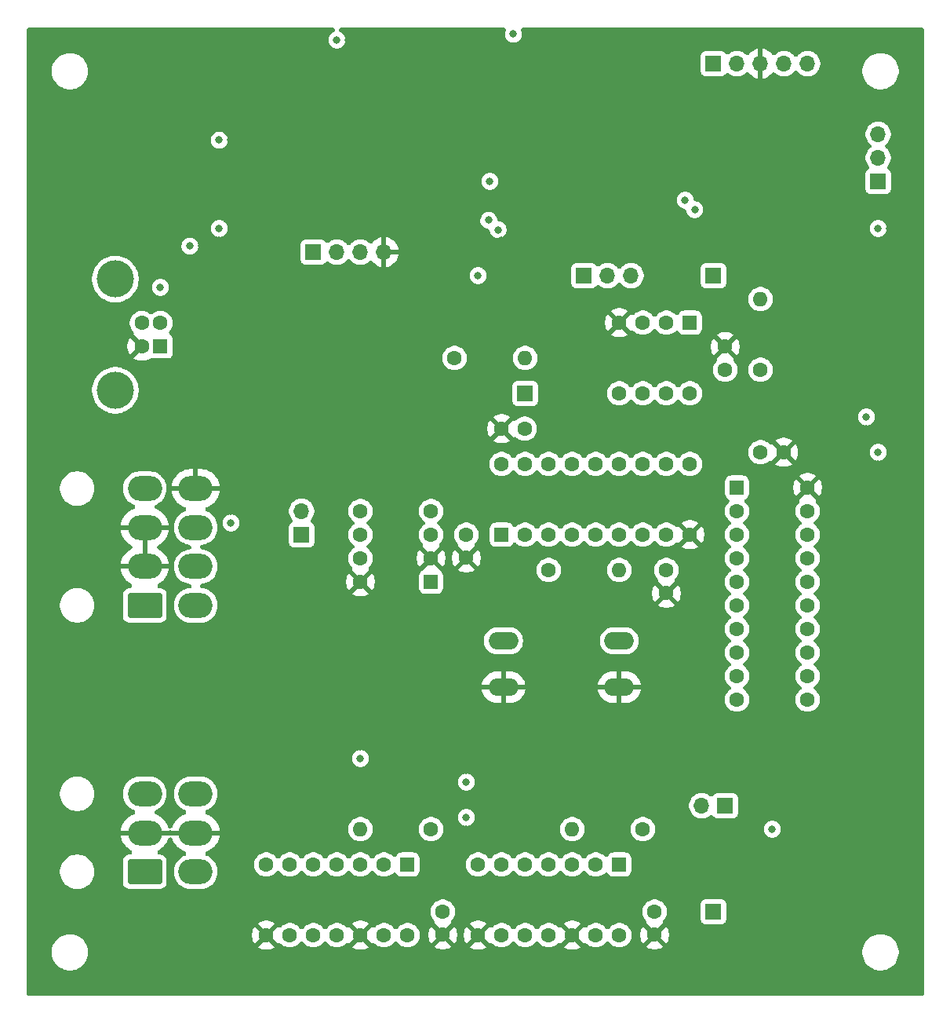
<source format=gbr>
%TF.GenerationSoftware,KiCad,Pcbnew,9.0.0*%
%TF.CreationDate,2025-10-01T11:12:32-04:00*%
%TF.ProjectId,can_gauge_interface,63616e5f-6761-4756-9765-5f696e746572,0.2*%
%TF.SameCoordinates,Original*%
%TF.FileFunction,Copper,L3,Inr*%
%TF.FilePolarity,Positive*%
%FSLAX46Y46*%
G04 Gerber Fmt 4.6, Leading zero omitted, Abs format (unit mm)*
G04 Created by KiCad (PCBNEW 9.0.0) date 2025-10-01 11:12:32*
%MOMM*%
%LPD*%
G01*
G04 APERTURE LIST*
G04 Aperture macros list*
%AMRoundRect*
0 Rectangle with rounded corners*
0 $1 Rounding radius*
0 $2 $3 $4 $5 $6 $7 $8 $9 X,Y pos of 4 corners*
0 Add a 4 corners polygon primitive as box body*
4,1,4,$2,$3,$4,$5,$6,$7,$8,$9,$2,$3,0*
0 Add four circle primitives for the rounded corners*
1,1,$1+$1,$2,$3*
1,1,$1+$1,$4,$5*
1,1,$1+$1,$6,$7*
1,1,$1+$1,$8,$9*
0 Add four rect primitives between the rounded corners*
20,1,$1+$1,$2,$3,$4,$5,0*
20,1,$1+$1,$4,$5,$6,$7,0*
20,1,$1+$1,$6,$7,$8,$9,0*
20,1,$1+$1,$8,$9,$2,$3,0*%
G04 Aperture macros list end*
%TA.AperFunction,ComponentPad*%
%ADD10R,1.700000X1.700000*%
%TD*%
%TA.AperFunction,ComponentPad*%
%ADD11O,1.700000X1.700000*%
%TD*%
%TA.AperFunction,ComponentPad*%
%ADD12C,1.600000*%
%TD*%
%TA.AperFunction,ComponentPad*%
%ADD13O,1.600000X1.600000*%
%TD*%
%TA.AperFunction,ComponentPad*%
%ADD14RoundRect,0.250001X1.599999X-1.099999X1.599999X1.099999X-1.599999X1.099999X-1.599999X-1.099999X0*%
%TD*%
%TA.AperFunction,ComponentPad*%
%ADD15O,3.700000X2.700000*%
%TD*%
%TA.AperFunction,ComponentPad*%
%ADD16R,1.600000X1.600000*%
%TD*%
%TA.AperFunction,ComponentPad*%
%ADD17C,4.000000*%
%TD*%
%TA.AperFunction,ComponentPad*%
%ADD18O,3.200000X1.900000*%
%TD*%
%TA.AperFunction,ComponentPad*%
%ADD19RoundRect,0.250000X-0.550000X0.550000X-0.550000X-0.550000X0.550000X-0.550000X0.550000X0.550000X0*%
%TD*%
%TA.AperFunction,ComponentPad*%
%ADD20RoundRect,0.250000X0.550000X0.550000X-0.550000X0.550000X-0.550000X-0.550000X0.550000X-0.550000X0*%
%TD*%
%TA.AperFunction,ComponentPad*%
%ADD21RoundRect,0.250000X-0.550000X-0.550000X0.550000X-0.550000X0.550000X0.550000X-0.550000X0.550000X0*%
%TD*%
%TA.AperFunction,ComponentPad*%
%ADD22RoundRect,0.250000X0.550000X-0.550000X0.550000X0.550000X-0.550000X0.550000X-0.550000X-0.550000X0*%
%TD*%
%TA.AperFunction,ViaPad*%
%ADD23C,0.812800*%
%TD*%
G04 APERTURE END LIST*
D10*
%TO.N,/ROM_~{CS}*%
%TO.C,J7*%
X124460000Y-129540000D03*
%TD*%
%TO.N,+12V*%
%TO.C,J9*%
X81280000Y-127000000D03*
D11*
%TO.N,+7V*%
X83820000Y-127000000D03*
%TO.N,+5V*%
X86360000Y-127000000D03*
%TO.N,GND*%
X88900000Y-127000000D03*
%TD*%
D12*
%TO.N,+5VA*%
%TO.C,R10*%
X93980000Y-189230000D03*
D13*
%TO.N,/DAC1_~{CS}*%
X86360000Y-189230000D03*
%TD*%
D12*
%TO.N,+5VA*%
%TO.C,C16*%
X95250000Y-198120000D03*
%TO.N,GND*%
X95250000Y-200620000D03*
%TD*%
D14*
%TO.N,/AN1*%
%TO.C,J3*%
X63080000Y-193820000D03*
D15*
%TO.N,GND*%
X63080000Y-189620000D03*
%TO.N,/AN4*%
X63080000Y-185420000D03*
%TO.N,/AN2*%
X68580000Y-193820000D03*
%TO.N,GND*%
X68580000Y-189620000D03*
%TO.N,/AN3*%
X68580000Y-185420000D03*
%TD*%
D16*
%TO.N,unconnected-(J1-VBUS-Pad1)*%
%TO.C,J1*%
X64770000Y-137160000D03*
D12*
%TO.N,/USB_D-*%
X64770000Y-134660000D03*
%TO.N,/USB_D+*%
X62770000Y-134660000D03*
%TO.N,GND*%
X62770000Y-137160000D03*
D17*
%TO.N,unconnected-(J1-Shield-Pad5)_1*%
X59910000Y-141910000D03*
%TO.N,unconnected-(J1-Shield-Pad5)*%
X59910000Y-129910000D03*
%TD*%
D10*
%TO.N,/CAN_L*%
%TO.C,JP5*%
X80010000Y-157480000D03*
D11*
%TO.N,Net-(JP5-B)*%
X80010000Y-154940000D03*
%TD*%
D12*
%TO.N,+5V*%
%TO.C,R6*%
X106680000Y-161290000D03*
D13*
%TO.N,/~{MCLR}*%
X114300000Y-161290000D03*
%TD*%
D10*
%TO.N,/DAC2_~{CS}*%
%TO.C,J8*%
X125730000Y-186690000D03*
D11*
%TO.N,/DAC1_~{CS}*%
X123190000Y-186690000D03*
%TD*%
D18*
%TO.N,GND*%
%TO.C,SW1*%
X114300000Y-173910000D03*
X101800000Y-173910000D03*
%TO.N,/~{MCLR}*%
X114300000Y-168910000D03*
X101800000Y-168910000D03*
%TD*%
D10*
%TO.N,/CAN_~{CS}*%
%TO.C,J6*%
X104140000Y-142240000D03*
%TD*%
D12*
%TO.N,+5V*%
%TO.C,R9*%
X129540000Y-139700000D03*
D13*
%TO.N,/ROM_~{CS}*%
X129540000Y-132080000D03*
%TD*%
D10*
%TO.N,/INT*%
%TO.C,JP2*%
X142240000Y-119380000D03*
D11*
%TO.N,/INT{slash}ICSP_CLK*%
X142240000Y-116840000D03*
%TO.N,/ICSP_CLK*%
X142240000Y-114300000D03*
%TD*%
D19*
%TO.N,+5VA*%
%TO.C,U8*%
X91440000Y-193040000D03*
D12*
%TO.N,unconnected-(U8-NC-Pad2)*%
X88900000Y-193040000D03*
%TO.N,/DAC1_~{CS}*%
X86360000Y-193040000D03*
%TO.N,/SCK*%
X83820000Y-193040000D03*
%TO.N,/MOSI*%
X81280000Y-193040000D03*
%TO.N,unconnected-(U8-NC-Pad6)*%
X78740000Y-193040000D03*
%TO.N,unconnected-(U8-NC-Pad7)*%
X76200000Y-193040000D03*
%TO.N,GND*%
X76200000Y-200660000D03*
%TO.N,+5VA*%
X78740000Y-200660000D03*
%TO.N,/AN2*%
X81280000Y-200660000D03*
%TO.N,+5VA*%
X83820000Y-200660000D03*
%TO.N,GND*%
X86360000Y-200660000D03*
%TO.N,+5VA*%
X88900000Y-200660000D03*
%TO.N,/AN1*%
X91440000Y-200660000D03*
%TD*%
D14*
%TO.N,/Tach*%
%TO.C,J2*%
X63080000Y-165100000D03*
D15*
%TO.N,GND*%
X63080000Y-160900000D03*
X63080000Y-156700000D03*
%TO.N,+12V*%
X63080000Y-152500000D03*
%TO.N,/Speed*%
X68580000Y-165100000D03*
%TO.N,/CAN_H*%
X68580000Y-160900000D03*
%TO.N,/CAN_L*%
X68580000Y-156700000D03*
%TO.N,GND*%
X68580000Y-152500000D03*
%TD*%
D20*
%TO.N,/CAN_TX*%
%TO.C,U3*%
X93980000Y-162560000D03*
D12*
%TO.N,GND*%
X93980000Y-160020000D03*
%TO.N,+5V*%
X93980000Y-157480000D03*
%TO.N,/CAN_RX*%
X93980000Y-154940000D03*
%TO.N,unconnected-(U3-SPLIT-Pad5)*%
X86360000Y-154940000D03*
%TO.N,/CAN_L*%
X86360000Y-157480000D03*
%TO.N,/CAN_H*%
X86360000Y-160020000D03*
%TO.N,GND*%
X86360000Y-162560000D03*
%TD*%
%TO.N,+5V*%
%TO.C,R7*%
X96520000Y-138430000D03*
D13*
%TO.N,/CAN_~{CS}*%
X104140000Y-138430000D03*
%TD*%
D10*
%TO.N,/~{MCLR}*%
%TO.C,J4*%
X124460000Y-106680000D03*
D11*
%TO.N,+5V*%
X127000000Y-106680000D03*
%TO.N,GND*%
X129540000Y-106680000D03*
%TO.N,/ICSP_DAT*%
X132080000Y-106680000D03*
%TO.N,/ICSP_CLK*%
X134620000Y-106680000D03*
%TD*%
D12*
%TO.N,GND*%
%TO.C,C14*%
X97790000Y-159980000D03*
%TO.N,+5V*%
X97790000Y-157480000D03*
%TD*%
D10*
%TO.N,/MOSI*%
%TO.C,J5*%
X110490000Y-129540000D03*
D11*
%TO.N,/SCK*%
X113030000Y-129540000D03*
%TO.N,/MISO*%
X115570000Y-129540000D03*
%TD*%
D10*
%TO.N,+5VA*%
%TO.C,J10*%
X124460000Y-198120000D03*
%TD*%
D21*
%TO.N,+5V*%
%TO.C,U1*%
X127000000Y-152400000D03*
D12*
%TO.N,/CAN_~{CS}*%
X127000000Y-154940000D03*
%TO.N,/CLK*%
X127000000Y-157480000D03*
%TO.N,/~{MCLR}*%
X127000000Y-160020000D03*
%TO.N,/ROM_~{CS}*%
X127000000Y-162560000D03*
%TO.N,/Speed*%
X127000000Y-165100000D03*
%TO.N,/Tach*%
X127000000Y-167640000D03*
%TO.N,unconnected-(U1-~{SS}{slash}PWM2{slash}AN8{slash}RC6-Pad8)*%
X127000000Y-170180000D03*
%TO.N,/MOSI*%
X127000000Y-172720000D03*
%TO.N,/DAC1_~{CS}*%
X127000000Y-175260000D03*
%TO.N,/SCK*%
X134620000Y-175260000D03*
%TO.N,/DAC2_~{CS}*%
X134620000Y-172720000D03*
%TO.N,/MISO*%
X134620000Y-170180000D03*
%TO.N,unconnected-(U1-C2IN2-{slash}C1IN2-{slash}DACOUT1{slash}AN6{slash}RC2-Pad14)*%
X134620000Y-167640000D03*
%TO.N,/INT{slash}ICSP_CLK*%
X134620000Y-165100000D03*
%TO.N,/ICSP_DAT*%
X134620000Y-162560000D03*
%TO.N,Net-(U1-Vusb3v3)*%
X134620000Y-160020000D03*
%TO.N,/USB_D-*%
X134620000Y-157480000D03*
%TO.N,/USB_D+*%
X134620000Y-154940000D03*
%TO.N,GND*%
X134620000Y-152400000D03*
%TD*%
%TO.N,/~{MCLR}*%
%TO.C,C12*%
X119380000Y-161290000D03*
%TO.N,GND*%
X119380000Y-163790000D03*
%TD*%
%TO.N,+5VA*%
%TO.C,C17*%
X118110000Y-198120000D03*
%TO.N,GND*%
X118110000Y-200620000D03*
%TD*%
%TO.N,+5V*%
%TO.C,C10*%
X129540000Y-148590000D03*
%TO.N,GND*%
X132040000Y-148590000D03*
%TD*%
%TO.N,GND*%
%TO.C,C13*%
X101600000Y-146050000D03*
%TO.N,+5V*%
X104100000Y-146050000D03*
%TD*%
%TO.N,+5VA*%
%TO.C,R11*%
X116840000Y-189230000D03*
D13*
%TO.N,/DAC2_~{CS}*%
X109220000Y-189230000D03*
%TD*%
D22*
%TO.N,/CAN_TX*%
%TO.C,U2*%
X101600000Y-157480000D03*
D12*
%TO.N,/CAN_RX*%
X104140000Y-157480000D03*
%TO.N,unconnected-(U2-CLKOUT{slash}SOF-Pad3)*%
X106680000Y-157480000D03*
%TO.N,+5V*%
X109220000Y-157480000D03*
X111760000Y-157480000D03*
X114300000Y-157480000D03*
%TO.N,unconnected-(U2-OSC2-Pad7)*%
X116840000Y-157480000D03*
%TO.N,/CLK*%
X119380000Y-157480000D03*
%TO.N,GND*%
X121920000Y-157480000D03*
%TO.N,unconnected-(U2-~{RX1BF}-Pad10)*%
X121920000Y-149860000D03*
%TO.N,unconnected-(U2-~{RX0BF}-Pad11)*%
X119380000Y-149860000D03*
%TO.N,/INT*%
X116840000Y-149860000D03*
%TO.N,/SCK*%
X114300000Y-149860000D03*
%TO.N,/MOSI*%
X111760000Y-149860000D03*
%TO.N,/MISO*%
X109220000Y-149860000D03*
%TO.N,/CAN_~{CS}*%
X106680000Y-149860000D03*
%TO.N,+5V*%
X104140000Y-149860000D03*
X101600000Y-149860000D03*
%TD*%
D19*
%TO.N,/ROM_~{CS}*%
%TO.C,U4*%
X121920000Y-134620000D03*
D12*
%TO.N,/MISO*%
X119380000Y-134620000D03*
%TO.N,+5V*%
X116840000Y-134620000D03*
%TO.N,GND*%
X114300000Y-134620000D03*
%TO.N,/MOSI*%
X114300000Y-142240000D03*
%TO.N,/SCK*%
X116840000Y-142240000D03*
%TO.N,+5V*%
X119380000Y-142240000D03*
X121920000Y-142240000D03*
%TD*%
%TO.N,GND*%
%TO.C,C15*%
X125730000Y-137200000D03*
%TO.N,+5V*%
X125730000Y-139700000D03*
%TD*%
D19*
%TO.N,+5VA*%
%TO.C,U9*%
X114300000Y-193040000D03*
D12*
%TO.N,unconnected-(U9-NC-Pad2)*%
X111760000Y-193040000D03*
%TO.N,/DAC2_~{CS}*%
X109220000Y-193040000D03*
%TO.N,/SCK*%
X106680000Y-193040000D03*
%TO.N,/MOSI*%
X104140000Y-193040000D03*
%TO.N,unconnected-(U9-NC-Pad6)*%
X101600000Y-193040000D03*
%TO.N,unconnected-(U9-NC-Pad7)*%
X99060000Y-193040000D03*
%TO.N,GND*%
X99060000Y-200660000D03*
%TO.N,+5VA*%
X101600000Y-200660000D03*
%TO.N,/AN4*%
X104140000Y-200660000D03*
%TO.N,+5VA*%
X106680000Y-200660000D03*
%TO.N,GND*%
X109220000Y-200660000D03*
%TO.N,+5VA*%
X111760000Y-200660000D03*
%TO.N,/AN3*%
X114300000Y-200660000D03*
%TD*%
D23*
%TO.N,GND*%
X113030000Y-121920000D03*
X109220000Y-121920000D03*
X105410000Y-121920000D03*
X118110000Y-121920000D03*
X124460000Y-124460000D03*
X52070000Y-111760000D03*
X59690000Y-105410000D03*
X52070000Y-104140000D03*
X138430000Y-166370000D03*
X143510000Y-161290000D03*
X73660000Y-196850000D03*
X55880000Y-189230000D03*
X52070000Y-198120000D03*
X60960000Y-205740000D03*
X106680000Y-205740000D03*
X116840000Y-205740000D03*
X138430000Y-105410000D03*
X137160000Y-121920000D03*
X123190000Y-118110000D03*
X93980000Y-107950000D03*
X90170000Y-116840000D03*
X86360000Y-115570000D03*
X95250000Y-134620000D03*
X93980000Y-147320000D03*
X93980000Y-143510000D03*
X93980000Y-139700000D03*
X93980000Y-151130000D03*
X120650000Y-181610000D03*
X71120000Y-135890000D03*
X81280000Y-135890000D03*
X83820000Y-138430000D03*
X78740000Y-138430000D03*
X78740000Y-143510000D03*
X83820000Y-143510000D03*
X87630000Y-138430000D03*
X87630000Y-143510000D03*
X87630000Y-148590000D03*
X83820000Y-148590000D03*
X78740000Y-148590000D03*
X73660000Y-148590000D03*
X73660000Y-143510000D03*
X73660000Y-138430000D03*
X90805000Y-132715000D03*
X86360000Y-132715000D03*
X81280000Y-132715000D03*
X68580000Y-132715000D03*
X68580000Y-138430000D03*
X68580000Y-143510000D03*
X68580000Y-148590000D03*
X57150000Y-134620000D03*
X52070000Y-130810000D03*
X52070000Y-138430000D03*
X52070000Y-143510000D03*
X52070000Y-148590000D03*
X52070000Y-153670000D03*
X52070000Y-158750000D03*
X52070000Y-163830000D03*
X55880000Y-157480000D03*
X55880000Y-161290000D03*
X58420000Y-168910000D03*
X58420000Y-173990000D03*
X52070000Y-168910000D03*
X52070000Y-173990000D03*
X52070000Y-179070000D03*
X58420000Y-179070000D03*
X63500000Y-173990000D03*
X63500000Y-179070000D03*
X68580000Y-179070000D03*
X68580000Y-173990000D03*
X68580000Y-168910000D03*
X73660000Y-168910000D03*
X73660000Y-173990000D03*
X73660000Y-179070000D03*
X73660000Y-184150000D03*
X73660000Y-189230000D03*
X74930000Y-165100000D03*
X77470000Y-163830000D03*
X81280000Y-165100000D03*
X83820000Y-165100000D03*
X81280000Y-168910000D03*
X78740000Y-173990000D03*
X78740000Y-179070000D03*
X78740000Y-184150000D03*
X78740000Y-189230000D03*
X121920000Y-168910000D03*
X107950000Y-173990000D03*
X110490000Y-163830000D03*
X104140000Y-163830000D03*
X97790000Y-168910000D03*
X96520000Y-165100000D03*
X91440000Y-168910000D03*
X86360000Y-176530000D03*
X91440000Y-173990000D03*
X91440000Y-179070000D03*
X96520000Y-179070000D03*
X101600000Y-179070000D03*
X106680000Y-179070000D03*
X111760000Y-179070000D03*
X116840000Y-177800000D03*
X121920000Y-172720000D03*
X138430000Y-177800000D03*
X138430000Y-182880000D03*
X144780000Y-167640000D03*
X144780000Y-172720000D03*
X144780000Y-177800000D03*
X144780000Y-182880000D03*
X132080000Y-182880000D03*
X143510000Y-135890000D03*
X143510000Y-129540000D03*
X143510000Y-142240000D03*
X137160000Y-129540000D03*
X134620000Y-134620000D03*
X144780000Y-111760000D03*
X134620000Y-114300000D03*
X134620000Y-119380000D03*
X129540000Y-114300000D03*
X128270000Y-109220000D03*
X66040000Y-125730000D03*
X71755000Y-111760000D03*
X73660000Y-113665000D03*
X122555000Y-123825000D03*
X99060000Y-138430000D03*
X63500000Y-124460000D03*
X139700000Y-116840000D03*
X110490000Y-109220000D03*
X125730000Y-109220000D03*
X113030000Y-111760000D03*
X146050000Y-196850000D03*
X118110000Y-129540000D03*
X67310000Y-111760000D03*
X110490000Y-119380000D03*
X138430000Y-199390000D03*
X69215000Y-126365000D03*
X119380000Y-144780000D03*
X146050000Y-193040000D03*
X143510000Y-189230000D03*
X75565000Y-117475000D03*
X104140000Y-104775000D03*
X81280000Y-129540000D03*
X118110000Y-116840000D03*
X65405000Y-111760000D03*
X55880000Y-121920000D03*
X121285000Y-120015000D03*
X132080000Y-139700000D03*
X138430000Y-189230000D03*
X132080000Y-162560000D03*
X110490000Y-127000000D03*
X128905000Y-189230000D03*
X107950000Y-119380000D03*
X99060000Y-120650000D03*
X140970000Y-149860000D03*
X142240000Y-149860000D03*
X132715000Y-157480000D03*
X143510000Y-124460000D03*
X128270000Y-186690000D03*
X132080000Y-165100000D03*
X85090000Y-104140000D03*
X129540000Y-165100000D03*
X130810000Y-109220000D03*
X52070000Y-116840000D03*
X129540000Y-152400000D03*
X52070000Y-119380000D03*
X59690000Y-165100000D03*
X146050000Y-205740000D03*
X101600000Y-125730000D03*
X133350000Y-109220000D03*
X59690000Y-121920000D03*
X115570000Y-140335000D03*
X55880000Y-119380000D03*
X72390000Y-163830000D03*
X86360000Y-129540000D03*
X106680000Y-194945000D03*
X75565000Y-114935000D03*
X112395000Y-161290000D03*
X63500000Y-168910000D03*
X121920000Y-144780000D03*
X140970000Y-189230000D03*
X113030000Y-114300000D03*
X60960000Y-134620000D03*
X115570000Y-144145000D03*
X118110000Y-111760000D03*
X71120000Y-125730000D03*
X138430000Y-205740000D03*
X99060000Y-118110000D03*
X100330000Y-130810000D03*
X102870000Y-152400000D03*
X72390000Y-114935000D03*
X123190000Y-189230000D03*
X83820000Y-129540000D03*
X63500000Y-130810000D03*
X104140000Y-194945000D03*
X101600000Y-152400000D03*
X63500000Y-121920000D03*
X137160000Y-172720000D03*
X107950000Y-109220000D03*
X101600000Y-138430000D03*
X97790000Y-189230000D03*
X118110000Y-106680000D03*
X52070000Y-124460000D03*
X139700000Y-119380000D03*
X83820000Y-194945000D03*
X146050000Y-189230000D03*
X113030000Y-106680000D03*
X72390000Y-154940000D03*
X59690000Y-119380000D03*
X129540000Y-175260000D03*
X132080000Y-132080000D03*
X81280000Y-194945000D03*
X97790000Y-182880000D03*
X124460000Y-162560000D03*
X55880000Y-124460000D03*
X108585000Y-161290000D03*
X132715000Y-154940000D03*
X143510000Y-196850000D03*
X110490000Y-154940000D03*
X113030000Y-154940000D03*
X113030000Y-116840000D03*
X63500000Y-119380000D03*
X59690000Y-124460000D03*
X75565000Y-111760000D03*
X86360000Y-180340000D03*
X129540000Y-167640000D03*
X143510000Y-193040000D03*
X99060000Y-123190000D03*
X107950000Y-106680000D03*
X52070000Y-121920000D03*
X114300000Y-127000000D03*
X140970000Y-146050000D03*
%TO.N,+12V*%
X67945000Y-126365000D03*
%TO.N,Net-(U5-BOOT)*%
X71120000Y-114935000D03*
X71120000Y-124460000D03*
%TO.N,+7V*%
X102870000Y-103505000D03*
X83820000Y-104140000D03*
X130810000Y-189230000D03*
%TO.N,+5V*%
X100330000Y-119380000D03*
%TO.N,/~{MCLR}*%
X142240000Y-124460000D03*
X142240000Y-148590000D03*
%TO.N,/USB_D+*%
X122431875Y-122431875D03*
X101218172Y-124595578D03*
%TO.N,/USB_D-*%
X100194422Y-123571828D03*
X121408125Y-121408125D03*
X64770000Y-130810000D03*
%TO.N,/CAN_H*%
X72390000Y-156210000D03*
%TO.N,/MOSI*%
X97790000Y-187960000D03*
X99060000Y-129540000D03*
X97790000Y-184150000D03*
%TO.N,/DAC1_~{CS}*%
X86360000Y-181610000D03*
%TO.N,/INT*%
X140970000Y-144780000D03*
%TO.N,GND*%
X63500000Y-148590000D03*
X59690000Y-153670000D03*
X95250000Y-125730000D03*
%TD*%
%TA.AperFunction,Conductor*%
%TO.N,GND*%
G36*
X65870445Y-189330049D02*
G01*
X65911322Y-189335431D01*
X65918587Y-189339625D01*
X65926819Y-189341263D01*
X65961105Y-189364173D01*
X65964270Y-189366000D01*
X67712891Y-189366000D01*
X67680000Y-189531358D01*
X67680000Y-189708642D01*
X67712891Y-189874000D01*
X65965230Y-189874000D01*
X65941898Y-189891903D01*
X65933796Y-189894073D01*
X65926819Y-189898736D01*
X65886367Y-189906782D01*
X65846546Y-189917452D01*
X65838229Y-189916357D01*
X65830000Y-189917994D01*
X65789551Y-189909948D01*
X65748675Y-189904567D01*
X65741410Y-189900372D01*
X65733181Y-189898736D01*
X65698891Y-189875824D01*
X65695732Y-189874000D01*
X63947109Y-189874000D01*
X63980000Y-189708642D01*
X63980000Y-189531358D01*
X63947109Y-189366000D01*
X65694768Y-189366000D01*
X65718099Y-189348097D01*
X65726203Y-189345925D01*
X65733181Y-189341263D01*
X65773627Y-189333217D01*
X65813451Y-189322547D01*
X65821769Y-189323642D01*
X65830000Y-189322005D01*
X65870445Y-189330049D01*
G37*
%TD.AperFunction*%
%TA.AperFunction,Conductor*%
G36*
X63334000Y-160032891D02*
G01*
X63168642Y-160000000D01*
X62991358Y-160000000D01*
X62826000Y-160032891D01*
X62826000Y-157567108D01*
X62991358Y-157600000D01*
X63168642Y-157600000D01*
X63334000Y-157567108D01*
X63334000Y-160032891D01*
G37*
%TD.AperFunction*%
%TA.AperFunction,Conductor*%
G36*
X83476403Y-102824558D02*
G01*
X83558482Y-102879402D01*
X83613326Y-102961481D01*
X83632584Y-103058300D01*
X83613326Y-103155119D01*
X83558482Y-103237198D01*
X83476403Y-103292041D01*
X83386633Y-103329224D01*
X83386631Y-103329225D01*
X83236785Y-103429350D01*
X83109350Y-103556785D01*
X83009225Y-103706631D01*
X83009225Y-103706633D01*
X82940260Y-103873127D01*
X82940259Y-103873131D01*
X82940259Y-103873133D01*
X82905100Y-104049890D01*
X82905100Y-104230110D01*
X82922140Y-104315774D01*
X82940259Y-104406868D01*
X82940260Y-104406872D01*
X83009225Y-104573366D01*
X83009225Y-104573368D01*
X83109350Y-104723214D01*
X83236785Y-104850649D01*
X83386632Y-104950774D01*
X83553127Y-105019739D01*
X83553129Y-105019739D01*
X83553133Y-105019741D01*
X83729890Y-105054900D01*
X83729893Y-105054900D01*
X83910107Y-105054900D01*
X83910110Y-105054900D01*
X84086867Y-105019741D01*
X84253368Y-104950774D01*
X84403215Y-104850649D01*
X84530649Y-104723215D01*
X84630774Y-104573368D01*
X84699741Y-104406867D01*
X84734900Y-104230110D01*
X84734900Y-104049890D01*
X84699741Y-103873133D01*
X84630774Y-103706632D01*
X84630774Y-103706631D01*
X84530649Y-103556785D01*
X84403214Y-103429350D01*
X84253368Y-103329225D01*
X84253366Y-103329224D01*
X84163597Y-103292041D01*
X84081518Y-103237198D01*
X84026674Y-103155118D01*
X84007416Y-103058300D01*
X84026675Y-102961481D01*
X84081518Y-102879402D01*
X84163598Y-102824558D01*
X84260416Y-102805300D01*
X101790903Y-102805300D01*
X101887722Y-102824558D01*
X101969801Y-102879402D01*
X102024645Y-102961481D01*
X102043903Y-103058300D01*
X102024645Y-103155119D01*
X102024644Y-103155119D01*
X101990260Y-103238127D01*
X101990259Y-103238131D01*
X101990259Y-103238133D01*
X101955100Y-103414890D01*
X101955100Y-103595110D01*
X101977283Y-103706631D01*
X101990259Y-103771868D01*
X101990260Y-103771872D01*
X102059225Y-103938366D01*
X102059225Y-103938368D01*
X102159350Y-104088214D01*
X102286785Y-104215649D01*
X102436632Y-104315774D01*
X102603127Y-104384739D01*
X102603129Y-104384739D01*
X102603133Y-104384741D01*
X102779890Y-104419900D01*
X102779893Y-104419900D01*
X102960107Y-104419900D01*
X102960110Y-104419900D01*
X103136867Y-104384741D01*
X103303368Y-104315774D01*
X103453215Y-104215649D01*
X103580649Y-104088215D01*
X103680774Y-103938368D01*
X103749741Y-103771867D01*
X103784900Y-103595110D01*
X103784900Y-103414890D01*
X103749741Y-103238133D01*
X103744343Y-103225100D01*
X103715356Y-103155119D01*
X103696097Y-103058300D01*
X103715355Y-102961481D01*
X103770199Y-102879402D01*
X103852278Y-102824559D01*
X103949097Y-102805300D01*
X146941700Y-102805300D01*
X147038519Y-102824558D01*
X147120598Y-102879402D01*
X147175442Y-102961481D01*
X147194700Y-103058300D01*
X147194700Y-206941700D01*
X147175442Y-207038519D01*
X147120598Y-207120598D01*
X147038519Y-207175442D01*
X146941700Y-207194700D01*
X50558300Y-207194700D01*
X50461481Y-207175442D01*
X50379402Y-207120598D01*
X50324558Y-207038519D01*
X50305300Y-206941700D01*
X50305300Y-202371778D01*
X53043900Y-202371778D01*
X53043900Y-202628221D01*
X53077370Y-202882437D01*
X53077370Y-202882439D01*
X53143732Y-203130106D01*
X53143734Y-203130112D01*
X53241865Y-203367022D01*
X53241866Y-203367024D01*
X53370067Y-203589073D01*
X53370073Y-203589083D01*
X53526171Y-203792514D01*
X53707486Y-203973829D01*
X53910917Y-204129927D01*
X53910926Y-204129932D01*
X54132975Y-204258133D01*
X54132977Y-204258134D01*
X54132979Y-204258135D01*
X54132983Y-204258137D01*
X54369883Y-204356264D01*
X54369887Y-204356265D01*
X54369893Y-204356267D01*
X54617561Y-204422629D01*
X54617565Y-204422630D01*
X54731819Y-204437672D01*
X54871778Y-204456099D01*
X54871788Y-204456099D01*
X54871790Y-204456100D01*
X54871791Y-204456100D01*
X55128209Y-204456100D01*
X55128210Y-204456100D01*
X55128211Y-204456099D01*
X55128221Y-204456099D01*
X55224382Y-204443438D01*
X55382435Y-204422630D01*
X55630117Y-204356264D01*
X55867017Y-204258137D01*
X56089083Y-204129927D01*
X56292514Y-203973829D01*
X56473829Y-203792514D01*
X56629927Y-203589083D01*
X56758137Y-203367017D01*
X56856264Y-203130117D01*
X56922630Y-202882435D01*
X56956100Y-202628210D01*
X56956100Y-202371790D01*
X56956099Y-202371788D01*
X56956099Y-202371778D01*
X140543900Y-202371778D01*
X140543900Y-202628221D01*
X140577370Y-202882437D01*
X140577370Y-202882439D01*
X140643732Y-203130106D01*
X140643734Y-203130112D01*
X140741865Y-203367022D01*
X140741866Y-203367024D01*
X140870067Y-203589073D01*
X140870073Y-203589083D01*
X141026171Y-203792514D01*
X141207486Y-203973829D01*
X141410917Y-204129927D01*
X141410926Y-204129932D01*
X141632975Y-204258133D01*
X141632977Y-204258134D01*
X141632979Y-204258135D01*
X141632983Y-204258137D01*
X141869883Y-204356264D01*
X141869887Y-204356265D01*
X141869893Y-204356267D01*
X142117561Y-204422629D01*
X142117565Y-204422630D01*
X142231819Y-204437672D01*
X142371778Y-204456099D01*
X142371788Y-204456099D01*
X142371790Y-204456100D01*
X142371791Y-204456100D01*
X142628209Y-204456100D01*
X142628210Y-204456100D01*
X142628211Y-204456099D01*
X142628221Y-204456099D01*
X142724382Y-204443438D01*
X142882435Y-204422630D01*
X143130117Y-204356264D01*
X143367017Y-204258137D01*
X143589083Y-204129927D01*
X143792514Y-203973829D01*
X143973829Y-203792514D01*
X144129927Y-203589083D01*
X144258137Y-203367017D01*
X144356264Y-203130117D01*
X144422630Y-202882435D01*
X144456100Y-202628210D01*
X144456100Y-202371790D01*
X144456099Y-202371788D01*
X144456099Y-202371778D01*
X144436379Y-202221999D01*
X144422630Y-202117565D01*
X144419949Y-202107561D01*
X144356267Y-201869893D01*
X144356265Y-201869887D01*
X144356264Y-201869883D01*
X144258137Y-201632983D01*
X144258134Y-201632977D01*
X144258133Y-201632975D01*
X144129932Y-201410926D01*
X144129927Y-201410917D01*
X143973829Y-201207486D01*
X143792514Y-201026171D01*
X143589083Y-200870073D01*
X143581346Y-200865606D01*
X143367024Y-200741866D01*
X143367022Y-200741865D01*
X143130112Y-200643734D01*
X143130106Y-200643732D01*
X142882438Y-200577370D01*
X142628221Y-200543900D01*
X142628210Y-200543900D01*
X142371790Y-200543900D01*
X142371778Y-200543900D01*
X142117562Y-200577370D01*
X142117560Y-200577370D01*
X141869893Y-200643732D01*
X141869887Y-200643734D01*
X141632977Y-200741865D01*
X141632975Y-200741866D01*
X141410926Y-200870067D01*
X141410913Y-200870076D01*
X141207483Y-201026173D01*
X141026173Y-201207483D01*
X140870076Y-201410913D01*
X140870067Y-201410926D01*
X140741866Y-201632975D01*
X140741865Y-201632977D01*
X140643734Y-201869887D01*
X140643732Y-201869893D01*
X140577370Y-202117560D01*
X140577370Y-202117562D01*
X140543900Y-202371778D01*
X56956099Y-202371778D01*
X56936379Y-202221999D01*
X56922630Y-202117565D01*
X56919950Y-202107562D01*
X56863928Y-201898483D01*
X56856266Y-201869890D01*
X56856265Y-201869887D01*
X56856264Y-201869883D01*
X56758137Y-201632983D01*
X56758134Y-201632977D01*
X56758133Y-201632975D01*
X56629932Y-201410926D01*
X56629927Y-201410917D01*
X56473829Y-201207486D01*
X56292514Y-201026171D01*
X56089083Y-200870073D01*
X56081346Y-200865606D01*
X55874590Y-200746235D01*
X55874586Y-200746233D01*
X55867017Y-200741863D01*
X55630117Y-200643736D01*
X55630116Y-200643735D01*
X55630112Y-200643734D01*
X55630106Y-200643732D01*
X55382438Y-200577370D01*
X55128221Y-200543900D01*
X55128210Y-200543900D01*
X54871790Y-200543900D01*
X54871778Y-200543900D01*
X54617562Y-200577370D01*
X54617560Y-200577370D01*
X54369893Y-200643732D01*
X54369887Y-200643734D01*
X54132977Y-200741865D01*
X54132975Y-200741866D01*
X53910926Y-200870067D01*
X53910913Y-200870076D01*
X53707483Y-201026173D01*
X53526173Y-201207483D01*
X53370076Y-201410913D01*
X53370067Y-201410926D01*
X53241866Y-201632975D01*
X53241865Y-201632977D01*
X53143734Y-201869887D01*
X53143732Y-201869893D01*
X53077370Y-202117560D01*
X53077370Y-202117562D01*
X53043900Y-202371778D01*
X50305300Y-202371778D01*
X50305300Y-200537066D01*
X74638000Y-200537066D01*
X74638000Y-200782933D01*
X74676461Y-201025764D01*
X74752437Y-201259596D01*
X74864060Y-201478669D01*
X74930571Y-201570215D01*
X74930572Y-201570215D01*
X75800000Y-200700787D01*
X75800000Y-200712661D01*
X75827259Y-200814394D01*
X75879920Y-200905606D01*
X75954394Y-200980080D01*
X76045606Y-201032741D01*
X76147339Y-201060000D01*
X76159210Y-201060000D01*
X75289782Y-201929427D01*
X75381330Y-201995939D01*
X75600403Y-202107562D01*
X75834235Y-202183538D01*
X76077066Y-202221999D01*
X76077070Y-202222000D01*
X76322930Y-202222000D01*
X76322933Y-202221999D01*
X76565764Y-202183538D01*
X76799599Y-202107561D01*
X77018661Y-201995944D01*
X77018668Y-201995940D01*
X77110216Y-201929426D01*
X76240790Y-201060000D01*
X76252661Y-201060000D01*
X76354394Y-201032741D01*
X76445606Y-200980080D01*
X76520080Y-200905606D01*
X76572741Y-200814394D01*
X76600000Y-200712661D01*
X76600000Y-200700789D01*
X77469426Y-201570216D01*
X77488199Y-201568738D01*
X77506785Y-201551558D01*
X77599399Y-201517389D01*
X77698038Y-201521264D01*
X77787687Y-201562591D01*
X77817878Y-201588376D01*
X77887570Y-201658068D01*
X78054197Y-201779129D01*
X78054199Y-201779130D01*
X78054202Y-201779132D01*
X78145953Y-201825881D01*
X78237710Y-201872634D01*
X78433592Y-201936280D01*
X78637019Y-201968500D01*
X78637021Y-201968500D01*
X78842979Y-201968500D01*
X78842981Y-201968500D01*
X79046408Y-201936280D01*
X79242290Y-201872634D01*
X79425803Y-201779129D01*
X79592430Y-201658068D01*
X79738068Y-201512430D01*
X79805319Y-201419865D01*
X79877807Y-201352859D01*
X79970421Y-201318691D01*
X80069060Y-201322566D01*
X80158709Y-201363894D01*
X80214679Y-201419864D01*
X80281932Y-201512430D01*
X80427570Y-201658068D01*
X80594197Y-201779129D01*
X80594199Y-201779130D01*
X80594202Y-201779132D01*
X80685953Y-201825881D01*
X80777710Y-201872634D01*
X80973592Y-201936280D01*
X81177019Y-201968500D01*
X81177021Y-201968500D01*
X81382979Y-201968500D01*
X81382981Y-201968500D01*
X81586408Y-201936280D01*
X81782290Y-201872634D01*
X81965803Y-201779129D01*
X82132430Y-201658068D01*
X82278068Y-201512430D01*
X82345319Y-201419865D01*
X82417807Y-201352859D01*
X82510421Y-201318691D01*
X82609060Y-201322566D01*
X82698709Y-201363894D01*
X82754679Y-201419864D01*
X82821932Y-201512430D01*
X82967570Y-201658068D01*
X83134197Y-201779129D01*
X83134199Y-201779130D01*
X83134202Y-201779132D01*
X83225953Y-201825881D01*
X83317710Y-201872634D01*
X83513592Y-201936280D01*
X83717019Y-201968500D01*
X83717021Y-201968500D01*
X83922979Y-201968500D01*
X83922981Y-201968500D01*
X84126408Y-201936280D01*
X84322290Y-201872634D01*
X84505803Y-201779129D01*
X84672430Y-201658068D01*
X84742122Y-201588375D01*
X84824197Y-201533534D01*
X84921016Y-201514275D01*
X85017835Y-201533533D01*
X85070354Y-201568624D01*
X85090572Y-201570215D01*
X85960000Y-200700787D01*
X85960000Y-200712661D01*
X85987259Y-200814394D01*
X86039920Y-200905606D01*
X86114394Y-200980080D01*
X86205606Y-201032741D01*
X86307339Y-201060000D01*
X86319210Y-201060000D01*
X85449782Y-201929427D01*
X85541330Y-201995939D01*
X85760403Y-202107562D01*
X85994235Y-202183538D01*
X86237066Y-202221999D01*
X86237070Y-202222000D01*
X86482930Y-202222000D01*
X86482933Y-202221999D01*
X86725764Y-202183538D01*
X86959599Y-202107561D01*
X87178661Y-201995944D01*
X87178668Y-201995940D01*
X87270216Y-201929426D01*
X86400790Y-201060000D01*
X86412661Y-201060000D01*
X86514394Y-201032741D01*
X86605606Y-200980080D01*
X86680080Y-200905606D01*
X86732741Y-200814394D01*
X86760000Y-200712661D01*
X86760000Y-200700789D01*
X87629426Y-201570216D01*
X87648199Y-201568738D01*
X87666785Y-201551558D01*
X87759399Y-201517389D01*
X87858038Y-201521264D01*
X87947687Y-201562591D01*
X87977878Y-201588376D01*
X88047570Y-201658068D01*
X88214197Y-201779129D01*
X88214199Y-201779130D01*
X88214202Y-201779132D01*
X88305953Y-201825881D01*
X88397710Y-201872634D01*
X88593592Y-201936280D01*
X88797019Y-201968500D01*
X88797021Y-201968500D01*
X89002979Y-201968500D01*
X89002981Y-201968500D01*
X89206408Y-201936280D01*
X89402290Y-201872634D01*
X89585803Y-201779129D01*
X89752430Y-201658068D01*
X89898068Y-201512430D01*
X89965319Y-201419865D01*
X90037807Y-201352859D01*
X90130421Y-201318691D01*
X90229060Y-201322566D01*
X90318709Y-201363894D01*
X90374679Y-201419864D01*
X90441932Y-201512430D01*
X90587570Y-201658068D01*
X90754197Y-201779129D01*
X90754199Y-201779130D01*
X90754202Y-201779132D01*
X90845953Y-201825881D01*
X90937710Y-201872634D01*
X91133592Y-201936280D01*
X91337019Y-201968500D01*
X91337021Y-201968500D01*
X91542979Y-201968500D01*
X91542981Y-201968500D01*
X91746408Y-201936280D01*
X91942290Y-201872634D01*
X92125803Y-201779129D01*
X92292430Y-201658068D01*
X92438068Y-201512430D01*
X92559129Y-201345803D01*
X92652634Y-201162290D01*
X92716280Y-200966408D01*
X92748500Y-200762981D01*
X92748500Y-200557019D01*
X92739004Y-200497066D01*
X93688000Y-200497066D01*
X93688000Y-200742933D01*
X93726461Y-200985764D01*
X93802437Y-201219596D01*
X93914060Y-201438669D01*
X93980571Y-201530215D01*
X93980572Y-201530215D01*
X94850000Y-200660787D01*
X94850000Y-200672661D01*
X94877259Y-200774394D01*
X94929920Y-200865606D01*
X95004394Y-200940080D01*
X95095606Y-200992741D01*
X95197339Y-201020000D01*
X95209210Y-201020000D01*
X94339782Y-201889427D01*
X94431330Y-201955939D01*
X94650403Y-202067562D01*
X94884235Y-202143538D01*
X95127066Y-202181999D01*
X95127070Y-202182000D01*
X95372930Y-202182000D01*
X95372933Y-202181999D01*
X95615764Y-202143538D01*
X95849599Y-202067561D01*
X96068661Y-201955944D01*
X96068668Y-201955940D01*
X96160216Y-201889426D01*
X95290790Y-201020000D01*
X95302661Y-201020000D01*
X95404394Y-200992741D01*
X95495606Y-200940080D01*
X95570080Y-200865606D01*
X95622741Y-200774394D01*
X95650000Y-200672661D01*
X95650000Y-200660789D01*
X96519426Y-201530216D01*
X96585940Y-201438668D01*
X96585944Y-201438661D01*
X96697561Y-201219599D01*
X96773538Y-200985764D01*
X96811999Y-200742933D01*
X96812000Y-200742930D01*
X96812000Y-200537066D01*
X97498000Y-200537066D01*
X97498000Y-200782933D01*
X97536461Y-201025764D01*
X97612437Y-201259596D01*
X97724060Y-201478669D01*
X97790571Y-201570215D01*
X97790572Y-201570215D01*
X98660000Y-200700787D01*
X98660000Y-200712661D01*
X98687259Y-200814394D01*
X98739920Y-200905606D01*
X98814394Y-200980080D01*
X98905606Y-201032741D01*
X99007339Y-201060000D01*
X99019210Y-201060000D01*
X98149782Y-201929427D01*
X98241330Y-201995939D01*
X98460403Y-202107562D01*
X98694235Y-202183538D01*
X98937066Y-202221999D01*
X98937070Y-202222000D01*
X99182930Y-202222000D01*
X99182933Y-202221999D01*
X99425764Y-202183538D01*
X99659599Y-202107561D01*
X99878661Y-201995944D01*
X99878668Y-201995940D01*
X99970216Y-201929426D01*
X99100790Y-201060000D01*
X99112661Y-201060000D01*
X99214394Y-201032741D01*
X99305606Y-200980080D01*
X99380080Y-200905606D01*
X99432741Y-200814394D01*
X99460000Y-200712661D01*
X99460000Y-200700789D01*
X100329426Y-201570216D01*
X100348199Y-201568738D01*
X100366785Y-201551558D01*
X100459399Y-201517389D01*
X100558038Y-201521264D01*
X100647687Y-201562591D01*
X100677878Y-201588376D01*
X100747570Y-201658068D01*
X100914197Y-201779129D01*
X100914199Y-201779130D01*
X100914202Y-201779132D01*
X101005953Y-201825881D01*
X101097710Y-201872634D01*
X101293592Y-201936280D01*
X101497019Y-201968500D01*
X101497021Y-201968500D01*
X101702979Y-201968500D01*
X101702981Y-201968500D01*
X101906408Y-201936280D01*
X102102290Y-201872634D01*
X102285803Y-201779129D01*
X102452430Y-201658068D01*
X102598068Y-201512430D01*
X102665319Y-201419865D01*
X102737807Y-201352859D01*
X102830421Y-201318691D01*
X102929060Y-201322566D01*
X103018709Y-201363894D01*
X103074679Y-201419864D01*
X103141932Y-201512430D01*
X103287570Y-201658068D01*
X103454197Y-201779129D01*
X103454199Y-201779130D01*
X103454202Y-201779132D01*
X103545953Y-201825881D01*
X103637710Y-201872634D01*
X103833592Y-201936280D01*
X104037019Y-201968500D01*
X104037021Y-201968500D01*
X104242979Y-201968500D01*
X104242981Y-201968500D01*
X104446408Y-201936280D01*
X104642290Y-201872634D01*
X104825803Y-201779129D01*
X104992430Y-201658068D01*
X105138068Y-201512430D01*
X105205319Y-201419865D01*
X105277807Y-201352859D01*
X105370421Y-201318691D01*
X105469060Y-201322566D01*
X105558709Y-201363894D01*
X105614679Y-201419864D01*
X105681932Y-201512430D01*
X105827570Y-201658068D01*
X105994197Y-201779129D01*
X105994199Y-201779130D01*
X105994202Y-201779132D01*
X106085953Y-201825881D01*
X106177710Y-201872634D01*
X106373592Y-201936280D01*
X106577019Y-201968500D01*
X106577021Y-201968500D01*
X106782979Y-201968500D01*
X106782981Y-201968500D01*
X106986408Y-201936280D01*
X107182290Y-201872634D01*
X107365803Y-201779129D01*
X107532430Y-201658068D01*
X107602122Y-201588375D01*
X107684197Y-201533534D01*
X107781016Y-201514275D01*
X107877835Y-201533533D01*
X107930354Y-201568624D01*
X107950572Y-201570215D01*
X108820000Y-200700787D01*
X108820000Y-200712661D01*
X108847259Y-200814394D01*
X108899920Y-200905606D01*
X108974394Y-200980080D01*
X109065606Y-201032741D01*
X109167339Y-201060000D01*
X109179210Y-201060000D01*
X108309782Y-201929427D01*
X108401330Y-201995939D01*
X108620403Y-202107562D01*
X108854235Y-202183538D01*
X109097066Y-202221999D01*
X109097070Y-202222000D01*
X109342930Y-202222000D01*
X109342933Y-202221999D01*
X109585764Y-202183538D01*
X109819599Y-202107561D01*
X110038661Y-201995944D01*
X110038668Y-201995940D01*
X110130216Y-201929426D01*
X109260790Y-201060000D01*
X109272661Y-201060000D01*
X109374394Y-201032741D01*
X109465606Y-200980080D01*
X109540080Y-200905606D01*
X109592741Y-200814394D01*
X109620000Y-200712661D01*
X109620000Y-200700789D01*
X110489426Y-201570216D01*
X110508199Y-201568738D01*
X110526785Y-201551558D01*
X110619399Y-201517389D01*
X110718038Y-201521264D01*
X110807687Y-201562591D01*
X110837878Y-201588376D01*
X110907570Y-201658068D01*
X111074197Y-201779129D01*
X111074199Y-201779130D01*
X111074202Y-201779132D01*
X111165953Y-201825881D01*
X111257710Y-201872634D01*
X111453592Y-201936280D01*
X111657019Y-201968500D01*
X111657021Y-201968500D01*
X111862979Y-201968500D01*
X111862981Y-201968500D01*
X112066408Y-201936280D01*
X112262290Y-201872634D01*
X112445803Y-201779129D01*
X112612430Y-201658068D01*
X112758068Y-201512430D01*
X112825319Y-201419865D01*
X112897807Y-201352859D01*
X112990421Y-201318691D01*
X113089060Y-201322566D01*
X113178709Y-201363894D01*
X113234679Y-201419864D01*
X113301932Y-201512430D01*
X113447570Y-201658068D01*
X113614197Y-201779129D01*
X113614199Y-201779130D01*
X113614202Y-201779132D01*
X113705953Y-201825881D01*
X113797710Y-201872634D01*
X113993592Y-201936280D01*
X114197019Y-201968500D01*
X114197021Y-201968500D01*
X114402979Y-201968500D01*
X114402981Y-201968500D01*
X114606408Y-201936280D01*
X114802290Y-201872634D01*
X114985803Y-201779129D01*
X115152430Y-201658068D01*
X115298068Y-201512430D01*
X115419129Y-201345803D01*
X115512634Y-201162290D01*
X115576280Y-200966408D01*
X115608500Y-200762981D01*
X115608500Y-200557019D01*
X115599004Y-200497066D01*
X116548000Y-200497066D01*
X116548000Y-200742933D01*
X116586461Y-200985764D01*
X116662437Y-201219596D01*
X116774060Y-201438669D01*
X116840571Y-201530215D01*
X116840572Y-201530215D01*
X117710000Y-200660787D01*
X117710000Y-200672661D01*
X117737259Y-200774394D01*
X117789920Y-200865606D01*
X117864394Y-200940080D01*
X117955606Y-200992741D01*
X118057339Y-201020000D01*
X118069210Y-201020000D01*
X117199782Y-201889427D01*
X117291330Y-201955939D01*
X117510403Y-202067562D01*
X117744235Y-202143538D01*
X117987066Y-202181999D01*
X117987070Y-202182000D01*
X118232930Y-202182000D01*
X118232933Y-202181999D01*
X118475770Y-202143537D01*
X118539303Y-202122894D01*
X118539319Y-202122889D01*
X118709597Y-202067562D01*
X118928661Y-201955944D01*
X118928668Y-201955940D01*
X119020216Y-201889426D01*
X118150790Y-201020000D01*
X118162661Y-201020000D01*
X118264394Y-200992741D01*
X118355606Y-200940080D01*
X118430080Y-200865606D01*
X118482741Y-200774394D01*
X118510000Y-200672661D01*
X118510000Y-200660789D01*
X119379426Y-201530216D01*
X119445940Y-201438668D01*
X119445944Y-201438661D01*
X119557561Y-201219599D01*
X119633538Y-200985764D01*
X119671999Y-200742933D01*
X119672000Y-200742930D01*
X119672000Y-200497070D01*
X119671999Y-200497066D01*
X119633538Y-200254235D01*
X119557562Y-200020403D01*
X119445939Y-199801330D01*
X119379426Y-199709782D01*
X118510000Y-200579208D01*
X118510000Y-200567339D01*
X118482741Y-200465606D01*
X118430080Y-200374394D01*
X118355606Y-200299920D01*
X118264394Y-200247259D01*
X118162661Y-200220000D01*
X118150787Y-200220000D01*
X119020215Y-199350572D01*
X119016938Y-199308936D01*
X118990558Y-199237428D01*
X118994433Y-199138788D01*
X119035762Y-199049140D01*
X119061541Y-199018956D01*
X119108068Y-198972430D01*
X119229129Y-198805803D01*
X119322634Y-198622290D01*
X119386280Y-198426408D01*
X119418500Y-198222981D01*
X119418500Y-198017019D01*
X119386280Y-197813592D01*
X119322634Y-197617710D01*
X119229129Y-197434197D01*
X119108068Y-197267570D01*
X119061863Y-197221365D01*
X123101500Y-197221365D01*
X123101500Y-199018634D01*
X123101501Y-199018654D01*
X123108009Y-199079196D01*
X123108011Y-199079201D01*
X123159111Y-199216204D01*
X123159112Y-199216205D01*
X123159113Y-199216208D01*
X123246737Y-199333259D01*
X123246740Y-199333262D01*
X123363791Y-199420886D01*
X123363792Y-199420886D01*
X123363796Y-199420889D01*
X123500799Y-199471989D01*
X123500802Y-199471989D01*
X123500804Y-199471990D01*
X123500802Y-199471990D01*
X123549065Y-199477178D01*
X123561362Y-199478500D01*
X123561365Y-199478500D01*
X125358635Y-199478500D01*
X125358638Y-199478500D01*
X125381479Y-199476044D01*
X125419196Y-199471990D01*
X125419197Y-199471989D01*
X125419201Y-199471989D01*
X125556204Y-199420889D01*
X125673261Y-199333261D01*
X125760889Y-199216204D01*
X125811989Y-199079201D01*
X125818500Y-199018638D01*
X125818500Y-197221362D01*
X125816986Y-197207287D01*
X125811990Y-197160803D01*
X125797492Y-197121932D01*
X125760889Y-197023796D01*
X125760886Y-197023792D01*
X125760886Y-197023791D01*
X125673262Y-196906740D01*
X125673259Y-196906737D01*
X125556208Y-196819113D01*
X125556205Y-196819112D01*
X125556204Y-196819111D01*
X125419201Y-196768011D01*
X125419200Y-196768010D01*
X125419195Y-196768009D01*
X125419197Y-196768009D01*
X125358654Y-196761501D01*
X125358640Y-196761500D01*
X125358638Y-196761500D01*
X123561362Y-196761500D01*
X123561359Y-196761500D01*
X123561345Y-196761501D01*
X123500803Y-196768009D01*
X123363791Y-196819113D01*
X123246740Y-196906737D01*
X123246737Y-196906740D01*
X123159113Y-197023791D01*
X123108009Y-197160803D01*
X123101501Y-197221345D01*
X123101500Y-197221365D01*
X119061863Y-197221365D01*
X118962430Y-197121932D01*
X118795803Y-197000871D01*
X118795801Y-197000870D01*
X118795797Y-197000867D01*
X118612294Y-196907368D01*
X118612293Y-196907367D01*
X118612290Y-196907366D01*
X118416408Y-196843720D01*
X118212982Y-196811500D01*
X118212981Y-196811500D01*
X118007019Y-196811500D01*
X118007017Y-196811500D01*
X117803591Y-196843720D01*
X117607712Y-196907365D01*
X117607705Y-196907368D01*
X117424202Y-197000867D01*
X117257569Y-197121932D01*
X117111932Y-197267569D01*
X116990867Y-197434202D01*
X116897368Y-197617705D01*
X116897365Y-197617712D01*
X116833720Y-197813591D01*
X116801500Y-198017017D01*
X116801500Y-198222982D01*
X116833720Y-198426408D01*
X116897365Y-198622287D01*
X116897368Y-198622294D01*
X116990867Y-198805797D01*
X117111932Y-198972430D01*
X117158453Y-199018951D01*
X117213297Y-199101030D01*
X117232555Y-199197849D01*
X117213297Y-199294668D01*
X117202966Y-199310128D01*
X117199783Y-199350572D01*
X118069211Y-200220000D01*
X118057339Y-200220000D01*
X117955606Y-200247259D01*
X117864394Y-200299920D01*
X117789920Y-200374394D01*
X117737259Y-200465606D01*
X117710000Y-200567339D01*
X117710000Y-200579211D01*
X116840572Y-199709783D01*
X116840571Y-199709783D01*
X116774060Y-199801330D01*
X116662437Y-200020403D01*
X116586461Y-200254235D01*
X116548000Y-200497066D01*
X115599004Y-200497066D01*
X115576280Y-200353592D01*
X115512634Y-200157710D01*
X115432943Y-200001308D01*
X115419132Y-199974202D01*
X115419130Y-199974199D01*
X115419129Y-199974197D01*
X115298068Y-199807570D01*
X115152430Y-199661932D01*
X114985803Y-199540871D01*
X114985801Y-199540870D01*
X114985797Y-199540867D01*
X114802294Y-199447368D01*
X114802293Y-199447367D01*
X114802290Y-199447366D01*
X114744226Y-199428500D01*
X114606408Y-199383720D01*
X114402982Y-199351500D01*
X114402981Y-199351500D01*
X114197019Y-199351500D01*
X114197017Y-199351500D01*
X113993591Y-199383720D01*
X113797712Y-199447365D01*
X113797705Y-199447368D01*
X113614202Y-199540867D01*
X113447569Y-199661932D01*
X113301932Y-199807570D01*
X113301931Y-199807570D01*
X113234681Y-199900133D01*
X113162192Y-199967141D01*
X113069578Y-200001308D01*
X112970938Y-199997433D01*
X112881290Y-199956104D01*
X112825319Y-199900133D01*
X112758068Y-199807570D01*
X112612430Y-199661932D01*
X112445797Y-199540867D01*
X112262294Y-199447368D01*
X112262293Y-199447367D01*
X112262290Y-199447366D01*
X112204226Y-199428500D01*
X112066408Y-199383720D01*
X111862982Y-199351500D01*
X111862981Y-199351500D01*
X111657019Y-199351500D01*
X111657017Y-199351500D01*
X111453591Y-199383720D01*
X111257712Y-199447365D01*
X111257705Y-199447368D01*
X111074202Y-199540867D01*
X110907568Y-199661932D01*
X110837878Y-199731623D01*
X110755798Y-199786466D01*
X110658979Y-199805724D01*
X110562161Y-199786465D01*
X110509644Y-199751374D01*
X110489427Y-199749782D01*
X109620000Y-200619209D01*
X109620000Y-200607339D01*
X109592741Y-200505606D01*
X109540080Y-200414394D01*
X109465606Y-200339920D01*
X109374394Y-200287259D01*
X109272661Y-200260000D01*
X109260787Y-200260000D01*
X110130215Y-199390572D01*
X110130215Y-199390571D01*
X110038669Y-199324060D01*
X109819596Y-199212437D01*
X109585764Y-199136461D01*
X109342933Y-199098000D01*
X109097066Y-199098000D01*
X108854235Y-199136461D01*
X108620403Y-199212437D01*
X108401330Y-199324060D01*
X108309783Y-199390571D01*
X108309783Y-199390572D01*
X109179211Y-200260000D01*
X109167339Y-200260000D01*
X109065606Y-200287259D01*
X108974394Y-200339920D01*
X108899920Y-200414394D01*
X108847259Y-200505606D01*
X108820000Y-200607339D01*
X108820000Y-200619211D01*
X107950572Y-199749783D01*
X107931793Y-199751261D01*
X107913208Y-199768441D01*
X107894458Y-199775357D01*
X107877836Y-199786465D01*
X107848575Y-199792285D01*
X107820594Y-199802608D01*
X107800622Y-199801823D01*
X107781017Y-199805723D01*
X107751757Y-199799903D01*
X107721955Y-199798732D01*
X107703805Y-199790365D01*
X107684198Y-199786465D01*
X107659393Y-199769890D01*
X107632307Y-199757404D01*
X107602119Y-199731621D01*
X107532430Y-199661932D01*
X107365797Y-199540867D01*
X107182294Y-199447368D01*
X107182293Y-199447367D01*
X107182290Y-199447366D01*
X107124226Y-199428500D01*
X106986408Y-199383720D01*
X106782982Y-199351500D01*
X106782981Y-199351500D01*
X106577019Y-199351500D01*
X106577017Y-199351500D01*
X106373591Y-199383720D01*
X106177712Y-199447365D01*
X106177705Y-199447368D01*
X105994202Y-199540867D01*
X105827569Y-199661932D01*
X105681932Y-199807570D01*
X105681931Y-199807570D01*
X105614681Y-199900133D01*
X105542192Y-199967141D01*
X105449578Y-200001308D01*
X105350938Y-199997433D01*
X105261290Y-199956104D01*
X105205319Y-199900133D01*
X105138068Y-199807570D01*
X104992430Y-199661932D01*
X104825797Y-199540867D01*
X104642294Y-199447368D01*
X104642293Y-199447367D01*
X104642290Y-199447366D01*
X104584226Y-199428500D01*
X104446408Y-199383720D01*
X104242982Y-199351500D01*
X104242981Y-199351500D01*
X104037019Y-199351500D01*
X104037017Y-199351500D01*
X103833591Y-199383720D01*
X103637712Y-199447365D01*
X103637705Y-199447368D01*
X103454202Y-199540867D01*
X103287569Y-199661932D01*
X103141932Y-199807570D01*
X103141931Y-199807570D01*
X103074681Y-199900133D01*
X103002192Y-199967141D01*
X102909578Y-200001308D01*
X102810938Y-199997433D01*
X102721290Y-199956104D01*
X102665319Y-199900133D01*
X102598068Y-199807570D01*
X102452430Y-199661932D01*
X102285797Y-199540867D01*
X102102294Y-199447368D01*
X102102293Y-199447367D01*
X102102290Y-199447366D01*
X102044226Y-199428500D01*
X101906408Y-199383720D01*
X101702982Y-199351500D01*
X101702981Y-199351500D01*
X101497019Y-199351500D01*
X101497017Y-199351500D01*
X101293591Y-199383720D01*
X101097712Y-199447365D01*
X101097705Y-199447368D01*
X100914202Y-199540867D01*
X100747568Y-199661932D01*
X100677878Y-199731623D01*
X100595798Y-199786466D01*
X100498979Y-199805724D01*
X100402161Y-199786465D01*
X100349644Y-199751374D01*
X100329427Y-199749782D01*
X99460000Y-200619209D01*
X99460000Y-200607339D01*
X99432741Y-200505606D01*
X99380080Y-200414394D01*
X99305606Y-200339920D01*
X99214394Y-200287259D01*
X99112661Y-200260000D01*
X99100787Y-200260000D01*
X99970215Y-199390572D01*
X99970215Y-199390571D01*
X99878669Y-199324060D01*
X99659596Y-199212437D01*
X99425764Y-199136461D01*
X99182933Y-199098000D01*
X98937066Y-199098000D01*
X98694235Y-199136461D01*
X98460403Y-199212437D01*
X98241330Y-199324060D01*
X98149783Y-199390571D01*
X98149783Y-199390572D01*
X99019211Y-200260000D01*
X99007339Y-200260000D01*
X98905606Y-200287259D01*
X98814394Y-200339920D01*
X98739920Y-200414394D01*
X98687259Y-200505606D01*
X98660000Y-200607339D01*
X98660000Y-200619211D01*
X97790572Y-199749783D01*
X97790571Y-199749783D01*
X97724060Y-199841330D01*
X97612437Y-200060403D01*
X97536461Y-200294235D01*
X97498000Y-200537066D01*
X96812000Y-200537066D01*
X96812000Y-200497070D01*
X96811999Y-200497066D01*
X96773538Y-200254235D01*
X96697562Y-200020403D01*
X96585939Y-199801330D01*
X96519427Y-199709782D01*
X95650000Y-200579209D01*
X95650000Y-200567339D01*
X95622741Y-200465606D01*
X95570080Y-200374394D01*
X95495606Y-200299920D01*
X95404394Y-200247259D01*
X95302661Y-200220000D01*
X95290787Y-200220000D01*
X96160215Y-199350572D01*
X96157038Y-199310206D01*
X96146819Y-199294951D01*
X96140934Y-199265555D01*
X96130558Y-199237428D01*
X96131336Y-199217607D01*
X96127443Y-199198156D01*
X96133256Y-199168746D01*
X96134433Y-199138788D01*
X96142739Y-199120771D01*
X96146585Y-199101314D01*
X96163209Y-199076368D01*
X96175762Y-199049140D01*
X96201216Y-199019337D01*
X96201326Y-199019171D01*
X96201332Y-199019165D01*
X96201403Y-199019118D01*
X96201541Y-199018957D01*
X96248068Y-198972430D01*
X96369129Y-198805803D01*
X96462634Y-198622290D01*
X96526280Y-198426408D01*
X96558500Y-198222981D01*
X96558500Y-198017019D01*
X96526280Y-197813592D01*
X96462634Y-197617710D01*
X96369129Y-197434197D01*
X96248068Y-197267570D01*
X96102430Y-197121932D01*
X95935803Y-197000871D01*
X95935801Y-197000870D01*
X95935797Y-197000867D01*
X95752294Y-196907368D01*
X95752293Y-196907367D01*
X95752290Y-196907366D01*
X95556408Y-196843720D01*
X95352982Y-196811500D01*
X95352981Y-196811500D01*
X95147019Y-196811500D01*
X95147017Y-196811500D01*
X94943591Y-196843720D01*
X94747712Y-196907365D01*
X94747705Y-196907368D01*
X94564202Y-197000867D01*
X94397569Y-197121932D01*
X94251932Y-197267569D01*
X94130867Y-197434202D01*
X94037368Y-197617705D01*
X94037365Y-197617712D01*
X93973720Y-197813591D01*
X93941500Y-198017017D01*
X93941500Y-198222982D01*
X93973720Y-198426408D01*
X94037365Y-198622287D01*
X94037368Y-198622294D01*
X94130867Y-198805797D01*
X94251932Y-198972430D01*
X94298453Y-199018951D01*
X94353297Y-199101030D01*
X94372555Y-199197849D01*
X94353297Y-199294668D01*
X94342966Y-199310128D01*
X94339783Y-199350572D01*
X95209211Y-200220000D01*
X95197339Y-200220000D01*
X95095606Y-200247259D01*
X95004394Y-200299920D01*
X94929920Y-200374394D01*
X94877259Y-200465606D01*
X94850000Y-200567339D01*
X94850000Y-200579211D01*
X93980572Y-199709783D01*
X93980571Y-199709783D01*
X93914060Y-199801330D01*
X93802437Y-200020403D01*
X93726461Y-200254235D01*
X93688000Y-200497066D01*
X92739004Y-200497066D01*
X92716280Y-200353592D01*
X92652634Y-200157710D01*
X92572943Y-200001308D01*
X92559132Y-199974202D01*
X92559130Y-199974199D01*
X92559129Y-199974197D01*
X92438068Y-199807570D01*
X92292430Y-199661932D01*
X92125803Y-199540871D01*
X92125801Y-199540870D01*
X92125797Y-199540867D01*
X91942294Y-199447368D01*
X91942293Y-199447367D01*
X91942290Y-199447366D01*
X91884226Y-199428500D01*
X91746408Y-199383720D01*
X91542982Y-199351500D01*
X91542981Y-199351500D01*
X91337019Y-199351500D01*
X91337017Y-199351500D01*
X91133591Y-199383720D01*
X90937712Y-199447365D01*
X90937705Y-199447368D01*
X90754202Y-199540867D01*
X90587569Y-199661932D01*
X90441932Y-199807570D01*
X90441931Y-199807570D01*
X90374681Y-199900133D01*
X90302192Y-199967141D01*
X90209578Y-200001308D01*
X90110938Y-199997433D01*
X90021290Y-199956104D01*
X89965319Y-199900133D01*
X89898068Y-199807570D01*
X89752430Y-199661932D01*
X89585797Y-199540867D01*
X89402294Y-199447368D01*
X89402293Y-199447367D01*
X89402290Y-199447366D01*
X89344226Y-199428500D01*
X89206408Y-199383720D01*
X89002982Y-199351500D01*
X89002981Y-199351500D01*
X88797019Y-199351500D01*
X88797017Y-199351500D01*
X88593591Y-199383720D01*
X88397712Y-199447365D01*
X88397705Y-199447368D01*
X88214202Y-199540867D01*
X88047568Y-199661932D01*
X87977878Y-199731623D01*
X87895798Y-199786466D01*
X87798979Y-199805724D01*
X87702161Y-199786465D01*
X87649644Y-199751374D01*
X87629427Y-199749782D01*
X86760000Y-200619209D01*
X86760000Y-200607339D01*
X86732741Y-200505606D01*
X86680080Y-200414394D01*
X86605606Y-200339920D01*
X86514394Y-200287259D01*
X86412661Y-200260000D01*
X86400787Y-200260000D01*
X87270215Y-199390572D01*
X87270215Y-199390571D01*
X87178669Y-199324060D01*
X86959596Y-199212437D01*
X86725764Y-199136461D01*
X86482933Y-199098000D01*
X86237066Y-199098000D01*
X85994235Y-199136461D01*
X85760403Y-199212437D01*
X85541330Y-199324060D01*
X85449783Y-199390571D01*
X85449783Y-199390572D01*
X86319211Y-200260000D01*
X86307339Y-200260000D01*
X86205606Y-200287259D01*
X86114394Y-200339920D01*
X86039920Y-200414394D01*
X85987259Y-200505606D01*
X85960000Y-200607339D01*
X85960000Y-200619211D01*
X85090572Y-199749783D01*
X85071793Y-199751261D01*
X85053208Y-199768441D01*
X85034458Y-199775357D01*
X85017836Y-199786465D01*
X84988575Y-199792285D01*
X84960594Y-199802608D01*
X84940622Y-199801823D01*
X84921017Y-199805723D01*
X84891757Y-199799903D01*
X84861955Y-199798732D01*
X84843805Y-199790365D01*
X84824198Y-199786465D01*
X84799393Y-199769890D01*
X84772307Y-199757404D01*
X84742119Y-199731621D01*
X84672430Y-199661932D01*
X84505797Y-199540867D01*
X84322294Y-199447368D01*
X84322293Y-199447367D01*
X84322290Y-199447366D01*
X84264226Y-199428500D01*
X84126408Y-199383720D01*
X83922982Y-199351500D01*
X83922981Y-199351500D01*
X83717019Y-199351500D01*
X83717017Y-199351500D01*
X83513591Y-199383720D01*
X83317712Y-199447365D01*
X83317705Y-199447368D01*
X83134202Y-199540867D01*
X82967569Y-199661932D01*
X82821932Y-199807570D01*
X82821931Y-199807570D01*
X82754681Y-199900133D01*
X82682192Y-199967141D01*
X82589578Y-200001308D01*
X82490938Y-199997433D01*
X82401290Y-199956104D01*
X82345319Y-199900133D01*
X82278068Y-199807570D01*
X82132430Y-199661932D01*
X81965797Y-199540867D01*
X81782294Y-199447368D01*
X81782293Y-199447367D01*
X81782290Y-199447366D01*
X81724226Y-199428500D01*
X81586408Y-199383720D01*
X81382982Y-199351500D01*
X81382981Y-199351500D01*
X81177019Y-199351500D01*
X81177017Y-199351500D01*
X80973591Y-199383720D01*
X80777712Y-199447365D01*
X80777705Y-199447368D01*
X80594202Y-199540867D01*
X80427569Y-199661932D01*
X80281932Y-199807570D01*
X80281931Y-199807570D01*
X80214681Y-199900133D01*
X80142192Y-199967141D01*
X80049578Y-200001308D01*
X79950938Y-199997433D01*
X79861290Y-199956104D01*
X79805319Y-199900133D01*
X79738068Y-199807570D01*
X79592430Y-199661932D01*
X79425797Y-199540867D01*
X79242294Y-199447368D01*
X79242293Y-199447367D01*
X79242290Y-199447366D01*
X79184226Y-199428500D01*
X79046408Y-199383720D01*
X78842982Y-199351500D01*
X78842981Y-199351500D01*
X78637019Y-199351500D01*
X78637017Y-199351500D01*
X78433591Y-199383720D01*
X78237712Y-199447365D01*
X78237705Y-199447368D01*
X78054202Y-199540867D01*
X77887568Y-199661932D01*
X77817878Y-199731623D01*
X77735798Y-199786466D01*
X77638979Y-199805724D01*
X77542161Y-199786465D01*
X77489644Y-199751374D01*
X77469427Y-199749782D01*
X76600000Y-200619209D01*
X76600000Y-200607339D01*
X76572741Y-200505606D01*
X76520080Y-200414394D01*
X76445606Y-200339920D01*
X76354394Y-200287259D01*
X76252661Y-200260000D01*
X76240787Y-200260000D01*
X77110215Y-199390572D01*
X77110215Y-199390571D01*
X77018669Y-199324060D01*
X76799596Y-199212437D01*
X76565764Y-199136461D01*
X76322933Y-199098000D01*
X76077066Y-199098000D01*
X75834235Y-199136461D01*
X75600403Y-199212437D01*
X75381330Y-199324060D01*
X75289783Y-199390571D01*
X75289783Y-199390572D01*
X76159211Y-200260000D01*
X76147339Y-200260000D01*
X76045606Y-200287259D01*
X75954394Y-200339920D01*
X75879920Y-200414394D01*
X75827259Y-200505606D01*
X75800000Y-200607339D01*
X75800000Y-200619211D01*
X74930572Y-199749783D01*
X74930571Y-199749783D01*
X74864060Y-199841330D01*
X74752437Y-200060403D01*
X74676461Y-200294235D01*
X74638000Y-200537066D01*
X50305300Y-200537066D01*
X50305300Y-193698344D01*
X53923900Y-193698344D01*
X53923900Y-193941655D01*
X53955658Y-194182885D01*
X53955658Y-194182888D01*
X54018627Y-194417893D01*
X54018629Y-194417899D01*
X54018630Y-194417903D01*
X54018631Y-194417904D01*
X54111742Y-194642694D01*
X54233398Y-194853407D01*
X54233400Y-194853410D01*
X54233401Y-194853411D01*
X54381518Y-195046441D01*
X54553558Y-195218481D01*
X54585168Y-195242736D01*
X54746593Y-195366602D01*
X54957306Y-195488258D01*
X55182096Y-195581369D01*
X55182100Y-195581370D01*
X55182106Y-195581372D01*
X55296842Y-195612115D01*
X55417116Y-195644342D01*
X55658345Y-195676100D01*
X55658347Y-195676100D01*
X55901653Y-195676100D01*
X55901655Y-195676100D01*
X56142884Y-195644342D01*
X56369403Y-195583647D01*
X56377893Y-195581372D01*
X56377893Y-195581371D01*
X56377904Y-195581369D01*
X56602694Y-195488258D01*
X56813407Y-195366602D01*
X57006438Y-195218484D01*
X57178484Y-195046438D01*
X57326602Y-194853407D01*
X57448258Y-194642694D01*
X57541369Y-194417904D01*
X57585653Y-194252634D01*
X57604341Y-194182888D01*
X57604341Y-194182887D01*
X57604342Y-194182884D01*
X57636100Y-193941655D01*
X57636100Y-193698345D01*
X57604342Y-193457116D01*
X57604216Y-193456647D01*
X57541372Y-193222106D01*
X57541370Y-193222100D01*
X57541369Y-193222096D01*
X57448258Y-192997306D01*
X57326602Y-192786593D01*
X57178484Y-192593562D01*
X57178481Y-192593558D01*
X57006441Y-192421518D01*
X56813411Y-192273401D01*
X56813410Y-192273400D01*
X56813407Y-192273398D01*
X56602694Y-192151742D01*
X56377904Y-192058631D01*
X56377903Y-192058630D01*
X56377899Y-192058629D01*
X56377893Y-192058627D01*
X56142887Y-191995658D01*
X55901655Y-191963900D01*
X55658345Y-191963900D01*
X55658344Y-191963900D01*
X55417114Y-191995658D01*
X55417111Y-191995658D01*
X55182106Y-192058627D01*
X55182100Y-192058629D01*
X54957305Y-192151742D01*
X54746596Y-192273396D01*
X54746588Y-192273401D01*
X54553558Y-192421518D01*
X54381518Y-192593558D01*
X54233401Y-192786588D01*
X54233396Y-192786596D01*
X54111742Y-192997305D01*
X54018629Y-193222100D01*
X54018627Y-193222106D01*
X53955658Y-193457111D01*
X53955658Y-193457114D01*
X53923900Y-193698344D01*
X50305300Y-193698344D01*
X50305300Y-189365999D01*
X60483214Y-189365999D01*
X60483216Y-189366000D01*
X62212891Y-189366000D01*
X62180000Y-189531358D01*
X62180000Y-189708642D01*
X62212891Y-189874000D01*
X60483215Y-189874000D01*
X60504137Y-190032915D01*
X60504137Y-190032919D01*
X60575788Y-190300326D01*
X60575790Y-190300332D01*
X60681742Y-190556123D01*
X60681743Y-190556125D01*
X60820163Y-190795874D01*
X60820176Y-190795894D01*
X60988705Y-191015525D01*
X61184474Y-191211294D01*
X61404105Y-191379823D01*
X61404125Y-191379836D01*
X61593887Y-191489396D01*
X61668106Y-191554484D01*
X61711766Y-191643019D01*
X61718222Y-191741524D01*
X61686491Y-191835000D01*
X61621403Y-191909219D01*
X61532868Y-191952879D01*
X61467387Y-191961500D01*
X61429451Y-191961500D01*
X61342888Y-191970344D01*
X61325575Y-191972113D01*
X61157263Y-192027884D01*
X61006347Y-192120971D01*
X60880971Y-192246347D01*
X60787884Y-192397263D01*
X60732113Y-192565575D01*
X60732113Y-192565576D01*
X60721500Y-192669451D01*
X60721500Y-194970548D01*
X60732113Y-195074423D01*
X60732113Y-195074424D01*
X60780447Y-195220293D01*
X60787885Y-195242738D01*
X60880970Y-195393651D01*
X61006349Y-195519030D01*
X61157262Y-195612115D01*
X61325575Y-195667887D01*
X61429456Y-195678500D01*
X64730544Y-195678500D01*
X64834425Y-195667887D01*
X65002738Y-195612115D01*
X65153651Y-195519030D01*
X65279030Y-195393651D01*
X65372115Y-195242738D01*
X65427887Y-195074425D01*
X65438500Y-194970544D01*
X65438500Y-192669456D01*
X65427887Y-192565575D01*
X65372115Y-192397262D01*
X65279030Y-192246349D01*
X65153651Y-192120970D01*
X65002738Y-192027885D01*
X65002737Y-192027884D01*
X65002736Y-192027884D01*
X64905481Y-191995658D01*
X64834425Y-191972113D01*
X64813648Y-191969990D01*
X64730548Y-191961500D01*
X64730544Y-191961500D01*
X64692613Y-191961500D01*
X64595794Y-191942242D01*
X64513715Y-191887398D01*
X64458871Y-191805319D01*
X64439613Y-191708500D01*
X64458871Y-191611681D01*
X64513715Y-191529602D01*
X64566113Y-191489396D01*
X64755874Y-191379836D01*
X64755894Y-191379823D01*
X64975525Y-191211294D01*
X65171294Y-191015525D01*
X65339823Y-190795894D01*
X65339836Y-190795874D01*
X65478256Y-190556125D01*
X65478257Y-190556123D01*
X65584209Y-190300332D01*
X65584211Y-190300326D01*
X65585620Y-190295069D01*
X65586827Y-190292620D01*
X65586872Y-190292489D01*
X65586889Y-190292494D01*
X65629279Y-190206532D01*
X65703497Y-190141444D01*
X65796973Y-190109711D01*
X65895477Y-190116166D01*
X65984014Y-190159825D01*
X66049102Y-190234043D01*
X66074380Y-190295069D01*
X66075788Y-190300326D01*
X66075790Y-190300332D01*
X66181742Y-190556123D01*
X66181743Y-190556125D01*
X66320163Y-190795874D01*
X66320176Y-190795894D01*
X66488705Y-191015525D01*
X66684474Y-191211294D01*
X66904105Y-191379823D01*
X66904125Y-191379836D01*
X67143874Y-191518256D01*
X67143876Y-191518257D01*
X67397837Y-191623451D01*
X67479916Y-191678295D01*
X67534759Y-191760374D01*
X67554018Y-191857193D01*
X67534760Y-191954012D01*
X67479916Y-192036091D01*
X67397837Y-192090934D01*
X67256250Y-192149581D01*
X67256235Y-192149588D01*
X67045264Y-192271393D01*
X67045254Y-192271400D01*
X66851976Y-192419706D01*
X66679706Y-192591976D01*
X66531400Y-192785254D01*
X66531393Y-192785264D01*
X66409588Y-192996235D01*
X66409587Y-192996237D01*
X66316352Y-193221327D01*
X66316350Y-193221334D01*
X66253299Y-193456642D01*
X66253299Y-193456645D01*
X66221500Y-193698186D01*
X66221500Y-193941813D01*
X66253299Y-194183354D01*
X66253299Y-194183357D01*
X66316350Y-194418665D01*
X66316352Y-194418672D01*
X66409587Y-194643762D01*
X66409588Y-194643764D01*
X66530629Y-194853411D01*
X66531398Y-194854743D01*
X66679707Y-195048024D01*
X66851976Y-195220293D01*
X67045257Y-195368602D01*
X67045264Y-195368606D01*
X67256235Y-195490411D01*
X67256237Y-195490412D01*
X67256239Y-195490413D01*
X67256243Y-195490415D01*
X67481323Y-195583646D01*
X67481327Y-195583647D01*
X67481334Y-195583649D01*
X67587570Y-195612115D01*
X67716647Y-195646701D01*
X67958187Y-195678500D01*
X67958189Y-195678500D01*
X69201811Y-195678500D01*
X69201813Y-195678500D01*
X69443353Y-195646701D01*
X69678677Y-195583646D01*
X69903757Y-195490415D01*
X70114743Y-195368602D01*
X70308024Y-195220293D01*
X70480293Y-195048024D01*
X70628602Y-194854743D01*
X70750415Y-194643757D01*
X70843646Y-194418677D01*
X70906701Y-194183353D01*
X70938500Y-193941813D01*
X70938500Y-193698187D01*
X70906701Y-193456647D01*
X70877162Y-193346408D01*
X70843649Y-193221334D01*
X70843647Y-193221327D01*
X70843646Y-193221323D01*
X70750415Y-192996243D01*
X70750412Y-192996237D01*
X70750411Y-192996235D01*
X70716221Y-192937017D01*
X74891500Y-192937017D01*
X74891500Y-193142982D01*
X74923720Y-193346408D01*
X74987365Y-193542287D01*
X74987368Y-193542294D01*
X75080867Y-193725797D01*
X75080870Y-193725801D01*
X75080871Y-193725803D01*
X75201932Y-193892430D01*
X75347570Y-194038068D01*
X75514197Y-194159129D01*
X75514199Y-194159130D01*
X75514202Y-194159132D01*
X75605953Y-194205881D01*
X75697710Y-194252634D01*
X75893592Y-194316280D01*
X76097019Y-194348500D01*
X76097021Y-194348500D01*
X76302979Y-194348500D01*
X76302981Y-194348500D01*
X76506408Y-194316280D01*
X76702290Y-194252634D01*
X76885803Y-194159129D01*
X77052430Y-194038068D01*
X77198068Y-193892430D01*
X77265319Y-193799865D01*
X77337807Y-193732859D01*
X77430421Y-193698691D01*
X77529060Y-193702566D01*
X77618709Y-193743894D01*
X77674679Y-193799864D01*
X77741932Y-193892430D01*
X77887570Y-194038068D01*
X78054197Y-194159129D01*
X78054199Y-194159130D01*
X78054202Y-194159132D01*
X78145953Y-194205881D01*
X78237710Y-194252634D01*
X78433592Y-194316280D01*
X78637019Y-194348500D01*
X78637021Y-194348500D01*
X78842979Y-194348500D01*
X78842981Y-194348500D01*
X79046408Y-194316280D01*
X79242290Y-194252634D01*
X79425803Y-194159129D01*
X79592430Y-194038068D01*
X79738068Y-193892430D01*
X79805319Y-193799865D01*
X79877807Y-193732859D01*
X79970421Y-193698691D01*
X80069060Y-193702566D01*
X80158709Y-193743894D01*
X80214679Y-193799864D01*
X80281932Y-193892430D01*
X80427570Y-194038068D01*
X80594197Y-194159129D01*
X80594199Y-194159130D01*
X80594202Y-194159132D01*
X80685953Y-194205881D01*
X80777710Y-194252634D01*
X80973592Y-194316280D01*
X81177019Y-194348500D01*
X81177021Y-194348500D01*
X81382979Y-194348500D01*
X81382981Y-194348500D01*
X81586408Y-194316280D01*
X81782290Y-194252634D01*
X81965803Y-194159129D01*
X82132430Y-194038068D01*
X82278068Y-193892430D01*
X82345319Y-193799865D01*
X82417807Y-193732859D01*
X82510421Y-193698691D01*
X82609060Y-193702566D01*
X82698709Y-193743894D01*
X82754679Y-193799864D01*
X82821932Y-193892430D01*
X82967570Y-194038068D01*
X83134197Y-194159129D01*
X83134199Y-194159130D01*
X83134202Y-194159132D01*
X83225953Y-194205881D01*
X83317710Y-194252634D01*
X83513592Y-194316280D01*
X83717019Y-194348500D01*
X83717021Y-194348500D01*
X83922979Y-194348500D01*
X83922981Y-194348500D01*
X84126408Y-194316280D01*
X84322290Y-194252634D01*
X84505803Y-194159129D01*
X84672430Y-194038068D01*
X84818068Y-193892430D01*
X84885319Y-193799865D01*
X84957807Y-193732859D01*
X85050421Y-193698691D01*
X85149060Y-193702566D01*
X85238709Y-193743894D01*
X85294679Y-193799864D01*
X85361932Y-193892430D01*
X85507570Y-194038068D01*
X85674197Y-194159129D01*
X85674199Y-194159130D01*
X85674202Y-194159132D01*
X85765953Y-194205881D01*
X85857710Y-194252634D01*
X86053592Y-194316280D01*
X86257019Y-194348500D01*
X86257021Y-194348500D01*
X86462979Y-194348500D01*
X86462981Y-194348500D01*
X86666408Y-194316280D01*
X86862290Y-194252634D01*
X87045803Y-194159129D01*
X87212430Y-194038068D01*
X87358068Y-193892430D01*
X87425319Y-193799865D01*
X87497807Y-193732859D01*
X87590421Y-193698691D01*
X87689060Y-193702566D01*
X87778709Y-193743894D01*
X87834679Y-193799864D01*
X87901932Y-193892430D01*
X88047570Y-194038068D01*
X88214197Y-194159129D01*
X88214199Y-194159130D01*
X88214202Y-194159132D01*
X88305953Y-194205881D01*
X88397710Y-194252634D01*
X88593592Y-194316280D01*
X88797019Y-194348500D01*
X88797021Y-194348500D01*
X89002979Y-194348500D01*
X89002981Y-194348500D01*
X89206408Y-194316280D01*
X89402290Y-194252634D01*
X89585803Y-194159129D01*
X89752430Y-194038068D01*
X89849506Y-193940991D01*
X89931582Y-193886150D01*
X90028401Y-193866891D01*
X90125220Y-193886149D01*
X90207299Y-193940992D01*
X90243734Y-193987070D01*
X90290970Y-194063652D01*
X90416348Y-194189030D01*
X90567262Y-194282115D01*
X90735574Y-194337887D01*
X90839455Y-194348500D01*
X92040544Y-194348499D01*
X92144426Y-194337887D01*
X92312738Y-194282115D01*
X92463652Y-194189030D01*
X92589030Y-194063652D01*
X92682115Y-193912738D01*
X92737887Y-193744426D01*
X92748500Y-193640545D01*
X92748499Y-192937017D01*
X97751500Y-192937017D01*
X97751500Y-193142982D01*
X97783720Y-193346408D01*
X97847365Y-193542287D01*
X97847368Y-193542294D01*
X97940867Y-193725797D01*
X97940870Y-193725801D01*
X97940871Y-193725803D01*
X98061932Y-193892430D01*
X98207570Y-194038068D01*
X98374197Y-194159129D01*
X98374199Y-194159130D01*
X98374202Y-194159132D01*
X98465953Y-194205881D01*
X98557710Y-194252634D01*
X98753592Y-194316280D01*
X98957019Y-194348500D01*
X98957021Y-194348500D01*
X99162979Y-194348500D01*
X99162981Y-194348500D01*
X99366408Y-194316280D01*
X99562290Y-194252634D01*
X99745803Y-194159129D01*
X99912430Y-194038068D01*
X100058068Y-193892430D01*
X100125319Y-193799865D01*
X100197807Y-193732859D01*
X100290421Y-193698691D01*
X100389060Y-193702566D01*
X100478709Y-193743894D01*
X100534679Y-193799864D01*
X100601932Y-193892430D01*
X100747570Y-194038068D01*
X100914197Y-194159129D01*
X100914199Y-194159130D01*
X100914202Y-194159132D01*
X101005953Y-194205881D01*
X101097710Y-194252634D01*
X101293592Y-194316280D01*
X101497019Y-194348500D01*
X101497021Y-194348500D01*
X101702979Y-194348500D01*
X101702981Y-194348500D01*
X101906408Y-194316280D01*
X102102290Y-194252634D01*
X102285803Y-194159129D01*
X102452430Y-194038068D01*
X102598068Y-193892430D01*
X102665319Y-193799865D01*
X102737807Y-193732859D01*
X102830421Y-193698691D01*
X102929060Y-193702566D01*
X103018709Y-193743894D01*
X103074679Y-193799864D01*
X103141932Y-193892430D01*
X103287570Y-194038068D01*
X103454197Y-194159129D01*
X103454199Y-194159130D01*
X103454202Y-194159132D01*
X103545953Y-194205881D01*
X103637710Y-194252634D01*
X103833592Y-194316280D01*
X104037019Y-194348500D01*
X104037021Y-194348500D01*
X104242979Y-194348500D01*
X104242981Y-194348500D01*
X104446408Y-194316280D01*
X104642290Y-194252634D01*
X104825803Y-194159129D01*
X104992430Y-194038068D01*
X105138068Y-193892430D01*
X105205319Y-193799865D01*
X105277807Y-193732859D01*
X105370421Y-193698691D01*
X105469060Y-193702566D01*
X105558709Y-193743894D01*
X105614679Y-193799864D01*
X105681932Y-193892430D01*
X105827570Y-194038068D01*
X105994197Y-194159129D01*
X105994199Y-194159130D01*
X105994202Y-194159132D01*
X106085953Y-194205881D01*
X106177710Y-194252634D01*
X106373592Y-194316280D01*
X106577019Y-194348500D01*
X106577021Y-194348500D01*
X106782979Y-194348500D01*
X106782981Y-194348500D01*
X106986408Y-194316280D01*
X107182290Y-194252634D01*
X107365803Y-194159129D01*
X107532430Y-194038068D01*
X107678068Y-193892430D01*
X107745319Y-193799865D01*
X107817807Y-193732859D01*
X107910421Y-193698691D01*
X108009060Y-193702566D01*
X108098709Y-193743894D01*
X108154679Y-193799864D01*
X108221932Y-193892430D01*
X108367570Y-194038068D01*
X108534197Y-194159129D01*
X108534199Y-194159130D01*
X108534202Y-194159132D01*
X108625953Y-194205881D01*
X108717710Y-194252634D01*
X108913592Y-194316280D01*
X109117019Y-194348500D01*
X109117021Y-194348500D01*
X109322979Y-194348500D01*
X109322981Y-194348500D01*
X109526408Y-194316280D01*
X109722290Y-194252634D01*
X109905803Y-194159129D01*
X110072430Y-194038068D01*
X110218068Y-193892430D01*
X110285319Y-193799865D01*
X110357807Y-193732859D01*
X110450421Y-193698691D01*
X110549060Y-193702566D01*
X110638709Y-193743894D01*
X110694679Y-193799864D01*
X110761932Y-193892430D01*
X110907570Y-194038068D01*
X111074197Y-194159129D01*
X111074199Y-194159130D01*
X111074202Y-194159132D01*
X111165953Y-194205881D01*
X111257710Y-194252634D01*
X111453592Y-194316280D01*
X111657019Y-194348500D01*
X111657021Y-194348500D01*
X111862979Y-194348500D01*
X111862981Y-194348500D01*
X112066408Y-194316280D01*
X112262290Y-194252634D01*
X112445803Y-194159129D01*
X112612430Y-194038068D01*
X112709506Y-193940991D01*
X112791582Y-193886150D01*
X112888401Y-193866891D01*
X112985220Y-193886149D01*
X113067299Y-193940992D01*
X113103734Y-193987070D01*
X113150970Y-194063652D01*
X113276348Y-194189030D01*
X113427262Y-194282115D01*
X113595574Y-194337887D01*
X113699455Y-194348500D01*
X114900544Y-194348499D01*
X115004426Y-194337887D01*
X115172738Y-194282115D01*
X115323652Y-194189030D01*
X115449030Y-194063652D01*
X115542115Y-193912738D01*
X115597887Y-193744426D01*
X115608500Y-193640545D01*
X115608499Y-192439456D01*
X115597887Y-192335574D01*
X115542115Y-192167262D01*
X115449030Y-192016348D01*
X115323652Y-191890970D01*
X115323651Y-191890969D01*
X115172737Y-191797884D01*
X115088206Y-191769874D01*
X115004426Y-191742113D01*
X114952485Y-191736806D01*
X114900547Y-191731500D01*
X113699458Y-191731500D01*
X113699448Y-191731501D01*
X113595577Y-191742112D01*
X113595571Y-191742114D01*
X113427263Y-191797884D01*
X113276348Y-191890969D01*
X113150968Y-192016349D01*
X113103734Y-192092928D01*
X113036515Y-192165221D01*
X112946747Y-192206289D01*
X112848097Y-192209877D01*
X112755582Y-192175440D01*
X112709504Y-192139006D01*
X112612430Y-192041932D01*
X112445803Y-191920871D01*
X112445801Y-191920870D01*
X112445797Y-191920867D01*
X112262294Y-191827368D01*
X112262293Y-191827367D01*
X112262290Y-191827366D01*
X112066408Y-191763720D01*
X111862982Y-191731500D01*
X111862981Y-191731500D01*
X111657019Y-191731500D01*
X111657017Y-191731500D01*
X111453591Y-191763720D01*
X111257712Y-191827365D01*
X111257705Y-191827368D01*
X111074202Y-191920867D01*
X110907569Y-192041932D01*
X110761932Y-192187570D01*
X110761931Y-192187570D01*
X110694681Y-192280133D01*
X110622192Y-192347141D01*
X110529578Y-192381308D01*
X110430938Y-192377433D01*
X110341290Y-192336104D01*
X110285319Y-192280133D01*
X110218068Y-192187570D01*
X110072430Y-192041932D01*
X109905803Y-191920871D01*
X109905801Y-191920870D01*
X109905797Y-191920867D01*
X109722294Y-191827368D01*
X109722293Y-191827367D01*
X109722290Y-191827366D01*
X109526408Y-191763720D01*
X109322982Y-191731500D01*
X109322981Y-191731500D01*
X109117019Y-191731500D01*
X109117017Y-191731500D01*
X108913591Y-191763720D01*
X108717712Y-191827365D01*
X108717705Y-191827368D01*
X108534202Y-191920867D01*
X108367569Y-192041932D01*
X108221932Y-192187570D01*
X108221931Y-192187570D01*
X108154681Y-192280133D01*
X108082192Y-192347141D01*
X107989578Y-192381308D01*
X107890938Y-192377433D01*
X107801290Y-192336104D01*
X107745319Y-192280133D01*
X107678068Y-192187570D01*
X107532430Y-192041932D01*
X107365803Y-191920871D01*
X107365801Y-191920870D01*
X107365797Y-191920867D01*
X107182294Y-191827368D01*
X107182293Y-191827367D01*
X107182290Y-191827366D01*
X106986408Y-191763720D01*
X106782982Y-191731500D01*
X106782981Y-191731500D01*
X106577019Y-191731500D01*
X106577017Y-191731500D01*
X106373591Y-191763720D01*
X106177712Y-191827365D01*
X106177705Y-191827368D01*
X105994202Y-191920867D01*
X105827569Y-192041932D01*
X105681932Y-192187570D01*
X105681931Y-192187570D01*
X105614681Y-192280133D01*
X105542192Y-192347141D01*
X105449578Y-192381308D01*
X105350938Y-192377433D01*
X105261290Y-192336104D01*
X105205319Y-192280133D01*
X105138068Y-192187570D01*
X104992430Y-192041932D01*
X104825803Y-191920871D01*
X104825801Y-191920870D01*
X104825797Y-191920867D01*
X104642294Y-191827368D01*
X104642293Y-191827367D01*
X104642290Y-191827366D01*
X104446408Y-191763720D01*
X104242982Y-191731500D01*
X104242981Y-191731500D01*
X104037019Y-191731500D01*
X104037017Y-191731500D01*
X103833591Y-191763720D01*
X103637712Y-191827365D01*
X103637705Y-191827368D01*
X103454202Y-191920867D01*
X103287569Y-192041932D01*
X103141932Y-192187570D01*
X103141931Y-192187570D01*
X103074681Y-192280133D01*
X103002192Y-192347141D01*
X102909578Y-192381308D01*
X102810938Y-192377433D01*
X102721290Y-192336104D01*
X102665319Y-192280133D01*
X102598068Y-192187570D01*
X102452430Y-192041932D01*
X102285803Y-191920871D01*
X102285801Y-191920870D01*
X102285797Y-191920867D01*
X102102294Y-191827368D01*
X102102293Y-191827367D01*
X102102290Y-191827366D01*
X101906408Y-191763720D01*
X101702982Y-191731500D01*
X101702981Y-191731500D01*
X101497019Y-191731500D01*
X101497017Y-191731500D01*
X101293591Y-191763720D01*
X101097712Y-191827365D01*
X101097705Y-191827368D01*
X100914202Y-191920867D01*
X100747569Y-192041932D01*
X100601932Y-192187570D01*
X100601931Y-192187570D01*
X100534681Y-192280133D01*
X100462192Y-192347141D01*
X100369578Y-192381308D01*
X100270938Y-192377433D01*
X100181290Y-192336104D01*
X100125319Y-192280133D01*
X100058068Y-192187570D01*
X99912430Y-192041932D01*
X99745803Y-191920871D01*
X99745801Y-191920870D01*
X99745797Y-191920867D01*
X99562294Y-191827368D01*
X99562293Y-191827367D01*
X99562290Y-191827366D01*
X99366408Y-191763720D01*
X99162982Y-191731500D01*
X99162981Y-191731500D01*
X98957019Y-191731500D01*
X98957017Y-191731500D01*
X98753591Y-191763720D01*
X98557712Y-191827365D01*
X98557705Y-191827368D01*
X98374202Y-191920867D01*
X98207569Y-192041932D01*
X98061932Y-192187569D01*
X97940867Y-192354202D01*
X97847368Y-192537705D01*
X97847365Y-192537712D01*
X97783720Y-192733591D01*
X97751500Y-192937017D01*
X92748499Y-192937017D01*
X92748499Y-192439456D01*
X92737887Y-192335574D01*
X92682115Y-192167262D01*
X92589030Y-192016348D01*
X92463652Y-191890970D01*
X92463651Y-191890969D01*
X92312737Y-191797884D01*
X92228206Y-191769874D01*
X92144426Y-191742113D01*
X92092485Y-191736806D01*
X92040547Y-191731500D01*
X90839458Y-191731500D01*
X90839448Y-191731501D01*
X90735577Y-191742112D01*
X90735571Y-191742114D01*
X90567263Y-191797884D01*
X90416348Y-191890969D01*
X90290968Y-192016349D01*
X90243734Y-192092928D01*
X90176515Y-192165221D01*
X90086747Y-192206289D01*
X89988097Y-192209877D01*
X89895582Y-192175440D01*
X89849504Y-192139006D01*
X89752430Y-192041932D01*
X89585803Y-191920871D01*
X89585801Y-191920870D01*
X89585797Y-191920867D01*
X89402294Y-191827368D01*
X89402293Y-191827367D01*
X89402290Y-191827366D01*
X89206408Y-191763720D01*
X89002982Y-191731500D01*
X89002981Y-191731500D01*
X88797019Y-191731500D01*
X88797017Y-191731500D01*
X88593591Y-191763720D01*
X88397712Y-191827365D01*
X88397705Y-191827368D01*
X88214202Y-191920867D01*
X88047569Y-192041932D01*
X87901932Y-192187570D01*
X87901931Y-192187570D01*
X87834681Y-192280133D01*
X87762192Y-192347141D01*
X87669578Y-192381308D01*
X87570938Y-192377433D01*
X87481290Y-192336104D01*
X87425319Y-192280133D01*
X87358068Y-192187570D01*
X87212430Y-192041932D01*
X87045803Y-191920871D01*
X87045801Y-191920870D01*
X87045797Y-191920867D01*
X86862294Y-191827368D01*
X86862293Y-191827367D01*
X86862290Y-191827366D01*
X86666408Y-191763720D01*
X86462982Y-191731500D01*
X86462981Y-191731500D01*
X86257019Y-191731500D01*
X86257017Y-191731500D01*
X86053591Y-191763720D01*
X85857712Y-191827365D01*
X85857705Y-191827368D01*
X85674202Y-191920867D01*
X85507569Y-192041932D01*
X85361932Y-192187570D01*
X85361931Y-192187570D01*
X85294681Y-192280133D01*
X85222192Y-192347141D01*
X85129578Y-192381308D01*
X85030938Y-192377433D01*
X84941290Y-192336104D01*
X84885319Y-192280133D01*
X84818068Y-192187570D01*
X84672430Y-192041932D01*
X84505803Y-191920871D01*
X84505801Y-191920870D01*
X84505797Y-191920867D01*
X84322294Y-191827368D01*
X84322293Y-191827367D01*
X84322290Y-191827366D01*
X84126408Y-191763720D01*
X83922982Y-191731500D01*
X83922981Y-191731500D01*
X83717019Y-191731500D01*
X83717017Y-191731500D01*
X83513591Y-191763720D01*
X83317712Y-191827365D01*
X83317705Y-191827368D01*
X83134202Y-191920867D01*
X82967569Y-192041932D01*
X82821932Y-192187570D01*
X82821931Y-192187570D01*
X82754681Y-192280133D01*
X82682192Y-192347141D01*
X82589578Y-192381308D01*
X82490938Y-192377433D01*
X82401290Y-192336104D01*
X82345319Y-192280133D01*
X82278068Y-192187570D01*
X82132430Y-192041932D01*
X81965803Y-191920871D01*
X81965801Y-191920870D01*
X81965797Y-191920867D01*
X81782294Y-191827368D01*
X81782293Y-191827367D01*
X81782290Y-191827366D01*
X81586408Y-191763720D01*
X81382982Y-191731500D01*
X81382981Y-191731500D01*
X81177019Y-191731500D01*
X81177017Y-191731500D01*
X80973591Y-191763720D01*
X80777712Y-191827365D01*
X80777705Y-191827368D01*
X80594202Y-191920867D01*
X80427569Y-192041932D01*
X80281932Y-192187570D01*
X80281931Y-192187570D01*
X80214681Y-192280133D01*
X80142192Y-192347141D01*
X80049578Y-192381308D01*
X79950938Y-192377433D01*
X79861290Y-192336104D01*
X79805319Y-192280133D01*
X79738068Y-192187570D01*
X79592430Y-192041932D01*
X79425803Y-191920871D01*
X79425801Y-191920870D01*
X79425797Y-191920867D01*
X79242294Y-191827368D01*
X79242293Y-191827367D01*
X79242290Y-191827366D01*
X79046408Y-191763720D01*
X78842982Y-191731500D01*
X78842981Y-191731500D01*
X78637019Y-191731500D01*
X78637017Y-191731500D01*
X78433591Y-191763720D01*
X78237712Y-191827365D01*
X78237705Y-191827368D01*
X78054202Y-191920867D01*
X77887569Y-192041932D01*
X77741932Y-192187570D01*
X77741931Y-192187570D01*
X77674681Y-192280133D01*
X77602192Y-192347141D01*
X77509578Y-192381308D01*
X77410938Y-192377433D01*
X77321290Y-192336104D01*
X77265319Y-192280133D01*
X77198068Y-192187570D01*
X77052430Y-192041932D01*
X76885803Y-191920871D01*
X76885801Y-191920870D01*
X76885797Y-191920867D01*
X76702294Y-191827368D01*
X76702293Y-191827367D01*
X76702290Y-191827366D01*
X76506408Y-191763720D01*
X76302982Y-191731500D01*
X76302981Y-191731500D01*
X76097019Y-191731500D01*
X76097017Y-191731500D01*
X75893591Y-191763720D01*
X75697712Y-191827365D01*
X75697705Y-191827368D01*
X75514202Y-191920867D01*
X75347569Y-192041932D01*
X75201932Y-192187569D01*
X75080867Y-192354202D01*
X74987368Y-192537705D01*
X74987365Y-192537712D01*
X74923720Y-192733591D01*
X74891500Y-192937017D01*
X70716221Y-192937017D01*
X70628606Y-192785264D01*
X70628602Y-192785257D01*
X70480293Y-192591976D01*
X70308024Y-192419707D01*
X70114743Y-192271398D01*
X70114738Y-192271395D01*
X70114735Y-192271393D01*
X69903764Y-192149588D01*
X69903762Y-192149587D01*
X69878217Y-192139006D01*
X69762160Y-192090933D01*
X69680083Y-192036091D01*
X69625240Y-191954012D01*
X69605981Y-191857193D01*
X69625239Y-191760374D01*
X69680083Y-191678295D01*
X69762162Y-191623452D01*
X69762163Y-191623451D01*
X70016118Y-191518259D01*
X70016125Y-191518256D01*
X70255874Y-191379836D01*
X70255894Y-191379823D01*
X70475525Y-191211294D01*
X70671294Y-191015525D01*
X70839823Y-190795894D01*
X70839836Y-190795874D01*
X70978256Y-190556125D01*
X70978257Y-190556123D01*
X71084209Y-190300332D01*
X71084211Y-190300326D01*
X71155862Y-190032919D01*
X71155862Y-190032915D01*
X71176785Y-189874000D01*
X69447109Y-189874000D01*
X69480000Y-189708642D01*
X69480000Y-189531358D01*
X69447109Y-189366000D01*
X71176784Y-189366000D01*
X71176785Y-189365999D01*
X71155862Y-189207084D01*
X71155862Y-189207080D01*
X71149292Y-189182560D01*
X71134409Y-189127017D01*
X85051500Y-189127017D01*
X85051500Y-189332982D01*
X85083720Y-189536408D01*
X85147365Y-189732287D01*
X85147368Y-189732294D01*
X85240867Y-189915797D01*
X85240870Y-189915801D01*
X85240871Y-189915803D01*
X85361932Y-190082430D01*
X85507570Y-190228068D01*
X85674197Y-190349129D01*
X85674199Y-190349130D01*
X85674202Y-190349132D01*
X85765953Y-190395881D01*
X85857710Y-190442634D01*
X86053592Y-190506280D01*
X86257019Y-190538500D01*
X86257021Y-190538500D01*
X86462979Y-190538500D01*
X86462981Y-190538500D01*
X86666408Y-190506280D01*
X86862290Y-190442634D01*
X87045803Y-190349129D01*
X87212430Y-190228068D01*
X87358068Y-190082430D01*
X87479129Y-189915803D01*
X87572634Y-189732290D01*
X87636280Y-189536408D01*
X87668500Y-189332981D01*
X87668500Y-189127019D01*
X87668500Y-189127017D01*
X92671500Y-189127017D01*
X92671500Y-189332982D01*
X92703720Y-189536408D01*
X92767365Y-189732287D01*
X92767368Y-189732294D01*
X92860867Y-189915797D01*
X92860870Y-189915801D01*
X92860871Y-189915803D01*
X92981932Y-190082430D01*
X93127570Y-190228068D01*
X93294197Y-190349129D01*
X93294199Y-190349130D01*
X93294202Y-190349132D01*
X93385953Y-190395881D01*
X93477710Y-190442634D01*
X93673592Y-190506280D01*
X93877019Y-190538500D01*
X93877021Y-190538500D01*
X94082979Y-190538500D01*
X94082981Y-190538500D01*
X94286408Y-190506280D01*
X94482290Y-190442634D01*
X94665803Y-190349129D01*
X94832430Y-190228068D01*
X94978068Y-190082430D01*
X95099129Y-189915803D01*
X95192634Y-189732290D01*
X95256280Y-189536408D01*
X95288500Y-189332981D01*
X95288500Y-189127019D01*
X95288500Y-189127017D01*
X107911500Y-189127017D01*
X107911500Y-189332982D01*
X107943720Y-189536408D01*
X108007365Y-189732287D01*
X108007368Y-189732294D01*
X108100867Y-189915797D01*
X108100870Y-189915801D01*
X108100871Y-189915803D01*
X108221932Y-190082430D01*
X108367570Y-190228068D01*
X108534197Y-190349129D01*
X108534199Y-190349130D01*
X108534202Y-190349132D01*
X108625953Y-190395881D01*
X108717710Y-190442634D01*
X108913592Y-190506280D01*
X109117019Y-190538500D01*
X109117021Y-190538500D01*
X109322979Y-190538500D01*
X109322981Y-190538500D01*
X109526408Y-190506280D01*
X109722290Y-190442634D01*
X109905803Y-190349129D01*
X110072430Y-190228068D01*
X110218068Y-190082430D01*
X110339129Y-189915803D01*
X110432634Y-189732290D01*
X110496280Y-189536408D01*
X110528500Y-189332981D01*
X110528500Y-189127019D01*
X110528500Y-189127017D01*
X115531500Y-189127017D01*
X115531500Y-189332982D01*
X115563720Y-189536408D01*
X115627365Y-189732287D01*
X115627368Y-189732294D01*
X115720867Y-189915797D01*
X115720870Y-189915801D01*
X115720871Y-189915803D01*
X115841932Y-190082430D01*
X115987570Y-190228068D01*
X116154197Y-190349129D01*
X116154199Y-190349130D01*
X116154202Y-190349132D01*
X116245953Y-190395881D01*
X116337710Y-190442634D01*
X116533592Y-190506280D01*
X116737019Y-190538500D01*
X116737021Y-190538500D01*
X116942979Y-190538500D01*
X116942981Y-190538500D01*
X117146408Y-190506280D01*
X117342290Y-190442634D01*
X117525803Y-190349129D01*
X117692430Y-190228068D01*
X117838068Y-190082430D01*
X117959129Y-189915803D01*
X118052634Y-189732290D01*
X118116280Y-189536408D01*
X118148500Y-189332981D01*
X118148500Y-189139890D01*
X129895100Y-189139890D01*
X129895100Y-189320110D01*
X129923227Y-189461515D01*
X129930259Y-189496868D01*
X129930260Y-189496872D01*
X129999225Y-189663366D01*
X129999225Y-189663368D01*
X130099350Y-189813214D01*
X130226785Y-189940649D01*
X130376632Y-190040774D01*
X130543127Y-190109739D01*
X130543129Y-190109739D01*
X130543133Y-190109741D01*
X130719890Y-190144900D01*
X130719893Y-190144900D01*
X130900107Y-190144900D01*
X130900110Y-190144900D01*
X131076867Y-190109741D01*
X131076940Y-190109711D01*
X131090026Y-190104290D01*
X131243368Y-190040774D01*
X131393215Y-189940649D01*
X131520649Y-189813215D01*
X131620774Y-189663368D01*
X131689741Y-189496867D01*
X131724900Y-189320110D01*
X131724900Y-189139890D01*
X131689741Y-188963133D01*
X131683270Y-188947511D01*
X131638630Y-188839740D01*
X131620774Y-188796632D01*
X131620774Y-188796631D01*
X131520649Y-188646785D01*
X131393214Y-188519350D01*
X131243367Y-188419225D01*
X131076872Y-188350260D01*
X131076868Y-188350259D01*
X131032677Y-188341469D01*
X130900110Y-188315100D01*
X130719890Y-188315100D01*
X130613835Y-188336195D01*
X130543131Y-188350259D01*
X130543127Y-188350260D01*
X130376633Y-188419225D01*
X130376631Y-188419225D01*
X130226785Y-188519350D01*
X130099350Y-188646785D01*
X129999225Y-188796631D01*
X129999225Y-188796633D01*
X129930260Y-188963127D01*
X129930259Y-188963131D01*
X129930259Y-188963133D01*
X129895100Y-189139890D01*
X118148500Y-189139890D01*
X118148500Y-189127019D01*
X118116280Y-188923592D01*
X118052634Y-188727710D01*
X117959129Y-188544197D01*
X117838068Y-188377570D01*
X117692430Y-188231932D01*
X117525803Y-188110871D01*
X117525801Y-188110870D01*
X117525797Y-188110867D01*
X117342294Y-188017368D01*
X117342293Y-188017367D01*
X117342290Y-188017366D01*
X117146408Y-187953720D01*
X117116399Y-187948967D01*
X116942982Y-187921500D01*
X116942981Y-187921500D01*
X116737019Y-187921500D01*
X116737017Y-187921500D01*
X116533591Y-187953720D01*
X116337712Y-188017365D01*
X116337705Y-188017368D01*
X116154202Y-188110867D01*
X115987569Y-188231932D01*
X115841932Y-188377569D01*
X115720867Y-188544202D01*
X115627368Y-188727705D01*
X115627365Y-188727712D01*
X115563720Y-188923591D01*
X115531500Y-189127017D01*
X110528500Y-189127017D01*
X110496280Y-188923592D01*
X110432634Y-188727710D01*
X110339129Y-188544197D01*
X110218068Y-188377570D01*
X110072430Y-188231932D01*
X109905803Y-188110871D01*
X109905801Y-188110870D01*
X109905797Y-188110867D01*
X109722294Y-188017368D01*
X109722293Y-188017367D01*
X109722290Y-188017366D01*
X109526408Y-187953720D01*
X109496399Y-187948967D01*
X109322982Y-187921500D01*
X109322981Y-187921500D01*
X109117019Y-187921500D01*
X109117017Y-187921500D01*
X108913591Y-187953720D01*
X108717712Y-188017365D01*
X108717705Y-188017368D01*
X108534202Y-188110867D01*
X108367569Y-188231932D01*
X108221932Y-188377569D01*
X108100867Y-188544202D01*
X108007368Y-188727705D01*
X108007365Y-188727712D01*
X107943720Y-188923591D01*
X107911500Y-189127017D01*
X95288500Y-189127017D01*
X95256280Y-188923592D01*
X95192634Y-188727710D01*
X95099129Y-188544197D01*
X94978068Y-188377570D01*
X94832430Y-188231932D01*
X94665803Y-188110871D01*
X94665801Y-188110870D01*
X94665797Y-188110867D01*
X94610880Y-188082886D01*
X94482294Y-188017368D01*
X94482293Y-188017367D01*
X94482290Y-188017366D01*
X94286408Y-187953720D01*
X94256399Y-187948967D01*
X94082982Y-187921500D01*
X94082981Y-187921500D01*
X93877019Y-187921500D01*
X93877017Y-187921500D01*
X93673591Y-187953720D01*
X93477712Y-188017365D01*
X93477705Y-188017368D01*
X93294202Y-188110867D01*
X93127569Y-188231932D01*
X92981932Y-188377569D01*
X92860867Y-188544202D01*
X92767368Y-188727705D01*
X92767365Y-188727712D01*
X92703720Y-188923591D01*
X92671500Y-189127017D01*
X87668500Y-189127017D01*
X87636280Y-188923592D01*
X87572634Y-188727710D01*
X87479129Y-188544197D01*
X87358068Y-188377570D01*
X87212430Y-188231932D01*
X87045803Y-188110871D01*
X87045801Y-188110870D01*
X87045797Y-188110867D01*
X86862294Y-188017368D01*
X86862293Y-188017367D01*
X86862290Y-188017366D01*
X86666408Y-187953720D01*
X86636399Y-187948967D01*
X86462982Y-187921500D01*
X86462981Y-187921500D01*
X86257019Y-187921500D01*
X86257017Y-187921500D01*
X86053591Y-187953720D01*
X85857712Y-188017365D01*
X85857705Y-188017368D01*
X85674202Y-188110867D01*
X85507569Y-188231932D01*
X85361932Y-188377569D01*
X85240867Y-188544202D01*
X85147368Y-188727705D01*
X85147365Y-188727712D01*
X85083720Y-188923591D01*
X85051500Y-189127017D01*
X71134409Y-189127017D01*
X71084211Y-188939673D01*
X71084209Y-188939667D01*
X70978257Y-188683876D01*
X70978256Y-188683874D01*
X70839836Y-188444125D01*
X70839823Y-188444105D01*
X70671294Y-188224474D01*
X70475525Y-188028705D01*
X70268554Y-187869890D01*
X96875100Y-187869890D01*
X96875100Y-188050110D01*
X96903227Y-188191515D01*
X96910259Y-188226868D01*
X96910260Y-188226872D01*
X96979225Y-188393366D01*
X96979225Y-188393368D01*
X97079350Y-188543214D01*
X97206785Y-188670649D01*
X97356632Y-188770774D01*
X97523127Y-188839739D01*
X97523129Y-188839739D01*
X97523133Y-188839741D01*
X97699890Y-188874900D01*
X97699893Y-188874900D01*
X97880106Y-188874900D01*
X97880110Y-188874900D01*
X98056867Y-188839741D01*
X98223368Y-188770774D01*
X98373215Y-188670649D01*
X98500649Y-188543215D01*
X98600774Y-188393368D01*
X98669741Y-188226867D01*
X98704900Y-188050110D01*
X98704900Y-187869890D01*
X98669741Y-187693133D01*
X98600774Y-187526632D01*
X98600774Y-187526631D01*
X98500649Y-187376785D01*
X98373214Y-187249350D01*
X98223367Y-187149225D01*
X98056872Y-187080260D01*
X98056868Y-187080259D01*
X98012677Y-187071469D01*
X97880110Y-187045100D01*
X97699890Y-187045100D01*
X97593835Y-187066195D01*
X97523131Y-187080259D01*
X97523127Y-187080260D01*
X97356633Y-187149225D01*
X97356631Y-187149225D01*
X97206785Y-187249350D01*
X97079350Y-187376785D01*
X96979225Y-187526631D01*
X96979225Y-187526633D01*
X96910260Y-187693127D01*
X96910259Y-187693131D01*
X96904569Y-187721738D01*
X96875100Y-187869890D01*
X70268554Y-187869890D01*
X70255894Y-187860176D01*
X70255874Y-187860163D01*
X70016125Y-187721743D01*
X70016110Y-187721736D01*
X69762162Y-187616547D01*
X69680083Y-187561704D01*
X69625239Y-187479625D01*
X69605981Y-187382806D01*
X69625240Y-187285987D01*
X69680083Y-187203908D01*
X69762156Y-187149067D01*
X69903757Y-187090415D01*
X70114743Y-186968602D01*
X70308024Y-186820293D01*
X70480293Y-186648024D01*
X70530125Y-186583082D01*
X121831500Y-186583082D01*
X121831500Y-186796917D01*
X121864950Y-187008113D01*
X121931029Y-187211487D01*
X121931032Y-187211493D01*
X122028100Y-187401999D01*
X122028107Y-187402011D01*
X122153793Y-187575003D01*
X122304996Y-187726206D01*
X122477988Y-187851892D01*
X122478000Y-187851899D01*
X122668506Y-187948967D01*
X122668512Y-187948970D01*
X122668514Y-187948970D01*
X122668517Y-187948972D01*
X122871884Y-188015049D01*
X123083084Y-188048500D01*
X123083086Y-188048500D01*
X123296914Y-188048500D01*
X123296916Y-188048500D01*
X123508116Y-188015049D01*
X123711483Y-187948972D01*
X123902009Y-187851894D01*
X124073494Y-187727302D01*
X124163142Y-187685974D01*
X124261782Y-187682099D01*
X124354396Y-187716266D01*
X124424740Y-187780366D01*
X124516737Y-187903259D01*
X124516740Y-187903262D01*
X124633791Y-187990886D01*
X124633792Y-187990886D01*
X124633796Y-187990889D01*
X124770799Y-188041989D01*
X124770802Y-188041989D01*
X124770804Y-188041990D01*
X124770802Y-188041990D01*
X124819065Y-188047178D01*
X124831362Y-188048500D01*
X124831365Y-188048500D01*
X126628635Y-188048500D01*
X126628638Y-188048500D01*
X126651479Y-188046044D01*
X126689196Y-188041990D01*
X126689197Y-188041989D01*
X126689201Y-188041989D01*
X126826204Y-187990889D01*
X126943261Y-187903261D01*
X127030889Y-187786204D01*
X127081989Y-187649201D01*
X127088500Y-187588638D01*
X127088500Y-185791362D01*
X127086986Y-185777287D01*
X127081990Y-185730803D01*
X127081989Y-185730799D01*
X127030889Y-185593796D01*
X127030886Y-185593792D01*
X127030886Y-185593791D01*
X126943262Y-185476740D01*
X126943259Y-185476737D01*
X126826208Y-185389113D01*
X126826205Y-185389112D01*
X126826204Y-185389111D01*
X126689201Y-185338011D01*
X126689200Y-185338010D01*
X126689195Y-185338009D01*
X126689197Y-185338009D01*
X126628654Y-185331501D01*
X126628640Y-185331500D01*
X126628638Y-185331500D01*
X124831362Y-185331500D01*
X124831359Y-185331500D01*
X124831345Y-185331501D01*
X124770803Y-185338009D01*
X124633791Y-185389113D01*
X124516740Y-185476737D01*
X124424740Y-185599634D01*
X124351301Y-185665599D01*
X124258208Y-185698440D01*
X124159634Y-185693156D01*
X124073495Y-185652697D01*
X123902009Y-185528106D01*
X123901999Y-185528100D01*
X123711493Y-185431032D01*
X123711487Y-185431029D01*
X123508113Y-185364950D01*
X123296917Y-185331500D01*
X123296916Y-185331500D01*
X123083084Y-185331500D01*
X123083082Y-185331500D01*
X122871886Y-185364950D01*
X122668512Y-185431029D01*
X122668506Y-185431032D01*
X122478000Y-185528100D01*
X122477988Y-185528107D01*
X122304996Y-185653793D01*
X122304996Y-185653794D01*
X122153794Y-185804996D01*
X122153793Y-185804996D01*
X122028107Y-185977988D01*
X122028100Y-185978000D01*
X121931032Y-186168506D01*
X121931029Y-186168512D01*
X121864950Y-186371886D01*
X121831500Y-186583082D01*
X70530125Y-186583082D01*
X70628602Y-186454743D01*
X70750415Y-186243757D01*
X70843646Y-186018677D01*
X70906701Y-185783353D01*
X70938500Y-185541813D01*
X70938500Y-185298187D01*
X70906701Y-185056647D01*
X70899491Y-185029740D01*
X70843649Y-184821334D01*
X70843647Y-184821327D01*
X70843646Y-184821323D01*
X70750415Y-184596243D01*
X70750412Y-184596237D01*
X70750411Y-184596235D01*
X70628606Y-184385264D01*
X70628600Y-184385254D01*
X70487583Y-184201477D01*
X70487582Y-184201475D01*
X70487581Y-184201474D01*
X70480293Y-184191976D01*
X70348207Y-184059890D01*
X96875100Y-184059890D01*
X96875100Y-184240110D01*
X96903227Y-184381515D01*
X96910259Y-184416868D01*
X96910260Y-184416872D01*
X96979225Y-184583366D01*
X96979225Y-184583368D01*
X97079350Y-184733214D01*
X97206785Y-184860649D01*
X97356632Y-184960774D01*
X97523127Y-185029739D01*
X97523129Y-185029739D01*
X97523133Y-185029741D01*
X97699890Y-185064900D01*
X97699893Y-185064900D01*
X97880107Y-185064900D01*
X97880110Y-185064900D01*
X98056867Y-185029741D01*
X98223368Y-184960774D01*
X98373215Y-184860649D01*
X98500649Y-184733215D01*
X98600774Y-184583368D01*
X98669741Y-184416867D01*
X98704900Y-184240110D01*
X98704900Y-184059890D01*
X98669741Y-183883133D01*
X98664880Y-183871398D01*
X98614424Y-183749587D01*
X98600774Y-183716632D01*
X98600774Y-183716631D01*
X98500649Y-183566785D01*
X98373214Y-183439350D01*
X98223367Y-183339225D01*
X98056872Y-183270260D01*
X98056868Y-183270259D01*
X98012677Y-183261469D01*
X97880110Y-183235100D01*
X97699890Y-183235100D01*
X97593835Y-183256195D01*
X97523131Y-183270259D01*
X97523127Y-183270260D01*
X97356633Y-183339225D01*
X97356631Y-183339225D01*
X97206785Y-183439350D01*
X97079350Y-183566785D01*
X96979225Y-183716631D01*
X96979225Y-183716633D01*
X96910260Y-183883127D01*
X96910259Y-183883131D01*
X96910259Y-183883133D01*
X96875100Y-184059890D01*
X70348207Y-184059890D01*
X70308023Y-184019706D01*
X70130036Y-183883133D01*
X70114743Y-183871398D01*
X70114738Y-183871395D01*
X70114735Y-183871393D01*
X69903764Y-183749588D01*
X69903762Y-183749587D01*
X69684169Y-183658629D01*
X69678677Y-183656354D01*
X69678676Y-183656353D01*
X69678672Y-183656352D01*
X69678665Y-183656350D01*
X69443356Y-183593299D01*
X69201813Y-183561500D01*
X67958187Y-183561500D01*
X67958186Y-183561500D01*
X67716645Y-183593299D01*
X67716642Y-183593299D01*
X67481334Y-183656350D01*
X67481327Y-183656352D01*
X67256237Y-183749587D01*
X67256235Y-183749588D01*
X67045264Y-183871393D01*
X67045254Y-183871400D01*
X66851976Y-184019706D01*
X66679706Y-184191976D01*
X66531400Y-184385254D01*
X66531393Y-184385264D01*
X66409588Y-184596235D01*
X66409587Y-184596237D01*
X66316352Y-184821327D01*
X66316350Y-184821334D01*
X66253299Y-185056642D01*
X66253299Y-185056645D01*
X66221500Y-185298186D01*
X66221500Y-185541813D01*
X66253299Y-185783354D01*
X66253299Y-185783357D01*
X66316350Y-186018665D01*
X66316352Y-186018672D01*
X66409587Y-186243762D01*
X66409588Y-186243764D01*
X66530629Y-186453411D01*
X66531398Y-186454743D01*
X66679707Y-186648024D01*
X66851976Y-186820293D01*
X67045257Y-186968602D01*
X67045264Y-186968606D01*
X67256235Y-187090411D01*
X67256239Y-187090412D01*
X67256243Y-187090415D01*
X67397838Y-187149065D01*
X67479915Y-187203907D01*
X67534759Y-187285986D01*
X67554018Y-187382805D01*
X67534760Y-187479624D01*
X67479917Y-187561703D01*
X67397838Y-187616547D01*
X67143884Y-187721738D01*
X67143874Y-187721743D01*
X66904125Y-187860163D01*
X66904105Y-187860176D01*
X66684474Y-188028705D01*
X66488705Y-188224474D01*
X66320176Y-188444105D01*
X66320163Y-188444125D01*
X66181743Y-188683874D01*
X66181742Y-188683876D01*
X66075790Y-188939667D01*
X66075789Y-188939670D01*
X66074379Y-188944935D01*
X66073170Y-188947385D01*
X66073128Y-188947511D01*
X66073111Y-188947505D01*
X66030718Y-189033470D01*
X65956499Y-189098558D01*
X65863022Y-189130289D01*
X65764518Y-189123832D01*
X65675983Y-189080171D01*
X65610895Y-189005952D01*
X65585621Y-188944935D01*
X65584210Y-188939670D01*
X65584209Y-188939667D01*
X65478257Y-188683876D01*
X65478256Y-188683874D01*
X65339836Y-188444125D01*
X65339823Y-188444105D01*
X65171294Y-188224474D01*
X64975525Y-188028705D01*
X64755894Y-187860176D01*
X64755874Y-187860163D01*
X64516125Y-187721743D01*
X64516110Y-187721736D01*
X64262162Y-187616547D01*
X64180083Y-187561704D01*
X64125239Y-187479625D01*
X64105981Y-187382806D01*
X64125240Y-187285987D01*
X64180083Y-187203908D01*
X64262156Y-187149067D01*
X64403757Y-187090415D01*
X64614743Y-186968602D01*
X64808024Y-186820293D01*
X64980293Y-186648024D01*
X65128602Y-186454743D01*
X65250415Y-186243757D01*
X65343646Y-186018677D01*
X65406701Y-185783353D01*
X65438500Y-185541813D01*
X65438500Y-185298187D01*
X65406701Y-185056647D01*
X65399491Y-185029740D01*
X65343649Y-184821334D01*
X65343647Y-184821327D01*
X65343646Y-184821323D01*
X65250415Y-184596243D01*
X65250412Y-184596237D01*
X65250411Y-184596235D01*
X65128606Y-184385264D01*
X65128602Y-184385257D01*
X64980293Y-184191976D01*
X64808024Y-184019707D01*
X64614743Y-183871398D01*
X64614738Y-183871395D01*
X64614735Y-183871393D01*
X64403764Y-183749588D01*
X64403762Y-183749587D01*
X64184169Y-183658629D01*
X64178677Y-183656354D01*
X64178676Y-183656353D01*
X64178672Y-183656352D01*
X64178665Y-183656350D01*
X63943356Y-183593299D01*
X63701813Y-183561500D01*
X62458187Y-183561500D01*
X62458186Y-183561500D01*
X62216645Y-183593299D01*
X62216642Y-183593299D01*
X61981334Y-183656350D01*
X61981327Y-183656352D01*
X61756237Y-183749587D01*
X61756235Y-183749588D01*
X61545264Y-183871393D01*
X61545254Y-183871400D01*
X61351976Y-184019706D01*
X61179706Y-184191976D01*
X61031400Y-184385254D01*
X61031393Y-184385264D01*
X60909588Y-184596235D01*
X60909587Y-184596237D01*
X60816352Y-184821327D01*
X60816350Y-184821334D01*
X60753299Y-185056642D01*
X60753299Y-185056645D01*
X60721500Y-185298186D01*
X60721500Y-185541813D01*
X60753299Y-185783354D01*
X60753299Y-185783357D01*
X60816350Y-186018665D01*
X60816352Y-186018672D01*
X60909587Y-186243762D01*
X60909588Y-186243764D01*
X61030629Y-186453411D01*
X61031398Y-186454743D01*
X61179707Y-186648024D01*
X61351976Y-186820293D01*
X61545257Y-186968602D01*
X61545264Y-186968606D01*
X61756235Y-187090411D01*
X61756239Y-187090412D01*
X61756243Y-187090415D01*
X61897838Y-187149065D01*
X61979915Y-187203907D01*
X62034759Y-187285986D01*
X62054018Y-187382805D01*
X62034760Y-187479624D01*
X61979917Y-187561703D01*
X61897838Y-187616547D01*
X61643884Y-187721738D01*
X61643874Y-187721743D01*
X61404125Y-187860163D01*
X61404105Y-187860176D01*
X61184474Y-188028705D01*
X60988705Y-188224474D01*
X60820176Y-188444105D01*
X60820163Y-188444125D01*
X60681743Y-188683874D01*
X60681742Y-188683876D01*
X60575790Y-188939667D01*
X60575788Y-188939673D01*
X60504137Y-189207080D01*
X60504137Y-189207084D01*
X60483214Y-189365999D01*
X50305300Y-189365999D01*
X50305300Y-185298344D01*
X53923900Y-185298344D01*
X53923900Y-185541655D01*
X53955658Y-185782885D01*
X53955658Y-185782888D01*
X54018627Y-186017893D01*
X54018629Y-186017899D01*
X54018630Y-186017903D01*
X54018631Y-186017904D01*
X54111742Y-186242694D01*
X54233398Y-186453407D01*
X54233400Y-186453410D01*
X54233401Y-186453411D01*
X54381518Y-186646441D01*
X54553558Y-186818481D01*
X54611059Y-186862603D01*
X54746593Y-186966602D01*
X54957306Y-187088258D01*
X55182096Y-187181369D01*
X55182100Y-187181370D01*
X55182106Y-187181372D01*
X55417112Y-187244341D01*
X55417116Y-187244342D01*
X55658345Y-187276100D01*
X55658347Y-187276100D01*
X55901653Y-187276100D01*
X55901655Y-187276100D01*
X56142884Y-187244342D01*
X56265502Y-187211487D01*
X56377893Y-187181372D01*
X56377893Y-187181371D01*
X56377904Y-187181369D01*
X56602694Y-187088258D01*
X56813407Y-186966602D01*
X57006438Y-186818484D01*
X57178484Y-186646438D01*
X57326602Y-186453407D01*
X57448258Y-186242694D01*
X57541369Y-186017904D01*
X57604342Y-185782884D01*
X57636100Y-185541655D01*
X57636100Y-185298345D01*
X57604342Y-185057116D01*
X57604216Y-185056647D01*
X57541372Y-184822106D01*
X57541370Y-184822100D01*
X57541369Y-184822096D01*
X57448258Y-184597306D01*
X57326602Y-184386593D01*
X57214202Y-184240110D01*
X57178481Y-184193558D01*
X57006441Y-184021518D01*
X56813411Y-183873401D01*
X56813410Y-183873400D01*
X56813407Y-183873398D01*
X56602694Y-183751742D01*
X56377904Y-183658631D01*
X56377903Y-183658630D01*
X56377899Y-183658629D01*
X56377893Y-183658627D01*
X56142887Y-183595658D01*
X55901655Y-183563900D01*
X55658345Y-183563900D01*
X55658344Y-183563900D01*
X55417114Y-183595658D01*
X55417111Y-183595658D01*
X55182106Y-183658627D01*
X55182100Y-183658629D01*
X54957305Y-183751742D01*
X54746596Y-183873396D01*
X54746588Y-183873401D01*
X54553558Y-184021518D01*
X54381518Y-184193558D01*
X54233401Y-184386588D01*
X54233396Y-184386596D01*
X54111742Y-184597305D01*
X54018629Y-184822100D01*
X54018627Y-184822106D01*
X53955658Y-185057111D01*
X53955658Y-185057114D01*
X53923900Y-185298344D01*
X50305300Y-185298344D01*
X50305300Y-181519890D01*
X85445100Y-181519890D01*
X85445100Y-181700110D01*
X85473227Y-181841515D01*
X85480259Y-181876868D01*
X85480260Y-181876872D01*
X85549225Y-182043366D01*
X85549225Y-182043368D01*
X85649350Y-182193214D01*
X85776785Y-182320649D01*
X85926632Y-182420774D01*
X86093127Y-182489739D01*
X86093129Y-182489739D01*
X86093133Y-182489741D01*
X86269890Y-182524900D01*
X86269893Y-182524900D01*
X86450107Y-182524900D01*
X86450110Y-182524900D01*
X86626867Y-182489741D01*
X86793368Y-182420774D01*
X86943215Y-182320649D01*
X87070649Y-182193215D01*
X87170774Y-182043368D01*
X87239741Y-181876867D01*
X87274900Y-181700110D01*
X87274900Y-181519890D01*
X87239741Y-181343133D01*
X87170774Y-181176632D01*
X87170774Y-181176631D01*
X87070649Y-181026785D01*
X86943214Y-180899350D01*
X86793367Y-180799225D01*
X86626872Y-180730260D01*
X86626868Y-180730259D01*
X86582677Y-180721469D01*
X86450110Y-180695100D01*
X86269890Y-180695100D01*
X86163835Y-180716195D01*
X86093131Y-180730259D01*
X86093127Y-180730260D01*
X85926633Y-180799225D01*
X85926631Y-180799225D01*
X85776785Y-180899350D01*
X85649350Y-181026785D01*
X85549225Y-181176631D01*
X85549225Y-181176633D01*
X85480260Y-181343127D01*
X85480259Y-181343131D01*
X85480259Y-181343133D01*
X85445100Y-181519890D01*
X50305300Y-181519890D01*
X50305300Y-173655999D01*
X99456666Y-173655999D01*
X99456667Y-173656000D01*
X101201656Y-173656000D01*
X101174979Y-173720402D01*
X101150000Y-173845981D01*
X101150000Y-173974019D01*
X101174979Y-174099598D01*
X101201656Y-174164000D01*
X99456667Y-174164000D01*
X99467292Y-174244707D01*
X99467294Y-174244715D01*
X99525378Y-174461485D01*
X99611262Y-174668828D01*
X99611263Y-174668831D01*
X99723464Y-174863167D01*
X99723473Y-174863180D01*
X99860088Y-175041221D01*
X100018778Y-175199911D01*
X100196819Y-175336526D01*
X100196832Y-175336535D01*
X100391168Y-175448736D01*
X100391171Y-175448737D01*
X100598514Y-175534621D01*
X100815284Y-175592705D01*
X100815292Y-175592707D01*
X101037776Y-175621999D01*
X101037791Y-175622000D01*
X101546000Y-175622000D01*
X101546000Y-174508344D01*
X101610402Y-174535021D01*
X101735981Y-174560000D01*
X101864019Y-174560000D01*
X101989598Y-174535021D01*
X102054000Y-174508344D01*
X102054000Y-175622000D01*
X102562209Y-175622000D01*
X102562223Y-175621999D01*
X102784707Y-175592707D01*
X102784715Y-175592705D01*
X103001485Y-175534621D01*
X103208828Y-175448737D01*
X103208831Y-175448736D01*
X103403167Y-175336535D01*
X103403180Y-175336526D01*
X103581221Y-175199911D01*
X103739911Y-175041221D01*
X103876526Y-174863180D01*
X103876535Y-174863167D01*
X103988736Y-174668831D01*
X103988737Y-174668828D01*
X104074621Y-174461485D01*
X104132705Y-174244715D01*
X104132707Y-174244707D01*
X104143333Y-174164000D01*
X102398344Y-174164000D01*
X102425021Y-174099598D01*
X102450000Y-173974019D01*
X102450000Y-173845981D01*
X102425021Y-173720402D01*
X102398344Y-173656000D01*
X104143333Y-173656000D01*
X104143333Y-173655999D01*
X111956666Y-173655999D01*
X111956667Y-173656000D01*
X113701656Y-173656000D01*
X113674979Y-173720402D01*
X113650000Y-173845981D01*
X113650000Y-173974019D01*
X113674979Y-174099598D01*
X113701656Y-174164000D01*
X111956667Y-174164000D01*
X111967292Y-174244707D01*
X111967294Y-174244715D01*
X112025378Y-174461485D01*
X112111262Y-174668828D01*
X112111263Y-174668831D01*
X112223464Y-174863167D01*
X112223473Y-174863180D01*
X112360088Y-175041221D01*
X112518778Y-175199911D01*
X112696819Y-175336526D01*
X112696832Y-175336535D01*
X112891168Y-175448736D01*
X112891171Y-175448737D01*
X113098514Y-175534621D01*
X113315284Y-175592705D01*
X113315292Y-175592707D01*
X113537776Y-175621999D01*
X113537791Y-175622000D01*
X114046000Y-175622000D01*
X114046000Y-174508344D01*
X114110402Y-174535021D01*
X114235981Y-174560000D01*
X114364019Y-174560000D01*
X114489598Y-174535021D01*
X114554000Y-174508344D01*
X114554000Y-175622000D01*
X115062209Y-175622000D01*
X115062223Y-175621999D01*
X115284707Y-175592707D01*
X115284715Y-175592705D01*
X115501485Y-175534621D01*
X115708828Y-175448737D01*
X115708831Y-175448736D01*
X115903167Y-175336535D01*
X115903180Y-175336526D01*
X116081221Y-175199911D01*
X116239911Y-175041221D01*
X116376526Y-174863180D01*
X116376535Y-174863167D01*
X116488736Y-174668831D01*
X116488737Y-174668828D01*
X116574621Y-174461485D01*
X116632705Y-174244715D01*
X116632707Y-174244707D01*
X116643333Y-174164000D01*
X114898344Y-174164000D01*
X114925021Y-174099598D01*
X114950000Y-173974019D01*
X114950000Y-173845981D01*
X114925021Y-173720402D01*
X114898344Y-173656000D01*
X116643333Y-173656000D01*
X116643333Y-173655999D01*
X116632707Y-173575292D01*
X116632705Y-173575284D01*
X116574621Y-173358514D01*
X116488737Y-173151171D01*
X116488736Y-173151168D01*
X116376535Y-172956832D01*
X116376526Y-172956819D01*
X116239911Y-172778778D01*
X116081221Y-172620088D01*
X115903180Y-172483473D01*
X115903167Y-172483464D01*
X115708831Y-172371263D01*
X115708828Y-172371262D01*
X115501485Y-172285378D01*
X115284715Y-172227294D01*
X115284707Y-172227292D01*
X115062223Y-172198000D01*
X114554000Y-172198000D01*
X114554000Y-173311655D01*
X114489598Y-173284979D01*
X114364019Y-173260000D01*
X114235981Y-173260000D01*
X114110402Y-173284979D01*
X114046000Y-173311655D01*
X114046000Y-172198000D01*
X113537776Y-172198000D01*
X113315292Y-172227292D01*
X113315284Y-172227294D01*
X113098514Y-172285378D01*
X112891171Y-172371262D01*
X112891168Y-172371263D01*
X112696832Y-172483464D01*
X112696819Y-172483473D01*
X112518778Y-172620088D01*
X112360088Y-172778778D01*
X112223473Y-172956819D01*
X112223464Y-172956832D01*
X112111263Y-173151168D01*
X112111262Y-173151171D01*
X112025378Y-173358514D01*
X111967294Y-173575284D01*
X111967292Y-173575292D01*
X111956666Y-173655999D01*
X104143333Y-173655999D01*
X104132707Y-173575292D01*
X104132705Y-173575284D01*
X104074621Y-173358514D01*
X103988737Y-173151171D01*
X103988736Y-173151168D01*
X103876535Y-172956832D01*
X103876526Y-172956819D01*
X103739911Y-172778778D01*
X103581221Y-172620088D01*
X103403180Y-172483473D01*
X103403167Y-172483464D01*
X103208831Y-172371263D01*
X103208828Y-172371262D01*
X103001485Y-172285378D01*
X102784715Y-172227294D01*
X102784707Y-172227292D01*
X102562223Y-172198000D01*
X102054000Y-172198000D01*
X102054000Y-173311655D01*
X101989598Y-173284979D01*
X101864019Y-173260000D01*
X101735981Y-173260000D01*
X101610402Y-173284979D01*
X101546000Y-173311655D01*
X101546000Y-172198000D01*
X101037776Y-172198000D01*
X100815292Y-172227292D01*
X100815284Y-172227294D01*
X100598514Y-172285378D01*
X100391171Y-172371262D01*
X100391168Y-172371263D01*
X100196832Y-172483464D01*
X100196819Y-172483473D01*
X100018778Y-172620088D01*
X99860088Y-172778778D01*
X99723473Y-172956819D01*
X99723464Y-172956832D01*
X99611263Y-173151168D01*
X99611262Y-173151171D01*
X99525378Y-173358514D01*
X99467294Y-173575284D01*
X99467292Y-173575292D01*
X99456666Y-173655999D01*
X50305300Y-173655999D01*
X50305300Y-168795212D01*
X99691500Y-168795212D01*
X99691500Y-169024787D01*
X99727413Y-169251534D01*
X99798352Y-169469863D01*
X99798352Y-169469864D01*
X99902576Y-169674416D01*
X99902584Y-169674430D01*
X100037512Y-169860142D01*
X100037518Y-169860149D01*
X100199851Y-170022482D01*
X100199857Y-170022487D01*
X100385569Y-170157415D01*
X100385577Y-170157419D01*
X100385579Y-170157421D01*
X100590130Y-170261645D01*
X100590132Y-170261645D01*
X100590135Y-170261647D01*
X100703097Y-170298350D01*
X100808467Y-170332587D01*
X101035214Y-170368500D01*
X101035216Y-170368500D01*
X102564784Y-170368500D01*
X102564786Y-170368500D01*
X102791533Y-170332587D01*
X103009870Y-170261645D01*
X103214421Y-170157421D01*
X103214426Y-170157416D01*
X103214430Y-170157415D01*
X103400142Y-170022487D01*
X103400149Y-170022482D01*
X103562482Y-169860149D01*
X103562487Y-169860142D01*
X103697415Y-169674430D01*
X103697416Y-169674426D01*
X103697421Y-169674421D01*
X103801645Y-169469870D01*
X103872587Y-169251533D01*
X103908500Y-169024786D01*
X103908500Y-168795214D01*
X103908500Y-168795212D01*
X112191500Y-168795212D01*
X112191500Y-169024787D01*
X112227413Y-169251534D01*
X112298352Y-169469863D01*
X112298352Y-169469864D01*
X112402576Y-169674416D01*
X112402584Y-169674430D01*
X112537512Y-169860142D01*
X112537518Y-169860149D01*
X112699851Y-170022482D01*
X112699857Y-170022487D01*
X112885569Y-170157415D01*
X112885577Y-170157419D01*
X112885579Y-170157421D01*
X113090130Y-170261645D01*
X113090132Y-170261645D01*
X113090135Y-170261647D01*
X113203097Y-170298350D01*
X113308467Y-170332587D01*
X113535214Y-170368500D01*
X113535216Y-170368500D01*
X115064784Y-170368500D01*
X115064786Y-170368500D01*
X115291533Y-170332587D01*
X115509870Y-170261645D01*
X115714421Y-170157421D01*
X115714426Y-170157416D01*
X115714430Y-170157415D01*
X115900142Y-170022487D01*
X115900149Y-170022482D01*
X116062482Y-169860149D01*
X116062487Y-169860142D01*
X116197415Y-169674430D01*
X116197416Y-169674426D01*
X116197421Y-169674421D01*
X116301645Y-169469870D01*
X116372587Y-169251533D01*
X116408500Y-169024786D01*
X116408500Y-168795214D01*
X116372587Y-168568467D01*
X116301645Y-168350130D01*
X116197421Y-168145579D01*
X116197419Y-168145577D01*
X116197415Y-168145569D01*
X116062487Y-167959857D01*
X116062482Y-167959851D01*
X115900149Y-167797518D01*
X115900142Y-167797512D01*
X115714430Y-167662584D01*
X115714416Y-167662576D01*
X115509864Y-167558352D01*
X115291534Y-167487413D01*
X115064787Y-167451500D01*
X115064786Y-167451500D01*
X113535214Y-167451500D01*
X113535212Y-167451500D01*
X113308465Y-167487413D01*
X113090136Y-167558352D01*
X113090135Y-167558352D01*
X112885583Y-167662576D01*
X112885569Y-167662584D01*
X112699857Y-167797512D01*
X112537512Y-167959857D01*
X112402584Y-168145569D01*
X112402576Y-168145583D01*
X112298352Y-168350135D01*
X112298352Y-168350136D01*
X112227413Y-168568465D01*
X112191500Y-168795212D01*
X103908500Y-168795212D01*
X103872587Y-168568467D01*
X103801645Y-168350130D01*
X103697421Y-168145579D01*
X103697419Y-168145577D01*
X103697415Y-168145569D01*
X103562487Y-167959857D01*
X103562482Y-167959851D01*
X103400149Y-167797518D01*
X103400142Y-167797512D01*
X103214430Y-167662584D01*
X103214416Y-167662576D01*
X103009864Y-167558352D01*
X102791534Y-167487413D01*
X102564787Y-167451500D01*
X102564786Y-167451500D01*
X101035214Y-167451500D01*
X101035212Y-167451500D01*
X100808465Y-167487413D01*
X100590136Y-167558352D01*
X100590135Y-167558352D01*
X100385583Y-167662576D01*
X100385569Y-167662584D01*
X100199857Y-167797512D01*
X100037512Y-167959857D01*
X99902584Y-168145569D01*
X99902576Y-168145583D01*
X99798352Y-168350135D01*
X99798352Y-168350136D01*
X99727413Y-168568465D01*
X99691500Y-168795212D01*
X50305300Y-168795212D01*
X50305300Y-164978344D01*
X53923900Y-164978344D01*
X53923900Y-165221655D01*
X53955658Y-165462885D01*
X53955658Y-165462888D01*
X54018627Y-165697893D01*
X54018629Y-165697899D01*
X54018630Y-165697903D01*
X54018631Y-165697904D01*
X54111742Y-165922694D01*
X54233398Y-166133407D01*
X54233400Y-166133410D01*
X54233401Y-166133411D01*
X54381518Y-166326441D01*
X54553558Y-166498481D01*
X54558396Y-166502193D01*
X54746593Y-166646602D01*
X54957306Y-166768258D01*
X55182096Y-166861369D01*
X55182100Y-166861370D01*
X55182106Y-166861372D01*
X55296842Y-166892115D01*
X55417116Y-166924342D01*
X55658345Y-166956100D01*
X55658347Y-166956100D01*
X55901653Y-166956100D01*
X55901655Y-166956100D01*
X56142884Y-166924342D01*
X56369403Y-166863647D01*
X56377893Y-166861372D01*
X56377893Y-166861371D01*
X56377904Y-166861369D01*
X56602694Y-166768258D01*
X56813407Y-166646602D01*
X57006438Y-166498484D01*
X57178484Y-166326438D01*
X57326602Y-166133407D01*
X57448258Y-165922694D01*
X57541369Y-165697904D01*
X57541372Y-165697893D01*
X57604341Y-165462888D01*
X57604341Y-165462887D01*
X57604342Y-165462884D01*
X57636100Y-165221655D01*
X57636100Y-164978345D01*
X57604342Y-164737116D01*
X57604216Y-164736647D01*
X57541372Y-164502106D01*
X57541370Y-164502100D01*
X57541369Y-164502096D01*
X57448258Y-164277306D01*
X57326602Y-164066593D01*
X57195655Y-163895940D01*
X57178481Y-163873558D01*
X57006441Y-163701518D01*
X56813411Y-163553401D01*
X56813410Y-163553400D01*
X56813407Y-163553398D01*
X56602694Y-163431742D01*
X56377904Y-163338631D01*
X56377903Y-163338630D01*
X56377899Y-163338629D01*
X56377893Y-163338627D01*
X56142887Y-163275658D01*
X55901655Y-163243900D01*
X55658345Y-163243900D01*
X55658344Y-163243900D01*
X55417114Y-163275658D01*
X55417111Y-163275658D01*
X55182106Y-163338627D01*
X55182100Y-163338629D01*
X54957305Y-163431742D01*
X54746596Y-163553396D01*
X54746588Y-163553401D01*
X54553558Y-163701518D01*
X54381518Y-163873558D01*
X54233401Y-164066588D01*
X54233396Y-164066596D01*
X54111742Y-164277305D01*
X54018629Y-164502100D01*
X54018627Y-164502106D01*
X53955658Y-164737111D01*
X53955658Y-164737114D01*
X53923900Y-164978344D01*
X50305300Y-164978344D01*
X50305300Y-156445999D01*
X60483214Y-156445999D01*
X60483216Y-156446000D01*
X62212891Y-156446000D01*
X62180000Y-156611358D01*
X62180000Y-156788642D01*
X62212891Y-156954000D01*
X60483215Y-156954000D01*
X60504137Y-157112915D01*
X60504137Y-157112919D01*
X60575788Y-157380326D01*
X60575790Y-157380332D01*
X60681742Y-157636123D01*
X60681743Y-157636125D01*
X60820163Y-157875874D01*
X60820176Y-157875894D01*
X60988705Y-158095525D01*
X61184474Y-158291294D01*
X61404105Y-158459823D01*
X61404119Y-158459832D01*
X61613806Y-158580896D01*
X61688024Y-158645984D01*
X61731684Y-158734519D01*
X61738140Y-158833024D01*
X61706409Y-158926501D01*
X61641321Y-159000719D01*
X61613806Y-159019104D01*
X61404119Y-159140167D01*
X61404105Y-159140176D01*
X61184474Y-159308705D01*
X60988705Y-159504474D01*
X60820176Y-159724105D01*
X60820163Y-159724125D01*
X60681743Y-159963874D01*
X60681742Y-159963876D01*
X60575790Y-160219667D01*
X60575788Y-160219673D01*
X60504137Y-160487080D01*
X60504137Y-160487084D01*
X60483214Y-160645999D01*
X60483216Y-160646000D01*
X62212891Y-160646000D01*
X62180000Y-160811358D01*
X62180000Y-160988642D01*
X62212891Y-161154000D01*
X60483215Y-161154000D01*
X60504137Y-161312915D01*
X60504137Y-161312919D01*
X60575788Y-161580326D01*
X60575790Y-161580332D01*
X60681742Y-161836123D01*
X60681743Y-161836125D01*
X60820163Y-162075874D01*
X60820176Y-162075894D01*
X60988705Y-162295525D01*
X61184474Y-162491294D01*
X61404105Y-162659823D01*
X61404125Y-162659836D01*
X61593887Y-162769396D01*
X61668106Y-162834484D01*
X61711766Y-162923019D01*
X61718222Y-163021524D01*
X61686491Y-163115000D01*
X61621403Y-163189219D01*
X61532868Y-163232879D01*
X61467387Y-163241500D01*
X61429451Y-163241500D01*
X61342888Y-163250344D01*
X61325575Y-163252113D01*
X61157263Y-163307884D01*
X61006347Y-163400971D01*
X60880971Y-163526347D01*
X60787884Y-163677263D01*
X60732113Y-163845575D01*
X60732113Y-163845576D01*
X60721500Y-163949451D01*
X60721500Y-166250548D01*
X60732113Y-166354423D01*
X60732113Y-166354424D01*
X60780447Y-166500293D01*
X60787885Y-166522738D01*
X60880970Y-166673651D01*
X61006349Y-166799030D01*
X61157262Y-166892115D01*
X61325575Y-166947887D01*
X61429456Y-166958500D01*
X64730544Y-166958500D01*
X64834425Y-166947887D01*
X65002738Y-166892115D01*
X65153651Y-166799030D01*
X65279030Y-166673651D01*
X65372115Y-166522738D01*
X65427887Y-166354425D01*
X65438500Y-166250544D01*
X65438500Y-163949456D01*
X65427887Y-163845575D01*
X65372115Y-163677262D01*
X65279030Y-163526349D01*
X65153651Y-163400970D01*
X65002738Y-163307885D01*
X65002737Y-163307884D01*
X65002736Y-163307884D01*
X64905481Y-163275658D01*
X64834425Y-163252113D01*
X64813648Y-163249990D01*
X64730548Y-163241500D01*
X64730544Y-163241500D01*
X64692613Y-163241500D01*
X64595794Y-163222242D01*
X64513715Y-163167398D01*
X64458871Y-163085319D01*
X64439613Y-162988500D01*
X64458871Y-162891681D01*
X64513715Y-162809602D01*
X64566113Y-162769396D01*
X64755874Y-162659836D01*
X64755894Y-162659823D01*
X64975525Y-162491294D01*
X65171294Y-162295525D01*
X65339823Y-162075894D01*
X65339836Y-162075874D01*
X65478256Y-161836125D01*
X65478257Y-161836123D01*
X65584209Y-161580332D01*
X65584211Y-161580326D01*
X65655862Y-161312919D01*
X65655862Y-161312915D01*
X65676785Y-161154000D01*
X63947109Y-161154000D01*
X63980000Y-160988642D01*
X63980000Y-160811358D01*
X63947109Y-160646000D01*
X65676784Y-160646000D01*
X65676785Y-160645999D01*
X65655862Y-160487084D01*
X65655862Y-160487080D01*
X65584211Y-160219673D01*
X65584209Y-160219667D01*
X65478257Y-159963876D01*
X65478256Y-159963874D01*
X65339836Y-159724125D01*
X65339823Y-159724105D01*
X65171294Y-159504474D01*
X64975525Y-159308705D01*
X64755894Y-159140176D01*
X64755874Y-159140163D01*
X64546194Y-159019104D01*
X64471975Y-158954016D01*
X64428315Y-158865481D01*
X64421858Y-158766977D01*
X64453590Y-158673500D01*
X64518678Y-158599281D01*
X64546194Y-158580896D01*
X64755874Y-158459836D01*
X64755894Y-158459823D01*
X64975525Y-158291294D01*
X65171294Y-158095525D01*
X65339823Y-157875894D01*
X65339836Y-157875874D01*
X65478256Y-157636125D01*
X65478257Y-157636123D01*
X65584209Y-157380332D01*
X65584211Y-157380326D01*
X65655862Y-157112919D01*
X65655862Y-157112915D01*
X65676785Y-156954000D01*
X63947109Y-156954000D01*
X63980000Y-156788642D01*
X63980000Y-156611358D01*
X63947109Y-156446000D01*
X65676784Y-156446000D01*
X65676785Y-156445999D01*
X65655862Y-156287084D01*
X65655862Y-156287080D01*
X65584211Y-156019673D01*
X65584209Y-156019667D01*
X65478257Y-155763876D01*
X65478256Y-155763874D01*
X65339836Y-155524125D01*
X65339823Y-155524105D01*
X65171294Y-155304474D01*
X64975525Y-155108705D01*
X64755894Y-154940176D01*
X64755874Y-154940163D01*
X64516125Y-154801743D01*
X64516110Y-154801736D01*
X64262162Y-154696547D01*
X64180083Y-154641704D01*
X64125239Y-154559625D01*
X64105981Y-154462806D01*
X64125240Y-154365987D01*
X64180083Y-154283908D01*
X64262156Y-154229067D01*
X64403757Y-154170415D01*
X64614743Y-154048602D01*
X64808024Y-153900293D01*
X64980293Y-153728024D01*
X65128602Y-153534743D01*
X65250415Y-153323757D01*
X65343646Y-153098677D01*
X65406701Y-152863353D01*
X65438500Y-152621813D01*
X65438500Y-152378187D01*
X65438499Y-152378176D01*
X65436061Y-152359654D01*
X65436060Y-152359651D01*
X65421097Y-152245999D01*
X65983214Y-152245999D01*
X65983216Y-152246000D01*
X67712891Y-152246000D01*
X67680000Y-152411358D01*
X67680000Y-152588642D01*
X67712891Y-152754000D01*
X65983215Y-152754000D01*
X66004137Y-152912915D01*
X66004137Y-152912919D01*
X66075788Y-153180326D01*
X66075790Y-153180332D01*
X66181742Y-153436123D01*
X66181743Y-153436125D01*
X66320163Y-153675874D01*
X66320176Y-153675894D01*
X66488705Y-153895525D01*
X66684474Y-154091294D01*
X66904105Y-154259823D01*
X66904125Y-154259836D01*
X67143874Y-154398256D01*
X67143876Y-154398257D01*
X67397837Y-154503451D01*
X67479916Y-154558295D01*
X67534759Y-154640374D01*
X67554018Y-154737193D01*
X67534760Y-154834012D01*
X67479916Y-154916091D01*
X67397837Y-154970934D01*
X67256250Y-155029581D01*
X67256235Y-155029588D01*
X67045264Y-155151393D01*
X67045254Y-155151400D01*
X66851976Y-155299706D01*
X66679706Y-155471976D01*
X66531400Y-155665254D01*
X66531393Y-155665264D01*
X66409588Y-155876235D01*
X66409587Y-155876237D01*
X66316352Y-156101327D01*
X66316350Y-156101334D01*
X66253299Y-156336642D01*
X66253299Y-156336645D01*
X66221500Y-156578186D01*
X66221500Y-156821813D01*
X66253299Y-157063354D01*
X66253299Y-157063357D01*
X66316350Y-157298665D01*
X66316352Y-157298672D01*
X66316353Y-157298676D01*
X66316354Y-157298677D01*
X66340541Y-157357070D01*
X66409587Y-157523762D01*
X66409588Y-157523764D01*
X66531393Y-157734735D01*
X66531398Y-157734743D01*
X66531400Y-157734745D01*
X66676792Y-157924226D01*
X66679707Y-157928024D01*
X66851976Y-158100293D01*
X67045257Y-158248602D01*
X67045264Y-158248606D01*
X67256235Y-158370411D01*
X67256237Y-158370412D01*
X67256239Y-158370413D01*
X67256243Y-158370415D01*
X67481323Y-158463646D01*
X67481327Y-158463647D01*
X67481334Y-158463649D01*
X67535146Y-158478068D01*
X67716647Y-158526701D01*
X67875278Y-158547584D01*
X67887272Y-158549164D01*
X67980749Y-158580895D01*
X68054967Y-158645983D01*
X68098628Y-158734519D01*
X68105085Y-158833023D01*
X68073354Y-158926500D01*
X68008266Y-159000718D01*
X67919730Y-159044379D01*
X67887272Y-159050836D01*
X67716645Y-159073299D01*
X67716642Y-159073299D01*
X67481334Y-159136350D01*
X67481327Y-159136352D01*
X67256237Y-159229587D01*
X67256235Y-159229588D01*
X67045264Y-159351393D01*
X67045254Y-159351400D01*
X66851976Y-159499706D01*
X66679706Y-159671976D01*
X66531400Y-159865254D01*
X66531393Y-159865264D01*
X66409588Y-160076235D01*
X66409587Y-160076237D01*
X66316352Y-160301327D01*
X66316350Y-160301334D01*
X66253299Y-160536642D01*
X66253299Y-160536645D01*
X66221500Y-160778186D01*
X66221500Y-161021813D01*
X66253299Y-161263354D01*
X66253299Y-161263357D01*
X66316350Y-161498665D01*
X66316352Y-161498672D01*
X66316353Y-161498676D01*
X66316354Y-161498677D01*
X66331958Y-161536348D01*
X66409587Y-161723762D01*
X66409588Y-161723764D01*
X66531393Y-161934735D01*
X66531398Y-161934743D01*
X66679707Y-162128024D01*
X66851976Y-162300293D01*
X67045257Y-162448602D01*
X67045264Y-162448606D01*
X67256235Y-162570411D01*
X67256237Y-162570412D01*
X67256239Y-162570413D01*
X67256243Y-162570415D01*
X67481323Y-162663646D01*
X67481327Y-162663647D01*
X67481334Y-162663649D01*
X67670716Y-162714394D01*
X67716647Y-162726701D01*
X67875278Y-162747584D01*
X67887272Y-162749164D01*
X67980749Y-162780895D01*
X68054967Y-162845983D01*
X68098628Y-162934519D01*
X68105085Y-163033023D01*
X68073354Y-163126500D01*
X68008266Y-163200718D01*
X67919730Y-163244379D01*
X67887272Y-163250836D01*
X67716645Y-163273299D01*
X67716642Y-163273299D01*
X67481334Y-163336350D01*
X67481327Y-163336352D01*
X67256237Y-163429587D01*
X67256235Y-163429588D01*
X67045264Y-163551393D01*
X67045254Y-163551400D01*
X66851976Y-163699706D01*
X66679706Y-163871976D01*
X66531400Y-164065254D01*
X66531393Y-164065264D01*
X66409588Y-164276235D01*
X66409587Y-164276237D01*
X66316352Y-164501327D01*
X66316350Y-164501334D01*
X66253299Y-164736642D01*
X66253299Y-164736645D01*
X66221500Y-164978186D01*
X66221500Y-165221813D01*
X66253299Y-165463354D01*
X66253299Y-165463357D01*
X66316350Y-165698665D01*
X66316352Y-165698672D01*
X66409587Y-165923762D01*
X66409588Y-165923764D01*
X66530629Y-166133411D01*
X66531398Y-166134743D01*
X66679707Y-166328024D01*
X66851976Y-166500293D01*
X67045257Y-166648602D01*
X67045264Y-166648606D01*
X67256235Y-166770411D01*
X67256237Y-166770412D01*
X67256239Y-166770413D01*
X67256243Y-166770415D01*
X67481323Y-166863646D01*
X67481327Y-166863647D01*
X67481334Y-166863649D01*
X67587570Y-166892115D01*
X67716647Y-166926701D01*
X67958187Y-166958500D01*
X67958189Y-166958500D01*
X69201811Y-166958500D01*
X69201813Y-166958500D01*
X69443353Y-166926701D01*
X69678677Y-166863646D01*
X69903757Y-166770415D01*
X70114743Y-166648602D01*
X70308024Y-166500293D01*
X70480293Y-166328024D01*
X70628602Y-166134743D01*
X70750415Y-165923757D01*
X70843646Y-165698677D01*
X70906701Y-165463353D01*
X70938500Y-165221813D01*
X70938500Y-164978187D01*
X70906701Y-164736647D01*
X70896939Y-164700216D01*
X70843649Y-164501334D01*
X70843647Y-164501327D01*
X70843646Y-164501323D01*
X70750415Y-164276243D01*
X70750412Y-164276237D01*
X70750411Y-164276235D01*
X70628606Y-164065264D01*
X70628602Y-164065257D01*
X70480293Y-163871976D01*
X70308024Y-163699707D01*
X70265490Y-163667070D01*
X70243597Y-163650270D01*
X70114743Y-163551398D01*
X70114738Y-163551395D01*
X70114735Y-163551393D01*
X69903764Y-163429588D01*
X69903762Y-163429587D01*
X69684169Y-163338629D01*
X69678677Y-163336354D01*
X69678676Y-163336353D01*
X69678672Y-163336352D01*
X69678665Y-163336350D01*
X69443356Y-163273299D01*
X69306052Y-163255223D01*
X69272726Y-163250835D01*
X69179250Y-163219105D01*
X69105032Y-163154017D01*
X69061371Y-163065482D01*
X69054914Y-162966977D01*
X69086645Y-162873500D01*
X69151733Y-162799282D01*
X69240268Y-162755621D01*
X69272725Y-162749164D01*
X69443353Y-162726701D01*
X69678677Y-162663646D01*
X69903757Y-162570415D01*
X70114743Y-162448602D01*
X70129777Y-162437066D01*
X84798000Y-162437066D01*
X84798000Y-162682933D01*
X84836461Y-162925764D01*
X84912437Y-163159596D01*
X85024060Y-163378669D01*
X85090571Y-163470215D01*
X85090572Y-163470215D01*
X85960000Y-162600787D01*
X85960000Y-162612661D01*
X85987259Y-162714394D01*
X86039920Y-162805606D01*
X86114394Y-162880080D01*
X86205606Y-162932741D01*
X86307339Y-162960000D01*
X86319210Y-162960000D01*
X85449782Y-163829427D01*
X85541330Y-163895939D01*
X85760403Y-164007562D01*
X85994235Y-164083538D01*
X86237066Y-164121999D01*
X86237070Y-164122000D01*
X86482930Y-164122000D01*
X86482933Y-164121999D01*
X86725764Y-164083538D01*
X86959599Y-164007561D01*
X87178661Y-163895944D01*
X87178668Y-163895940D01*
X87270216Y-163829426D01*
X86400790Y-162960000D01*
X86412661Y-162960000D01*
X86514394Y-162932741D01*
X86605606Y-162880080D01*
X86680080Y-162805606D01*
X86732741Y-162714394D01*
X86760000Y-162612661D01*
X86760000Y-162600789D01*
X87629426Y-163470216D01*
X87695940Y-163378668D01*
X87695944Y-163378661D01*
X87807561Y-163159599D01*
X87883538Y-162925764D01*
X87921999Y-162682933D01*
X87922000Y-162682930D01*
X87922000Y-162437070D01*
X87921999Y-162437066D01*
X87883537Y-162194229D01*
X87830569Y-162031209D01*
X87830564Y-162031194D01*
X87807563Y-161960405D01*
X87695939Y-161741330D01*
X87629426Y-161649782D01*
X86760000Y-162519208D01*
X86760000Y-162507339D01*
X86732741Y-162405606D01*
X86680080Y-162314394D01*
X86605606Y-162239920D01*
X86514394Y-162187259D01*
X86412661Y-162160000D01*
X86400787Y-162160000D01*
X87270215Y-161290572D01*
X87268738Y-161271796D01*
X87251558Y-161253212D01*
X87217390Y-161160598D01*
X87221265Y-161061958D01*
X87262593Y-160972310D01*
X87288372Y-160942125D01*
X87358068Y-160872430D01*
X87479129Y-160705803D01*
X87572634Y-160522290D01*
X87636280Y-160326408D01*
X87668500Y-160122981D01*
X87668500Y-159917019D01*
X87665340Y-159897066D01*
X92418000Y-159897066D01*
X92418000Y-160142933D01*
X92456461Y-160385764D01*
X92532437Y-160619596D01*
X92644060Y-160838669D01*
X92710571Y-160930215D01*
X92710572Y-160930215D01*
X93580000Y-160060787D01*
X93580000Y-160072661D01*
X93607259Y-160174394D01*
X93659920Y-160265606D01*
X93734394Y-160340080D01*
X93825606Y-160392741D01*
X93927339Y-160420000D01*
X93939210Y-160420000D01*
X93016344Y-161342865D01*
X93001711Y-161368995D01*
X92966259Y-161403132D01*
X92956351Y-161410966D01*
X92830969Y-161536348D01*
X92737884Y-161687262D01*
X92682113Y-161855575D01*
X92671500Y-161959450D01*
X92671500Y-163160541D01*
X92671501Y-163160551D01*
X92682112Y-163264422D01*
X92682112Y-163264424D01*
X92682113Y-163264426D01*
X92705947Y-163336354D01*
X92737884Y-163432736D01*
X92830968Y-163583650D01*
X92830970Y-163583652D01*
X92956348Y-163709030D01*
X93107262Y-163802115D01*
X93275574Y-163857887D01*
X93379455Y-163868500D01*
X94580544Y-163868499D01*
X94684426Y-163857887D01*
X94852738Y-163802115D01*
X95003652Y-163709030D01*
X95045616Y-163667066D01*
X117818000Y-163667066D01*
X117818000Y-163912933D01*
X117856461Y-164155764D01*
X117932437Y-164389596D01*
X118044060Y-164608669D01*
X118110571Y-164700215D01*
X118110572Y-164700215D01*
X118980000Y-163830787D01*
X118980000Y-163842661D01*
X119007259Y-163944394D01*
X119059920Y-164035606D01*
X119134394Y-164110080D01*
X119225606Y-164162741D01*
X119327339Y-164190000D01*
X119339210Y-164190000D01*
X118469782Y-165059427D01*
X118561330Y-165125939D01*
X118780403Y-165237562D01*
X119014235Y-165313538D01*
X119257066Y-165351999D01*
X119257070Y-165352000D01*
X119502930Y-165352000D01*
X119502933Y-165351999D01*
X119745764Y-165313538D01*
X119979599Y-165237561D01*
X120198661Y-165125944D01*
X120198668Y-165125940D01*
X120290216Y-165059426D01*
X119420790Y-164190000D01*
X119432661Y-164190000D01*
X119534394Y-164162741D01*
X119625606Y-164110080D01*
X119700080Y-164035606D01*
X119752741Y-163944394D01*
X119780000Y-163842661D01*
X119780000Y-163830789D01*
X120649426Y-164700216D01*
X120715940Y-164608668D01*
X120715944Y-164608661D01*
X120827561Y-164389599D01*
X120903538Y-164155764D01*
X120941999Y-163912933D01*
X120942000Y-163912930D01*
X120942000Y-163667070D01*
X120941999Y-163667066D01*
X120903538Y-163424235D01*
X120827562Y-163190403D01*
X120715939Y-162971330D01*
X120649426Y-162879782D01*
X119780000Y-163749208D01*
X119780000Y-163737339D01*
X119752741Y-163635606D01*
X119700080Y-163544394D01*
X119625606Y-163469920D01*
X119534394Y-163417259D01*
X119432661Y-163390000D01*
X119420787Y-163390000D01*
X120290215Y-162520572D01*
X120286938Y-162478936D01*
X120260558Y-162407428D01*
X120264433Y-162308788D01*
X120305762Y-162219140D01*
X120331541Y-162188956D01*
X120378068Y-162142430D01*
X120499129Y-161975803D01*
X120592634Y-161792290D01*
X120656280Y-161596408D01*
X120688500Y-161392981D01*
X120688500Y-161187019D01*
X120656280Y-160983592D01*
X120592634Y-160787710D01*
X120520429Y-160646000D01*
X120499132Y-160604202D01*
X120499130Y-160604199D01*
X120499129Y-160604197D01*
X120378068Y-160437570D01*
X120232430Y-160291932D01*
X120065803Y-160170871D01*
X120065801Y-160170870D01*
X120065797Y-160170867D01*
X119882294Y-160077368D01*
X119882293Y-160077367D01*
X119882290Y-160077366D01*
X119686408Y-160013720D01*
X119482982Y-159981500D01*
X119482981Y-159981500D01*
X119277019Y-159981500D01*
X119277017Y-159981500D01*
X119073591Y-160013720D01*
X118877712Y-160077365D01*
X118877705Y-160077368D01*
X118694202Y-160170867D01*
X118527569Y-160291932D01*
X118381932Y-160437569D01*
X118260867Y-160604202D01*
X118167368Y-160787705D01*
X118167365Y-160787712D01*
X118103720Y-160983591D01*
X118071500Y-161187017D01*
X118071500Y-161392982D01*
X118103720Y-161596408D01*
X118167365Y-161792287D01*
X118167368Y-161792294D01*
X118260867Y-161975797D01*
X118260870Y-161975801D01*
X118260871Y-161975803D01*
X118381932Y-162142430D01*
X118428453Y-162188951D01*
X118483297Y-162271030D01*
X118502555Y-162367849D01*
X118483297Y-162464668D01*
X118472966Y-162480128D01*
X118469783Y-162520572D01*
X119339211Y-163390000D01*
X119327339Y-163390000D01*
X119225606Y-163417259D01*
X119134394Y-163469920D01*
X119059920Y-163544394D01*
X119007259Y-163635606D01*
X118980000Y-163737339D01*
X118980000Y-163749211D01*
X118110572Y-162879783D01*
X118110571Y-162879783D01*
X118044060Y-162971330D01*
X117932437Y-163190403D01*
X117856461Y-163424235D01*
X117818000Y-163667066D01*
X95045616Y-163667066D01*
X95129030Y-163583652D01*
X95164375Y-163526349D01*
X95165633Y-163524310D01*
X95165634Y-163524308D01*
X95222113Y-163432741D01*
X95222112Y-163432741D01*
X95222115Y-163432738D01*
X95277887Y-163264426D01*
X95288500Y-163160545D01*
X95288499Y-161959456D01*
X95277887Y-161855574D01*
X95222115Y-161687262D01*
X95129030Y-161536348D01*
X95003652Y-161410970D01*
X94993748Y-161403139D01*
X94968813Y-161373858D01*
X94941409Y-161346878D01*
X94937029Y-161336533D01*
X94935346Y-161334556D01*
X94020790Y-160420000D01*
X94032661Y-160420000D01*
X94134394Y-160392741D01*
X94225606Y-160340080D01*
X94300080Y-160265606D01*
X94352741Y-160174394D01*
X94380000Y-160072661D01*
X94380000Y-160060789D01*
X95245826Y-160926615D01*
X95253143Y-160925100D01*
X95315940Y-160838668D01*
X95315944Y-160838661D01*
X95427561Y-160619599D01*
X95503538Y-160385764D01*
X95541999Y-160142933D01*
X95542000Y-160142930D01*
X95542000Y-159897071D01*
X95540358Y-159886704D01*
X95540358Y-159886700D01*
X95535664Y-159857066D01*
X96228000Y-159857066D01*
X96228000Y-160102933D01*
X96266461Y-160345764D01*
X96342437Y-160579596D01*
X96454060Y-160798669D01*
X96520571Y-160890215D01*
X96520572Y-160890215D01*
X97390000Y-160020787D01*
X97390000Y-160032661D01*
X97417259Y-160134394D01*
X97469920Y-160225606D01*
X97544394Y-160300080D01*
X97635606Y-160352741D01*
X97737339Y-160380000D01*
X97749210Y-160380000D01*
X96879782Y-161249427D01*
X96971330Y-161315939D01*
X97190403Y-161427562D01*
X97424235Y-161503538D01*
X97667066Y-161541999D01*
X97667070Y-161542000D01*
X97912930Y-161542000D01*
X97912933Y-161541999D01*
X98155764Y-161503538D01*
X98389599Y-161427561D01*
X98608661Y-161315944D01*
X98608668Y-161315940D01*
X98700215Y-161249427D01*
X98700215Y-161249426D01*
X98637806Y-161187017D01*
X105371500Y-161187017D01*
X105371500Y-161392982D01*
X105403720Y-161596408D01*
X105467365Y-161792287D01*
X105467368Y-161792294D01*
X105560867Y-161975797D01*
X105560870Y-161975801D01*
X105560871Y-161975803D01*
X105681932Y-162142430D01*
X105827570Y-162288068D01*
X105994197Y-162409129D01*
X105994199Y-162409130D01*
X105994202Y-162409132D01*
X106085953Y-162455881D01*
X106177710Y-162502634D01*
X106373592Y-162566280D01*
X106577019Y-162598500D01*
X106577021Y-162598500D01*
X106782979Y-162598500D01*
X106782981Y-162598500D01*
X106986408Y-162566280D01*
X107182290Y-162502634D01*
X107365803Y-162409129D01*
X107532430Y-162288068D01*
X107678068Y-162142430D01*
X107799129Y-161975803D01*
X107892634Y-161792290D01*
X107956280Y-161596408D01*
X107988500Y-161392981D01*
X107988500Y-161187019D01*
X107988500Y-161187017D01*
X112991500Y-161187017D01*
X112991500Y-161392982D01*
X113023720Y-161596408D01*
X113087365Y-161792287D01*
X113087368Y-161792294D01*
X113180867Y-161975797D01*
X113180870Y-161975801D01*
X113180871Y-161975803D01*
X113301932Y-162142430D01*
X113447570Y-162288068D01*
X113614197Y-162409129D01*
X113614199Y-162409130D01*
X113614202Y-162409132D01*
X113705953Y-162455881D01*
X113797710Y-162502634D01*
X113993592Y-162566280D01*
X114197019Y-162598500D01*
X114197021Y-162598500D01*
X114402979Y-162598500D01*
X114402981Y-162598500D01*
X114606408Y-162566280D01*
X114802290Y-162502634D01*
X114985803Y-162409129D01*
X115152430Y-162288068D01*
X115298068Y-162142430D01*
X115419129Y-161975803D01*
X115512634Y-161792290D01*
X115576280Y-161596408D01*
X115608500Y-161392981D01*
X115608500Y-161187019D01*
X115576280Y-160983592D01*
X115512634Y-160787710D01*
X115440429Y-160646000D01*
X115419132Y-160604202D01*
X115419130Y-160604199D01*
X115419129Y-160604197D01*
X115298068Y-160437570D01*
X115152430Y-160291932D01*
X114985803Y-160170871D01*
X114985801Y-160170870D01*
X114985797Y-160170867D01*
X114802294Y-160077368D01*
X114802293Y-160077367D01*
X114802290Y-160077366D01*
X114606408Y-160013720D01*
X114402982Y-159981500D01*
X114402981Y-159981500D01*
X114197019Y-159981500D01*
X114197017Y-159981500D01*
X113993591Y-160013720D01*
X113797712Y-160077365D01*
X113797705Y-160077368D01*
X113614202Y-160170867D01*
X113447569Y-160291932D01*
X113301932Y-160437569D01*
X113180867Y-160604202D01*
X113087368Y-160787705D01*
X113087365Y-160787712D01*
X113023720Y-160983591D01*
X112991500Y-161187017D01*
X107988500Y-161187017D01*
X107956280Y-160983592D01*
X107892634Y-160787710D01*
X107820429Y-160646000D01*
X107799132Y-160604202D01*
X107799130Y-160604199D01*
X107799129Y-160604197D01*
X107678068Y-160437570D01*
X107532430Y-160291932D01*
X107365803Y-160170871D01*
X107365801Y-160170870D01*
X107365797Y-160170867D01*
X107182294Y-160077368D01*
X107182293Y-160077367D01*
X107182290Y-160077366D01*
X106986408Y-160013720D01*
X106782982Y-159981500D01*
X106782981Y-159981500D01*
X106577019Y-159981500D01*
X106577017Y-159981500D01*
X106373591Y-160013720D01*
X106177712Y-160077365D01*
X106177705Y-160077368D01*
X105994202Y-160170867D01*
X105827569Y-160291932D01*
X105681932Y-160437569D01*
X105560867Y-160604202D01*
X105467368Y-160787705D01*
X105467365Y-160787712D01*
X105403720Y-160983591D01*
X105371500Y-161187017D01*
X98637806Y-161187017D01*
X97830790Y-160380000D01*
X97842661Y-160380000D01*
X97944394Y-160352741D01*
X98035606Y-160300080D01*
X98110080Y-160225606D01*
X98162741Y-160134394D01*
X98190000Y-160032661D01*
X98190000Y-160020789D01*
X99059426Y-160890216D01*
X99125940Y-160798668D01*
X99125944Y-160798661D01*
X99237561Y-160579599D01*
X99313538Y-160345764D01*
X99351999Y-160102933D01*
X99352000Y-160102930D01*
X99352000Y-159857070D01*
X99351999Y-159857066D01*
X99313538Y-159614235D01*
X99237562Y-159380403D01*
X99125939Y-159161330D01*
X99059426Y-159069782D01*
X98190000Y-159939208D01*
X98190000Y-159927339D01*
X98162741Y-159825606D01*
X98110080Y-159734394D01*
X98035606Y-159659920D01*
X97944394Y-159607259D01*
X97842661Y-159580000D01*
X97830787Y-159580000D01*
X98700215Y-158710572D01*
X98696938Y-158668936D01*
X98670558Y-158597428D01*
X98674433Y-158498788D01*
X98715762Y-158409140D01*
X98741541Y-158378956D01*
X98788068Y-158332430D01*
X98909129Y-158165803D01*
X99002634Y-157982290D01*
X99066280Y-157786408D01*
X99098500Y-157582981D01*
X99098500Y-157377019D01*
X99066280Y-157173592D01*
X99002634Y-156977710D01*
X98952568Y-156879450D01*
X100291500Y-156879450D01*
X100291500Y-158080541D01*
X100291501Y-158080551D01*
X100302112Y-158184422D01*
X100302114Y-158184428D01*
X100351155Y-158332430D01*
X100357885Y-158352738D01*
X100375313Y-158380993D01*
X100447969Y-158498788D01*
X100450970Y-158503652D01*
X100576348Y-158629030D01*
X100727262Y-158722115D01*
X100895574Y-158777887D01*
X100999455Y-158788500D01*
X102200544Y-158788499D01*
X102304426Y-158777887D01*
X102472738Y-158722115D01*
X102623652Y-158629030D01*
X102749030Y-158503652D01*
X102796265Y-158427070D01*
X102863481Y-158354780D01*
X102953249Y-158313711D01*
X103051899Y-158310122D01*
X103144414Y-158344557D01*
X103190495Y-158380993D01*
X103287570Y-158478068D01*
X103454197Y-158599129D01*
X103454199Y-158599130D01*
X103454202Y-158599132D01*
X103545953Y-158645881D01*
X103637710Y-158692634D01*
X103833592Y-158756280D01*
X104037019Y-158788500D01*
X104037021Y-158788500D01*
X104242979Y-158788500D01*
X104242981Y-158788500D01*
X104446408Y-158756280D01*
X104642290Y-158692634D01*
X104825803Y-158599129D01*
X104992430Y-158478068D01*
X105138068Y-158332430D01*
X105205319Y-158239865D01*
X105277807Y-158172859D01*
X105370421Y-158138691D01*
X105469060Y-158142566D01*
X105558709Y-158183894D01*
X105614679Y-158239864D01*
X105681932Y-158332430D01*
X105827570Y-158478068D01*
X105994197Y-158599129D01*
X105994199Y-158599130D01*
X105994202Y-158599132D01*
X106085953Y-158645881D01*
X106177710Y-158692634D01*
X106373592Y-158756280D01*
X106577019Y-158788500D01*
X106577021Y-158788500D01*
X106782979Y-158788500D01*
X106782981Y-158788500D01*
X106986408Y-158756280D01*
X107182290Y-158692634D01*
X107365803Y-158599129D01*
X107532430Y-158478068D01*
X107678068Y-158332430D01*
X107745319Y-158239865D01*
X107817807Y-158172859D01*
X107910421Y-158138691D01*
X108009060Y-158142566D01*
X108098709Y-158183894D01*
X108154679Y-158239864D01*
X108221932Y-158332430D01*
X108367570Y-158478068D01*
X108534197Y-158599129D01*
X108534199Y-158599130D01*
X108534202Y-158599132D01*
X108625953Y-158645881D01*
X108717710Y-158692634D01*
X108913592Y-158756280D01*
X109117019Y-158788500D01*
X109117021Y-158788500D01*
X109322979Y-158788500D01*
X109322981Y-158788500D01*
X109526408Y-158756280D01*
X109722290Y-158692634D01*
X109905803Y-158599129D01*
X110072430Y-158478068D01*
X110218068Y-158332430D01*
X110285319Y-158239865D01*
X110357807Y-158172859D01*
X110450421Y-158138691D01*
X110549060Y-158142566D01*
X110638709Y-158183894D01*
X110694679Y-158239864D01*
X110761932Y-158332430D01*
X110907570Y-158478068D01*
X111074197Y-158599129D01*
X111074199Y-158599130D01*
X111074202Y-158599132D01*
X111165953Y-158645881D01*
X111257710Y-158692634D01*
X111453592Y-158756280D01*
X111657019Y-158788500D01*
X111657021Y-158788500D01*
X111862979Y-158788500D01*
X111862981Y-158788500D01*
X112066408Y-158756280D01*
X112262290Y-158692634D01*
X112445803Y-158599129D01*
X112612430Y-158478068D01*
X112758068Y-158332430D01*
X112825319Y-158239865D01*
X112897807Y-158172859D01*
X112990421Y-158138691D01*
X113089060Y-158142566D01*
X113178709Y-158183894D01*
X113234679Y-158239864D01*
X113301932Y-158332430D01*
X113447570Y-158478068D01*
X113614197Y-158599129D01*
X113614199Y-158599130D01*
X113614202Y-158599132D01*
X113705953Y-158645881D01*
X113797710Y-158692634D01*
X113993592Y-158756280D01*
X114197019Y-158788500D01*
X114197021Y-158788500D01*
X114402979Y-158788500D01*
X114402981Y-158788500D01*
X114606408Y-158756280D01*
X114802290Y-158692634D01*
X114985803Y-158599129D01*
X115152430Y-158478068D01*
X115298068Y-158332430D01*
X115365319Y-158239865D01*
X115437807Y-158172859D01*
X115530421Y-158138691D01*
X115629060Y-158142566D01*
X115718709Y-158183894D01*
X115774679Y-158239864D01*
X115841932Y-158332430D01*
X115987570Y-158478068D01*
X116154197Y-158599129D01*
X116154199Y-158599130D01*
X116154202Y-158599132D01*
X116245953Y-158645881D01*
X116337710Y-158692634D01*
X116533592Y-158756280D01*
X116737019Y-158788500D01*
X116737021Y-158788500D01*
X116942979Y-158788500D01*
X116942981Y-158788500D01*
X117146408Y-158756280D01*
X117342290Y-158692634D01*
X117525803Y-158599129D01*
X117692430Y-158478068D01*
X117838068Y-158332430D01*
X117905319Y-158239865D01*
X117977807Y-158172859D01*
X118070421Y-158138691D01*
X118169060Y-158142566D01*
X118258709Y-158183894D01*
X118314679Y-158239864D01*
X118381932Y-158332430D01*
X118527570Y-158478068D01*
X118694197Y-158599129D01*
X118694199Y-158599130D01*
X118694202Y-158599132D01*
X118785953Y-158645881D01*
X118877710Y-158692634D01*
X119073592Y-158756280D01*
X119277019Y-158788500D01*
X119277021Y-158788500D01*
X119482979Y-158788500D01*
X119482981Y-158788500D01*
X119686408Y-158756280D01*
X119882290Y-158692634D01*
X120065803Y-158599129D01*
X120232430Y-158478068D01*
X120302122Y-158408375D01*
X120384197Y-158353534D01*
X120481016Y-158334275D01*
X120577835Y-158353533D01*
X120630354Y-158388624D01*
X120650572Y-158390215D01*
X121520000Y-157520787D01*
X121520000Y-157532661D01*
X121547259Y-157634394D01*
X121599920Y-157725606D01*
X121674394Y-157800080D01*
X121765606Y-157852741D01*
X121867339Y-157880000D01*
X121879210Y-157880000D01*
X121009782Y-158749427D01*
X121101330Y-158815939D01*
X121320403Y-158927562D01*
X121554235Y-159003538D01*
X121797066Y-159041999D01*
X121797070Y-159042000D01*
X122042930Y-159042000D01*
X122042933Y-159041999D01*
X122285764Y-159003538D01*
X122519599Y-158927561D01*
X122738661Y-158815944D01*
X122738668Y-158815940D01*
X122830216Y-158749426D01*
X121960790Y-157880000D01*
X121972661Y-157880000D01*
X122074394Y-157852741D01*
X122165606Y-157800080D01*
X122240080Y-157725606D01*
X122292741Y-157634394D01*
X122320000Y-157532661D01*
X122320000Y-157520789D01*
X123189426Y-158390216D01*
X123255940Y-158298668D01*
X123255944Y-158298661D01*
X123367561Y-158079599D01*
X123443538Y-157845764D01*
X123481999Y-157602933D01*
X123482000Y-157602930D01*
X123482000Y-157357070D01*
X123481999Y-157357066D01*
X123443538Y-157114235D01*
X123367562Y-156880403D01*
X123255939Y-156661330D01*
X123189426Y-156569782D01*
X122320000Y-157439208D01*
X122320000Y-157427339D01*
X122292741Y-157325606D01*
X122240080Y-157234394D01*
X122165606Y-157159920D01*
X122074394Y-157107259D01*
X121972661Y-157080000D01*
X121960787Y-157080000D01*
X122830215Y-156210572D01*
X122830215Y-156210571D01*
X122738669Y-156144060D01*
X122519596Y-156032437D01*
X122285764Y-155956461D01*
X122042933Y-155918000D01*
X121797066Y-155918000D01*
X121554235Y-155956461D01*
X121320403Y-156032437D01*
X121101330Y-156144060D01*
X121009783Y-156210571D01*
X121009783Y-156210572D01*
X121879211Y-157080000D01*
X121867339Y-157080000D01*
X121765606Y-157107259D01*
X121674394Y-157159920D01*
X121599920Y-157234394D01*
X121547259Y-157325606D01*
X121520000Y-157427339D01*
X121520000Y-157439211D01*
X120650572Y-156569783D01*
X120631793Y-156571261D01*
X120613208Y-156588441D01*
X120594458Y-156595357D01*
X120577836Y-156606465D01*
X120548575Y-156612285D01*
X120520594Y-156622608D01*
X120500622Y-156621823D01*
X120481017Y-156625723D01*
X120451757Y-156619903D01*
X120421955Y-156618732D01*
X120403805Y-156610365D01*
X120384198Y-156606465D01*
X120359393Y-156589890D01*
X120332307Y-156577404D01*
X120302119Y-156551621D01*
X120232430Y-156481932D01*
X120197216Y-156456348D01*
X120065803Y-156360871D01*
X120065801Y-156360870D01*
X120065797Y-156360867D01*
X119882294Y-156267368D01*
X119882293Y-156267367D01*
X119882290Y-156267366D01*
X119686408Y-156203720D01*
X119482982Y-156171500D01*
X119482981Y-156171500D01*
X119277019Y-156171500D01*
X119277017Y-156171500D01*
X119073591Y-156203720D01*
X118877712Y-156267365D01*
X118877705Y-156267368D01*
X118694202Y-156360867D01*
X118527569Y-156481932D01*
X118381932Y-156627570D01*
X118381931Y-156627570D01*
X118314681Y-156720133D01*
X118242192Y-156787141D01*
X118149578Y-156821308D01*
X118050938Y-156817433D01*
X117961290Y-156776104D01*
X117905319Y-156720133D01*
X117838068Y-156627570D01*
X117692430Y-156481932D01*
X117657216Y-156456348D01*
X117525803Y-156360871D01*
X117525801Y-156360870D01*
X117525797Y-156360867D01*
X117342294Y-156267368D01*
X117342293Y-156267367D01*
X117342290Y-156267366D01*
X117146408Y-156203720D01*
X116942982Y-156171500D01*
X116942981Y-156171500D01*
X116737019Y-156171500D01*
X116737017Y-156171500D01*
X116533591Y-156203720D01*
X116337712Y-156267365D01*
X116337705Y-156267368D01*
X116154202Y-156360867D01*
X115987569Y-156481932D01*
X115841932Y-156627570D01*
X115841931Y-156627570D01*
X115774681Y-156720133D01*
X115702192Y-156787141D01*
X115609578Y-156821308D01*
X115510938Y-156817433D01*
X115421290Y-156776104D01*
X115365319Y-156720133D01*
X115298068Y-156627570D01*
X115152430Y-156481932D01*
X115117216Y-156456348D01*
X114985803Y-156360871D01*
X114985801Y-156360870D01*
X114985797Y-156360867D01*
X114802294Y-156267368D01*
X114802293Y-156267367D01*
X114802290Y-156267366D01*
X114606408Y-156203720D01*
X114402982Y-156171500D01*
X114402981Y-156171500D01*
X114197019Y-156171500D01*
X114197017Y-156171500D01*
X113993591Y-156203720D01*
X113797712Y-156267365D01*
X113797705Y-156267368D01*
X113614202Y-156360867D01*
X113447569Y-156481932D01*
X113301932Y-156627570D01*
X113301931Y-156627570D01*
X113234681Y-156720133D01*
X113162192Y-156787141D01*
X113069578Y-156821308D01*
X112970938Y-156817433D01*
X112881290Y-156776104D01*
X112825319Y-156720133D01*
X112758068Y-156627570D01*
X112612430Y-156481932D01*
X112577216Y-156456348D01*
X112445803Y-156360871D01*
X112445801Y-156360870D01*
X112445797Y-156360867D01*
X112262294Y-156267368D01*
X112262293Y-156267367D01*
X112262290Y-156267366D01*
X112066408Y-156203720D01*
X111862982Y-156171500D01*
X111862981Y-156171500D01*
X111657019Y-156171500D01*
X111657017Y-156171500D01*
X111453591Y-156203720D01*
X111257712Y-156267365D01*
X111257705Y-156267368D01*
X111074202Y-156360867D01*
X110907569Y-156481932D01*
X110761932Y-156627570D01*
X110761931Y-156627570D01*
X110694681Y-156720133D01*
X110622192Y-156787141D01*
X110529578Y-156821308D01*
X110430938Y-156817433D01*
X110341290Y-156776104D01*
X110285319Y-156720133D01*
X110218068Y-156627570D01*
X110072430Y-156481932D01*
X110037216Y-156456348D01*
X109905803Y-156360871D01*
X109905801Y-156360870D01*
X109905797Y-156360867D01*
X109722294Y-156267368D01*
X109722293Y-156267367D01*
X109722290Y-156267366D01*
X109526408Y-156203720D01*
X109322982Y-156171500D01*
X109322981Y-156171500D01*
X109117019Y-156171500D01*
X109117017Y-156171500D01*
X108913591Y-156203720D01*
X108717712Y-156267365D01*
X108717705Y-156267368D01*
X108534202Y-156360867D01*
X108367569Y-156481932D01*
X108221932Y-156627570D01*
X108221931Y-156627570D01*
X108154681Y-156720133D01*
X108082192Y-156787141D01*
X107989578Y-156821308D01*
X107890938Y-156817433D01*
X107801290Y-156776104D01*
X107745319Y-156720133D01*
X107678068Y-156627570D01*
X107532430Y-156481932D01*
X107497216Y-156456348D01*
X107365803Y-156360871D01*
X107365801Y-156360870D01*
X107365797Y-156360867D01*
X107182294Y-156267368D01*
X107182293Y-156267367D01*
X107182290Y-156267366D01*
X106986408Y-156203720D01*
X106782982Y-156171500D01*
X106782981Y-156171500D01*
X106577019Y-156171500D01*
X106577017Y-156171500D01*
X106373591Y-156203720D01*
X106177712Y-156267365D01*
X106177705Y-156267368D01*
X105994202Y-156360867D01*
X105827569Y-156481932D01*
X105681932Y-156627570D01*
X105681931Y-156627570D01*
X105614681Y-156720133D01*
X105542192Y-156787141D01*
X105449578Y-156821308D01*
X105350938Y-156817433D01*
X105261290Y-156776104D01*
X105205319Y-156720133D01*
X105138068Y-156627570D01*
X104992430Y-156481932D01*
X104957216Y-156456348D01*
X104825803Y-156360871D01*
X104825801Y-156360870D01*
X104825797Y-156360867D01*
X104642294Y-156267368D01*
X104642293Y-156267367D01*
X104642290Y-156267366D01*
X104446408Y-156203720D01*
X104242982Y-156171500D01*
X104242981Y-156171500D01*
X104037019Y-156171500D01*
X104037017Y-156171500D01*
X103833591Y-156203720D01*
X103637712Y-156267365D01*
X103637705Y-156267368D01*
X103454202Y-156360867D01*
X103287569Y-156481932D01*
X103190494Y-156579007D01*
X103108415Y-156633850D01*
X103011596Y-156653108D01*
X102914777Y-156633849D01*
X102832698Y-156579005D01*
X102796264Y-156532926D01*
X102749031Y-156456349D01*
X102623651Y-156330969D01*
X102472737Y-156237884D01*
X102388206Y-156209874D01*
X102304426Y-156182113D01*
X102252485Y-156176806D01*
X102200547Y-156171500D01*
X100999458Y-156171500D01*
X100999448Y-156171501D01*
X100895577Y-156182112D01*
X100895571Y-156182114D01*
X100727263Y-156237884D01*
X100576348Y-156330969D01*
X100450969Y-156456348D01*
X100357884Y-156607262D01*
X100302113Y-156775575D01*
X100291500Y-156879450D01*
X98952568Y-156879450D01*
X98922943Y-156821308D01*
X98909132Y-156794202D01*
X98909130Y-156794199D01*
X98909129Y-156794197D01*
X98788068Y-156627570D01*
X98642430Y-156481932D01*
X98475803Y-156360871D01*
X98475801Y-156360870D01*
X98475797Y-156360867D01*
X98292294Y-156267368D01*
X98292293Y-156267367D01*
X98292290Y-156267366D01*
X98096408Y-156203720D01*
X97892982Y-156171500D01*
X97892981Y-156171500D01*
X97687019Y-156171500D01*
X97687017Y-156171500D01*
X97483591Y-156203720D01*
X97287712Y-156267365D01*
X97287705Y-156267368D01*
X97104202Y-156360867D01*
X96937569Y-156481932D01*
X96791932Y-156627569D01*
X96670867Y-156794202D01*
X96577368Y-156977705D01*
X96577365Y-156977712D01*
X96513720Y-157173591D01*
X96481500Y-157377017D01*
X96481500Y-157582982D01*
X96513720Y-157786408D01*
X96577365Y-157982287D01*
X96577368Y-157982294D01*
X96670867Y-158165797D01*
X96670870Y-158165801D01*
X96670871Y-158165803D01*
X96731026Y-158248599D01*
X96791932Y-158332430D01*
X96838453Y-158378951D01*
X96893297Y-158461030D01*
X96912555Y-158557849D01*
X96893297Y-158654668D01*
X96882966Y-158670128D01*
X96879783Y-158710572D01*
X97749211Y-159580000D01*
X97737339Y-159580000D01*
X97635606Y-159607259D01*
X97544394Y-159659920D01*
X97469920Y-159734394D01*
X97417259Y-159825606D01*
X97390000Y-159927339D01*
X97390000Y-159939211D01*
X96520572Y-159069783D01*
X96520571Y-159069783D01*
X96454060Y-159161330D01*
X96342437Y-159380403D01*
X96266461Y-159614235D01*
X96228000Y-159857066D01*
X95535664Y-159857066D01*
X95503538Y-159654235D01*
X95427562Y-159420403D01*
X95315939Y-159201330D01*
X95249426Y-159109782D01*
X94380000Y-159979208D01*
X94380000Y-159967339D01*
X94352741Y-159865606D01*
X94300080Y-159774394D01*
X94225606Y-159699920D01*
X94134394Y-159647259D01*
X94032661Y-159620000D01*
X94020787Y-159620000D01*
X94890215Y-158750572D01*
X94888738Y-158731796D01*
X94871558Y-158713212D01*
X94837390Y-158620598D01*
X94841265Y-158521958D01*
X94882593Y-158432310D01*
X94908372Y-158402125D01*
X94978068Y-158332430D01*
X95099129Y-158165803D01*
X95192634Y-157982290D01*
X95256280Y-157786408D01*
X95288500Y-157582981D01*
X95288500Y-157377019D01*
X95256280Y-157173592D01*
X95192634Y-156977710D01*
X95112943Y-156821308D01*
X95099132Y-156794202D01*
X95099130Y-156794199D01*
X95099129Y-156794197D01*
X94978068Y-156627570D01*
X94832430Y-156481932D01*
X94739865Y-156414680D01*
X94672859Y-156342193D01*
X94638691Y-156249579D01*
X94642566Y-156150940D01*
X94683894Y-156061291D01*
X94739866Y-156005319D01*
X94832430Y-155938068D01*
X94978068Y-155792430D01*
X95099129Y-155625803D01*
X95192634Y-155442290D01*
X95256280Y-155246408D01*
X95288500Y-155042981D01*
X95288500Y-154837019D01*
X95256280Y-154633592D01*
X95192634Y-154437710D01*
X95102784Y-154261370D01*
X95099132Y-154254202D01*
X95099130Y-154254199D01*
X95099129Y-154254197D01*
X94978068Y-154087570D01*
X94832430Y-153941932D01*
X94665803Y-153820871D01*
X94665801Y-153820870D01*
X94665797Y-153820867D01*
X94482294Y-153727368D01*
X94482293Y-153727367D01*
X94482290Y-153727366D01*
X94424226Y-153708500D01*
X94286408Y-153663720D01*
X94082982Y-153631500D01*
X94082981Y-153631500D01*
X93877019Y-153631500D01*
X93877017Y-153631500D01*
X93673591Y-153663720D01*
X93477712Y-153727365D01*
X93477705Y-153727368D01*
X93294202Y-153820867D01*
X93127569Y-153941932D01*
X92981932Y-154087569D01*
X92860867Y-154254202D01*
X92767368Y-154437705D01*
X92767365Y-154437712D01*
X92703720Y-154633591D01*
X92671500Y-154837017D01*
X92671500Y-155042982D01*
X92703720Y-155246408D01*
X92767365Y-155442287D01*
X92767368Y-155442294D01*
X92860867Y-155625797D01*
X92860870Y-155625801D01*
X92860871Y-155625803D01*
X92879911Y-155652009D01*
X92981932Y-155792430D01*
X93127570Y-155938068D01*
X93220133Y-156005319D01*
X93287141Y-156077808D01*
X93321308Y-156170422D01*
X93317433Y-156269062D01*
X93276104Y-156358710D01*
X93220133Y-156414681D01*
X93127570Y-156481931D01*
X93127570Y-156481932D01*
X92981932Y-156627569D01*
X92860867Y-156794202D01*
X92767368Y-156977705D01*
X92767365Y-156977712D01*
X92703720Y-157173591D01*
X92671500Y-157377017D01*
X92671500Y-157582982D01*
X92703720Y-157786408D01*
X92767365Y-157982287D01*
X92767368Y-157982294D01*
X92860867Y-158165797D01*
X92860870Y-158165801D01*
X92860871Y-158165803D01*
X92921026Y-158248599D01*
X92981932Y-158332430D01*
X93051621Y-158402119D01*
X93106465Y-158484198D01*
X93125723Y-158581017D01*
X93106465Y-158677836D01*
X93071374Y-158730352D01*
X93069783Y-158750572D01*
X93939211Y-159620000D01*
X93927339Y-159620000D01*
X93825606Y-159647259D01*
X93734394Y-159699920D01*
X93659920Y-159774394D01*
X93607259Y-159865606D01*
X93580000Y-159967339D01*
X93580000Y-159979211D01*
X92710572Y-159109783D01*
X92710571Y-159109783D01*
X92644060Y-159201330D01*
X92532437Y-159420403D01*
X92456461Y-159654235D01*
X92418000Y-159897066D01*
X87665340Y-159897066D01*
X87636280Y-159713592D01*
X87572634Y-159517710D01*
X87502672Y-159380403D01*
X87479132Y-159334202D01*
X87479130Y-159334199D01*
X87479129Y-159334197D01*
X87358068Y-159167570D01*
X87212430Y-159021932D01*
X87119865Y-158954680D01*
X87052859Y-158882193D01*
X87018691Y-158789579D01*
X87022566Y-158690940D01*
X87063894Y-158601291D01*
X87119866Y-158545319D01*
X87212430Y-158478068D01*
X87358068Y-158332430D01*
X87479129Y-158165803D01*
X87572634Y-157982290D01*
X87636280Y-157786408D01*
X87668500Y-157582981D01*
X87668500Y-157377019D01*
X87636280Y-157173592D01*
X87572634Y-156977710D01*
X87492943Y-156821308D01*
X87479132Y-156794202D01*
X87479130Y-156794199D01*
X87479129Y-156794197D01*
X87358068Y-156627570D01*
X87212430Y-156481932D01*
X87119865Y-156414680D01*
X87052859Y-156342193D01*
X87018691Y-156249579D01*
X87022566Y-156150940D01*
X87063894Y-156061291D01*
X87119866Y-156005319D01*
X87212430Y-155938068D01*
X87358068Y-155792430D01*
X87479129Y-155625803D01*
X87572634Y-155442290D01*
X87636280Y-155246408D01*
X87668500Y-155042981D01*
X87668500Y-154837019D01*
X87636280Y-154633592D01*
X87572634Y-154437710D01*
X87482784Y-154261370D01*
X87479132Y-154254202D01*
X87479130Y-154254199D01*
X87479129Y-154254197D01*
X87358068Y-154087570D01*
X87212430Y-153941932D01*
X87045803Y-153820871D01*
X87045801Y-153820870D01*
X87045797Y-153820867D01*
X86862294Y-153727368D01*
X86862293Y-153727367D01*
X86862290Y-153727366D01*
X86804226Y-153708500D01*
X86666408Y-153663720D01*
X86462982Y-153631500D01*
X86462981Y-153631500D01*
X86257019Y-153631500D01*
X86257017Y-153631500D01*
X86053591Y-153663720D01*
X85857712Y-153727365D01*
X85857705Y-153727368D01*
X85674202Y-153820867D01*
X85507569Y-153941932D01*
X85361932Y-154087569D01*
X85240867Y-154254202D01*
X85147368Y-154437705D01*
X85147365Y-154437712D01*
X85083720Y-154633591D01*
X85051500Y-154837017D01*
X85051500Y-155042982D01*
X85083720Y-155246408D01*
X85147365Y-155442287D01*
X85147368Y-155442294D01*
X85240867Y-155625797D01*
X85240870Y-155625801D01*
X85240871Y-155625803D01*
X85259911Y-155652009D01*
X85361932Y-155792430D01*
X85507570Y-155938068D01*
X85600133Y-156005319D01*
X85667141Y-156077808D01*
X85701308Y-156170422D01*
X85697433Y-156269062D01*
X85656104Y-156358710D01*
X85600133Y-156414681D01*
X85507570Y-156481931D01*
X85507570Y-156481932D01*
X85361932Y-156627569D01*
X85240867Y-156794202D01*
X85147368Y-156977705D01*
X85147365Y-156977712D01*
X85083720Y-157173591D01*
X85051500Y-157377017D01*
X85051500Y-157582982D01*
X85083720Y-157786408D01*
X85147365Y-157982287D01*
X85147368Y-157982294D01*
X85240867Y-158165797D01*
X85240870Y-158165801D01*
X85240871Y-158165803D01*
X85301026Y-158248599D01*
X85361932Y-158332430D01*
X85507570Y-158478068D01*
X85600133Y-158545319D01*
X85667141Y-158617808D01*
X85701308Y-158710422D01*
X85697433Y-158809062D01*
X85656104Y-158898710D01*
X85600133Y-158954681D01*
X85507570Y-159021931D01*
X85507570Y-159021932D01*
X85361932Y-159167569D01*
X85240867Y-159334202D01*
X85147368Y-159517705D01*
X85147365Y-159517712D01*
X85083720Y-159713591D01*
X85051500Y-159917017D01*
X85051500Y-160122982D01*
X85083720Y-160326408D01*
X85147365Y-160522287D01*
X85147368Y-160522294D01*
X85240867Y-160705797D01*
X85361932Y-160872430D01*
X85431621Y-160942119D01*
X85486465Y-161024198D01*
X85505723Y-161121017D01*
X85486465Y-161217836D01*
X85451374Y-161270352D01*
X85449783Y-161290572D01*
X86319211Y-162160000D01*
X86307339Y-162160000D01*
X86205606Y-162187259D01*
X86114394Y-162239920D01*
X86039920Y-162314394D01*
X85987259Y-162405606D01*
X85960000Y-162507339D01*
X85960000Y-162519211D01*
X85090572Y-161649783D01*
X85090571Y-161649783D01*
X85024060Y-161741330D01*
X84912437Y-161960403D01*
X84836461Y-162194235D01*
X84798000Y-162437066D01*
X70129777Y-162437066D01*
X70308024Y-162300293D01*
X70480293Y-162128024D01*
X70628602Y-161934743D01*
X70750415Y-161723757D01*
X70843646Y-161498677D01*
X70906701Y-161263353D01*
X70938500Y-161021813D01*
X70938500Y-160778187D01*
X70906701Y-160536647D01*
X70902853Y-160522287D01*
X70843649Y-160301334D01*
X70843647Y-160301327D01*
X70843646Y-160301323D01*
X70750415Y-160076243D01*
X70750412Y-160076237D01*
X70750411Y-160076235D01*
X70628606Y-159865264D01*
X70628602Y-159865257D01*
X70480293Y-159671976D01*
X70308024Y-159499707D01*
X70114743Y-159351398D01*
X70114738Y-159351395D01*
X70114735Y-159351393D01*
X69903764Y-159229588D01*
X69903762Y-159229587D01*
X69754037Y-159167569D01*
X69678677Y-159136354D01*
X69678676Y-159136353D01*
X69678672Y-159136352D01*
X69678665Y-159136350D01*
X69443356Y-159073299D01*
X69306052Y-159055223D01*
X69272726Y-159050835D01*
X69179250Y-159019105D01*
X69105032Y-158954017D01*
X69061371Y-158865482D01*
X69054914Y-158766977D01*
X69086645Y-158673500D01*
X69151733Y-158599282D01*
X69240268Y-158555621D01*
X69272725Y-158549164D01*
X69443353Y-158526701D01*
X69678677Y-158463646D01*
X69903757Y-158370415D01*
X70114743Y-158248602D01*
X70308024Y-158100293D01*
X70480293Y-157928024D01*
X70628602Y-157734743D01*
X70750415Y-157523757D01*
X70843646Y-157298677D01*
X70906701Y-157063353D01*
X70938500Y-156821813D01*
X70938500Y-156578187D01*
X70906701Y-156336647D01*
X70888138Y-156267368D01*
X70862837Y-156172942D01*
X70848621Y-156119890D01*
X71475100Y-156119890D01*
X71475100Y-156300110D01*
X71497890Y-156414682D01*
X71510259Y-156476868D01*
X71510260Y-156476872D01*
X71579225Y-156643366D01*
X71579225Y-156643368D01*
X71679350Y-156793214D01*
X71806785Y-156920649D01*
X71956632Y-157020774D01*
X72123127Y-157089739D01*
X72123129Y-157089739D01*
X72123133Y-157089741D01*
X72299890Y-157124900D01*
X72299893Y-157124900D01*
X72480107Y-157124900D01*
X72480110Y-157124900D01*
X72656867Y-157089741D01*
X72823368Y-157020774D01*
X72973215Y-156920649D01*
X73100649Y-156793215D01*
X73200774Y-156643368D01*
X73269741Y-156476867D01*
X73304900Y-156300110D01*
X73304900Y-156119890D01*
X73269741Y-155943133D01*
X73252881Y-155902430D01*
X73210453Y-155800000D01*
X73200774Y-155776632D01*
X73200774Y-155776631D01*
X73100649Y-155626785D01*
X72973214Y-155499350D01*
X72823367Y-155399225D01*
X72656872Y-155330260D01*
X72656868Y-155330259D01*
X72612677Y-155321469D01*
X72480110Y-155295100D01*
X72299890Y-155295100D01*
X72193835Y-155316195D01*
X72123131Y-155330259D01*
X72123127Y-155330260D01*
X71956633Y-155399225D01*
X71956631Y-155399225D01*
X71806785Y-155499350D01*
X71679350Y-155626785D01*
X71579225Y-155776631D01*
X71579225Y-155776633D01*
X71510260Y-155943127D01*
X71510259Y-155943131D01*
X71510259Y-155943133D01*
X71475100Y-156119890D01*
X70848621Y-156119890D01*
X70843648Y-156101330D01*
X70843647Y-156101327D01*
X70843646Y-156101323D01*
X70750415Y-155876243D01*
X70750412Y-155876237D01*
X70750411Y-155876235D01*
X70628606Y-155665264D01*
X70628602Y-155665257D01*
X70480293Y-155471976D01*
X70308024Y-155299707D01*
X70114743Y-155151398D01*
X70114738Y-155151395D01*
X70114735Y-155151393D01*
X69937212Y-155048900D01*
X69937209Y-155048899D01*
X69903757Y-155029585D01*
X69759132Y-154969679D01*
X69756148Y-154968352D01*
X69718460Y-154941734D01*
X69680083Y-154916091D01*
X69678233Y-154913323D01*
X69675515Y-154911403D01*
X69650873Y-154872375D01*
X69625240Y-154834012D01*
X69625055Y-154833082D01*
X78651500Y-154833082D01*
X78651500Y-155046917D01*
X78684950Y-155258113D01*
X78751029Y-155461487D01*
X78751032Y-155461493D01*
X78848100Y-155651999D01*
X78848106Y-155652009D01*
X78972697Y-155823495D01*
X79014025Y-155913143D01*
X79017900Y-156011783D01*
X78983732Y-156104397D01*
X78919634Y-156174740D01*
X78796737Y-156266740D01*
X78709113Y-156383791D01*
X78658009Y-156520803D01*
X78651501Y-156581345D01*
X78651500Y-156581365D01*
X78651500Y-158378634D01*
X78651501Y-158378654D01*
X78658009Y-158439196D01*
X78666153Y-158461030D01*
X78709111Y-158576204D01*
X78709112Y-158576205D01*
X78709113Y-158576208D01*
X78796737Y-158693259D01*
X78796740Y-158693262D01*
X78913791Y-158780886D01*
X78913792Y-158780886D01*
X78913796Y-158780889D01*
X79050799Y-158831989D01*
X79050802Y-158831989D01*
X79050804Y-158831990D01*
X79050802Y-158831990D01*
X79099065Y-158837178D01*
X79111362Y-158838500D01*
X79111365Y-158838500D01*
X80908635Y-158838500D01*
X80908638Y-158838500D01*
X80931479Y-158836044D01*
X80969196Y-158831990D01*
X80969197Y-158831989D01*
X80969201Y-158831989D01*
X81106204Y-158780889D01*
X81223261Y-158693261D01*
X81310889Y-158576204D01*
X81361989Y-158439201D01*
X81368500Y-158378638D01*
X81368500Y-156581362D01*
X81363293Y-156532926D01*
X81361990Y-156520803D01*
X81347492Y-156481932D01*
X81310889Y-156383796D01*
X81310886Y-156383792D01*
X81310886Y-156383791D01*
X81223262Y-156266740D01*
X81223259Y-156266737D01*
X81100366Y-156174740D01*
X81034400Y-156101302D01*
X81001559Y-156008209D01*
X81006843Y-155909635D01*
X81047303Y-155823494D01*
X81069872Y-155792430D01*
X81171894Y-155652009D01*
X81268972Y-155461483D01*
X81335049Y-155258116D01*
X81368500Y-155046916D01*
X81368500Y-154833084D01*
X81335049Y-154621884D01*
X81268972Y-154418517D01*
X81268970Y-154418514D01*
X81268970Y-154418512D01*
X81268967Y-154418506D01*
X81171899Y-154228000D01*
X81171892Y-154227988D01*
X81046206Y-154054996D01*
X80895003Y-153903793D01*
X80722011Y-153778107D01*
X80721999Y-153778100D01*
X80531493Y-153681032D01*
X80531487Y-153681029D01*
X80328113Y-153614950D01*
X80116917Y-153581500D01*
X80116916Y-153581500D01*
X79903084Y-153581500D01*
X79903082Y-153581500D01*
X79691886Y-153614950D01*
X79488512Y-153681029D01*
X79488506Y-153681032D01*
X79298000Y-153778100D01*
X79297988Y-153778107D01*
X79124996Y-153903793D01*
X79124996Y-153903794D01*
X78973794Y-154054996D01*
X78973793Y-154054996D01*
X78848107Y-154227988D01*
X78848100Y-154228000D01*
X78751032Y-154418506D01*
X78751029Y-154418512D01*
X78684950Y-154621886D01*
X78651500Y-154833082D01*
X69625055Y-154833082D01*
X69624590Y-154830748D01*
X69622813Y-154827933D01*
X69614982Y-154782446D01*
X69605981Y-154737193D01*
X69606630Y-154733927D01*
X69606066Y-154730649D01*
X69616233Y-154685650D01*
X69625239Y-154640374D01*
X69627088Y-154637605D01*
X69627822Y-154634360D01*
X69654439Y-154596672D01*
X69680083Y-154558295D01*
X69682850Y-154556445D01*
X69684771Y-154553727D01*
X69723798Y-154529085D01*
X69762162Y-154503452D01*
X69762163Y-154503451D01*
X70016118Y-154398259D01*
X70016125Y-154398256D01*
X70255874Y-154259836D01*
X70255894Y-154259823D01*
X70475525Y-154091294D01*
X70671294Y-153895525D01*
X70839823Y-153675894D01*
X70839836Y-153675874D01*
X70978256Y-153436125D01*
X70978257Y-153436123D01*
X71084209Y-153180332D01*
X71084211Y-153180326D01*
X71155862Y-152912919D01*
X71155862Y-152912915D01*
X71176785Y-152754000D01*
X69447109Y-152754000D01*
X69480000Y-152588642D01*
X69480000Y-152411358D01*
X69447109Y-152246000D01*
X71176784Y-152246000D01*
X71176785Y-152245999D01*
X71155862Y-152087084D01*
X71155862Y-152087080D01*
X71094613Y-151858495D01*
X71094612Y-151858494D01*
X71094612Y-151858492D01*
X71084210Y-151819669D01*
X71084209Y-151819667D01*
X71075835Y-151799450D01*
X125691500Y-151799450D01*
X125691500Y-153000541D01*
X125691501Y-153000551D01*
X125702112Y-153104422D01*
X125702114Y-153104428D01*
X125757884Y-153272736D01*
X125850969Y-153423651D01*
X125976349Y-153549031D01*
X126052926Y-153596264D01*
X126125220Y-153663482D01*
X126166288Y-153753250D01*
X126169877Y-153851900D01*
X126135441Y-153944415D01*
X126099007Y-153990494D01*
X126001932Y-154087569D01*
X125880867Y-154254202D01*
X125787368Y-154437705D01*
X125787365Y-154437712D01*
X125723720Y-154633591D01*
X125691500Y-154837017D01*
X125691500Y-155042982D01*
X125723720Y-155246408D01*
X125787365Y-155442287D01*
X125787368Y-155442294D01*
X125880867Y-155625797D01*
X125880870Y-155625801D01*
X125880871Y-155625803D01*
X125899911Y-155652009D01*
X126001932Y-155792430D01*
X126147570Y-155938068D01*
X126240133Y-156005319D01*
X126307141Y-156077808D01*
X126341308Y-156170422D01*
X126337433Y-156269062D01*
X126296104Y-156358710D01*
X126240133Y-156414681D01*
X126147570Y-156481931D01*
X126147570Y-156481932D01*
X126001932Y-156627569D01*
X125880867Y-156794202D01*
X125787368Y-156977705D01*
X125787365Y-156977712D01*
X125723720Y-157173591D01*
X125691500Y-157377017D01*
X125691500Y-157582982D01*
X125723720Y-157786408D01*
X125787365Y-157982287D01*
X125787368Y-157982294D01*
X125880867Y-158165797D01*
X125880870Y-158165801D01*
X125880871Y-158165803D01*
X125941026Y-158248599D01*
X126001932Y-158332430D01*
X126147570Y-158478068D01*
X126240133Y-158545319D01*
X126307141Y-158617808D01*
X126341308Y-158710422D01*
X126337433Y-158809062D01*
X126296104Y-158898710D01*
X126240133Y-158954681D01*
X126147570Y-159021931D01*
X126147570Y-159021932D01*
X126001932Y-159167569D01*
X125880867Y-159334202D01*
X125787368Y-159517705D01*
X125787365Y-159517712D01*
X125723720Y-159713591D01*
X125691500Y-159917017D01*
X125691500Y-160122982D01*
X125723720Y-160326408D01*
X125787365Y-160522287D01*
X125787368Y-160522294D01*
X125880867Y-160705797D01*
X126001932Y-160872430D01*
X126147570Y-161018068D01*
X126240133Y-161085319D01*
X126307141Y-161157808D01*
X126341308Y-161250422D01*
X126337433Y-161349062D01*
X126296104Y-161438710D01*
X126240133Y-161494681D01*
X126147570Y-161561931D01*
X126147570Y-161561932D01*
X126001932Y-161707569D01*
X125880867Y-161874202D01*
X125787368Y-162057705D01*
X125787365Y-162057712D01*
X125723720Y-162253591D01*
X125691500Y-162457017D01*
X125691500Y-162662982D01*
X125723720Y-162866408D01*
X125787365Y-163062287D01*
X125787368Y-163062294D01*
X125880867Y-163245797D01*
X125880870Y-163245801D01*
X125880871Y-163245803D01*
X125946660Y-163336354D01*
X126001932Y-163412430D01*
X126147570Y-163558068D01*
X126240133Y-163625319D01*
X126307141Y-163697808D01*
X126341308Y-163790422D01*
X126337433Y-163889062D01*
X126296104Y-163978710D01*
X126240133Y-164034681D01*
X126147570Y-164101931D01*
X126147570Y-164101932D01*
X126001932Y-164247569D01*
X125880867Y-164414202D01*
X125787368Y-164597705D01*
X125787365Y-164597712D01*
X125723720Y-164793591D01*
X125691500Y-164997017D01*
X125691500Y-165202982D01*
X125723720Y-165406408D01*
X125787365Y-165602287D01*
X125787368Y-165602294D01*
X125880867Y-165785797D01*
X126001932Y-165952430D01*
X126147570Y-166098068D01*
X126240133Y-166165319D01*
X126307141Y-166237808D01*
X126341308Y-166330422D01*
X126337433Y-166429062D01*
X126296104Y-166518710D01*
X126240133Y-166574681D01*
X126147570Y-166641931D01*
X126147570Y-166641932D01*
X126001932Y-166787569D01*
X125880867Y-166954202D01*
X125787368Y-167137705D01*
X125787365Y-167137712D01*
X125723720Y-167333591D01*
X125691500Y-167537017D01*
X125691500Y-167742982D01*
X125723720Y-167946408D01*
X125787365Y-168142287D01*
X125787368Y-168142294D01*
X125880867Y-168325797D01*
X126001932Y-168492430D01*
X126147570Y-168638068D01*
X126240133Y-168705319D01*
X126307141Y-168777808D01*
X126341308Y-168870422D01*
X126337433Y-168969062D01*
X126296104Y-169058710D01*
X126240133Y-169114681D01*
X126147570Y-169181931D01*
X126147570Y-169181932D01*
X126001932Y-169327569D01*
X125880867Y-169494202D01*
X125787368Y-169677705D01*
X125787365Y-169677712D01*
X125723720Y-169873591D01*
X125691500Y-170077017D01*
X125691500Y-170282982D01*
X125723720Y-170486408D01*
X125787365Y-170682287D01*
X125787368Y-170682294D01*
X125880867Y-170865797D01*
X126001932Y-171032430D01*
X126147570Y-171178068D01*
X126240133Y-171245319D01*
X126307141Y-171317808D01*
X126341308Y-171410422D01*
X126337433Y-171509062D01*
X126296104Y-171598710D01*
X126240133Y-171654681D01*
X126147570Y-171721931D01*
X126147570Y-171721932D01*
X126001932Y-171867569D01*
X125880867Y-172034202D01*
X125787368Y-172217705D01*
X125787365Y-172217712D01*
X125723720Y-172413591D01*
X125691500Y-172617017D01*
X125691500Y-172822982D01*
X125723720Y-173026408D01*
X125787365Y-173222287D01*
X125787368Y-173222294D01*
X125880867Y-173405797D01*
X126001932Y-173572430D01*
X126147570Y-173718068D01*
X126240133Y-173785319D01*
X126307141Y-173857808D01*
X126341308Y-173950422D01*
X126337433Y-174049062D01*
X126296104Y-174138710D01*
X126240133Y-174194681D01*
X126147570Y-174261931D01*
X126147570Y-174261932D01*
X126001932Y-174407569D01*
X125880867Y-174574202D01*
X125787368Y-174757705D01*
X125787365Y-174757712D01*
X125723720Y-174953591D01*
X125691500Y-175157017D01*
X125691500Y-175362982D01*
X125723720Y-175566408D01*
X125787365Y-175762287D01*
X125787368Y-175762294D01*
X125880867Y-175945797D01*
X125880870Y-175945801D01*
X125880871Y-175945803D01*
X126001932Y-176112430D01*
X126147570Y-176258068D01*
X126314197Y-176379129D01*
X126314199Y-176379130D01*
X126314202Y-176379132D01*
X126405953Y-176425881D01*
X126497710Y-176472634D01*
X126693592Y-176536280D01*
X126897019Y-176568500D01*
X126897021Y-176568500D01*
X127102979Y-176568500D01*
X127102981Y-176568500D01*
X127306408Y-176536280D01*
X127502290Y-176472634D01*
X127685803Y-176379129D01*
X127852430Y-176258068D01*
X127998068Y-176112430D01*
X128119129Y-175945803D01*
X128212634Y-175762290D01*
X128276280Y-175566408D01*
X128308500Y-175362981D01*
X128308500Y-175157019D01*
X128276280Y-174953592D01*
X128212634Y-174757710D01*
X128119129Y-174574197D01*
X127998068Y-174407570D01*
X127852430Y-174261932D01*
X127759865Y-174194680D01*
X127692859Y-174122193D01*
X127658691Y-174029579D01*
X127662566Y-173930940D01*
X127703894Y-173841291D01*
X127759866Y-173785319D01*
X127852430Y-173718068D01*
X127998068Y-173572430D01*
X128119129Y-173405803D01*
X128212634Y-173222290D01*
X128276280Y-173026408D01*
X128308500Y-172822981D01*
X128308500Y-172617019D01*
X128276280Y-172413592D01*
X128212634Y-172217710D01*
X128119129Y-172034197D01*
X127998068Y-171867570D01*
X127852430Y-171721932D01*
X127759865Y-171654680D01*
X127692859Y-171582193D01*
X127658691Y-171489579D01*
X127662566Y-171390940D01*
X127703894Y-171301291D01*
X127759866Y-171245319D01*
X127852430Y-171178068D01*
X127998068Y-171032430D01*
X128119129Y-170865803D01*
X128212634Y-170682290D01*
X128276280Y-170486408D01*
X128308500Y-170282981D01*
X128308500Y-170077019D01*
X128276280Y-169873592D01*
X128212634Y-169677710D01*
X128119129Y-169494197D01*
X127998068Y-169327570D01*
X127852430Y-169181932D01*
X127759865Y-169114680D01*
X127692859Y-169042193D01*
X127658691Y-168949579D01*
X127662566Y-168850940D01*
X127703894Y-168761291D01*
X127759866Y-168705319D01*
X127852430Y-168638068D01*
X127998068Y-168492430D01*
X128119129Y-168325803D01*
X128212634Y-168142290D01*
X128276280Y-167946408D01*
X128308500Y-167742981D01*
X128308500Y-167537019D01*
X128276280Y-167333592D01*
X128212634Y-167137710D01*
X128165881Y-167045953D01*
X128119132Y-166954202D01*
X128119130Y-166954199D01*
X128119129Y-166954197D01*
X127998068Y-166787570D01*
X127852430Y-166641932D01*
X127759865Y-166574680D01*
X127692859Y-166502193D01*
X127658691Y-166409579D01*
X127662566Y-166310940D01*
X127703894Y-166221291D01*
X127759866Y-166165319D01*
X127852430Y-166098068D01*
X127998068Y-165952430D01*
X128119129Y-165785803D01*
X128212634Y-165602290D01*
X128276280Y-165406408D01*
X128308500Y-165202981D01*
X128308500Y-164997019D01*
X128276280Y-164793592D01*
X128212634Y-164597710D01*
X128119129Y-164414197D01*
X127998068Y-164247570D01*
X127852430Y-164101932D01*
X127759865Y-164034680D01*
X127692859Y-163962193D01*
X127658691Y-163869579D01*
X127662566Y-163770940D01*
X127703894Y-163681291D01*
X127759866Y-163625319D01*
X127852430Y-163558068D01*
X127998068Y-163412430D01*
X128119129Y-163245803D01*
X128212634Y-163062290D01*
X128276280Y-162866408D01*
X128308500Y-162662981D01*
X128308500Y-162457019D01*
X128276280Y-162253592D01*
X128212634Y-162057710D01*
X128119129Y-161874197D01*
X127998068Y-161707570D01*
X127852430Y-161561932D01*
X127759865Y-161494680D01*
X127692859Y-161422193D01*
X127658691Y-161329579D01*
X127662566Y-161230940D01*
X127703894Y-161141291D01*
X127759866Y-161085319D01*
X127852430Y-161018068D01*
X127998068Y-160872430D01*
X128119129Y-160705803D01*
X128212634Y-160522290D01*
X128276280Y-160326408D01*
X128308500Y-160122981D01*
X128308500Y-159917019D01*
X128276280Y-159713592D01*
X128212634Y-159517710D01*
X128142672Y-159380403D01*
X128119132Y-159334202D01*
X128119130Y-159334199D01*
X128119129Y-159334197D01*
X127998068Y-159167570D01*
X127852430Y-159021932D01*
X127759865Y-158954680D01*
X127692859Y-158882193D01*
X127658691Y-158789579D01*
X127662566Y-158690940D01*
X127703894Y-158601291D01*
X127759866Y-158545319D01*
X127852430Y-158478068D01*
X127998068Y-158332430D01*
X128119129Y-158165803D01*
X128212634Y-157982290D01*
X128276280Y-157786408D01*
X128308500Y-157582981D01*
X128308500Y-157377019D01*
X128276280Y-157173592D01*
X128212634Y-156977710D01*
X128132943Y-156821308D01*
X128119132Y-156794202D01*
X128119130Y-156794199D01*
X128119129Y-156794197D01*
X127998068Y-156627570D01*
X127852430Y-156481932D01*
X127759865Y-156414680D01*
X127692859Y-156342193D01*
X127658691Y-156249579D01*
X127662566Y-156150940D01*
X127703894Y-156061291D01*
X127759866Y-156005319D01*
X127852430Y-155938068D01*
X127998068Y-155792430D01*
X128119129Y-155625803D01*
X128212634Y-155442290D01*
X128276280Y-155246408D01*
X128308500Y-155042981D01*
X128308500Y-154837019D01*
X128276280Y-154633592D01*
X128212634Y-154437710D01*
X128122784Y-154261370D01*
X128119132Y-154254202D01*
X128119130Y-154254199D01*
X128119129Y-154254197D01*
X127998068Y-154087570D01*
X127900992Y-153990494D01*
X127846149Y-153908416D01*
X127826891Y-153811597D01*
X127846149Y-153714778D01*
X127900993Y-153632699D01*
X127947068Y-153596267D01*
X128023652Y-153549030D01*
X128149030Y-153423652D01*
X128242115Y-153272738D01*
X128297887Y-153104426D01*
X128308500Y-153000545D01*
X128308499Y-152277066D01*
X133058000Y-152277066D01*
X133058000Y-152522933D01*
X133096461Y-152765764D01*
X133172437Y-152999596D01*
X133284060Y-153218669D01*
X133350571Y-153310215D01*
X133350572Y-153310215D01*
X134220000Y-152440787D01*
X134220000Y-152452661D01*
X134247259Y-152554394D01*
X134299920Y-152645606D01*
X134374394Y-152720080D01*
X134465606Y-152772741D01*
X134567339Y-152800000D01*
X134579210Y-152800000D01*
X133709782Y-153669427D01*
X133711260Y-153688201D01*
X133728442Y-153706788D01*
X133762609Y-153799402D01*
X133758734Y-153898042D01*
X133717406Y-153987690D01*
X133691623Y-154017878D01*
X133621932Y-154087568D01*
X133500867Y-154254202D01*
X133407368Y-154437705D01*
X133407365Y-154437712D01*
X133343720Y-154633591D01*
X133311500Y-154837017D01*
X133311500Y-155042982D01*
X133343720Y-155246408D01*
X133407365Y-155442287D01*
X133407368Y-155442294D01*
X133500867Y-155625797D01*
X133500870Y-155625801D01*
X133500871Y-155625803D01*
X133519911Y-155652009D01*
X133621932Y-155792430D01*
X133767570Y-155938068D01*
X133860133Y-156005319D01*
X133927141Y-156077808D01*
X133961308Y-156170422D01*
X133957433Y-156269062D01*
X133916104Y-156358710D01*
X133860133Y-156414681D01*
X133767570Y-156481931D01*
X133767570Y-156481932D01*
X133621932Y-156627569D01*
X133500867Y-156794202D01*
X133407368Y-156977705D01*
X133407365Y-156977712D01*
X133343720Y-157173591D01*
X133311500Y-157377017D01*
X133311500Y-157582982D01*
X133343720Y-157786408D01*
X133407365Y-157982287D01*
X133407368Y-157982294D01*
X133500867Y-158165797D01*
X133500870Y-158165801D01*
X133500871Y-158165803D01*
X133561026Y-158248599D01*
X133621932Y-158332430D01*
X133767570Y-158478068D01*
X133860133Y-158545319D01*
X133927141Y-158617808D01*
X133961308Y-158710422D01*
X133957433Y-158809062D01*
X133916104Y-158898710D01*
X133860133Y-158954681D01*
X133767570Y-159021931D01*
X133767570Y-159021932D01*
X133621932Y-159167569D01*
X133500867Y-159334202D01*
X133407368Y-159517705D01*
X133407365Y-159517712D01*
X133343720Y-159713591D01*
X133311500Y-159917017D01*
X133311500Y-160122982D01*
X133343720Y-160326408D01*
X133407365Y-160522287D01*
X133407368Y-160522294D01*
X133500867Y-160705797D01*
X133621932Y-160872430D01*
X133767570Y-161018068D01*
X133860133Y-161085319D01*
X133927141Y-161157808D01*
X133961308Y-161250422D01*
X133957433Y-161349062D01*
X133916104Y-161438710D01*
X133860133Y-161494681D01*
X133767570Y-161561931D01*
X133767570Y-161561932D01*
X133621932Y-161707569D01*
X133500867Y-161874202D01*
X133407368Y-162057705D01*
X133407365Y-162057712D01*
X133343720Y-162253591D01*
X133311500Y-162457017D01*
X133311500Y-162662982D01*
X133343720Y-162866408D01*
X133407365Y-163062287D01*
X133407368Y-163062294D01*
X133500867Y-163245797D01*
X133500870Y-163245801D01*
X133500871Y-163245803D01*
X133566660Y-163336354D01*
X133621932Y-163412430D01*
X133767570Y-163558068D01*
X133860133Y-163625319D01*
X133927141Y-163697808D01*
X133961308Y-163790422D01*
X133957433Y-163889062D01*
X133916104Y-163978710D01*
X133860133Y-164034681D01*
X133767570Y-164101931D01*
X133767570Y-164101932D01*
X133621932Y-164247569D01*
X133500867Y-164414202D01*
X133407368Y-164597705D01*
X133407365Y-164597712D01*
X133343720Y-164793591D01*
X133311500Y-164997017D01*
X133311500Y-165202982D01*
X133343720Y-165406408D01*
X133407365Y-165602287D01*
X133407368Y-165602294D01*
X133500867Y-165785797D01*
X133621932Y-165952430D01*
X133767570Y-166098068D01*
X133860133Y-166165319D01*
X133927141Y-166237808D01*
X133961308Y-166330422D01*
X133957433Y-166429062D01*
X133916104Y-166518710D01*
X133860133Y-166574681D01*
X133767570Y-166641931D01*
X133767570Y-166641932D01*
X133621932Y-166787569D01*
X133500867Y-166954202D01*
X133407368Y-167137705D01*
X133407365Y-167137712D01*
X133343720Y-167333591D01*
X133311500Y-167537017D01*
X133311500Y-167742982D01*
X133343720Y-167946408D01*
X133407365Y-168142287D01*
X133407368Y-168142294D01*
X133500867Y-168325797D01*
X133621932Y-168492430D01*
X133767570Y-168638068D01*
X133860133Y-168705319D01*
X133927141Y-168777808D01*
X133961308Y-168870422D01*
X133957433Y-168969062D01*
X133916104Y-169058710D01*
X133860133Y-169114681D01*
X133767570Y-169181931D01*
X133767570Y-169181932D01*
X133621932Y-169327569D01*
X133500867Y-169494202D01*
X133407368Y-169677705D01*
X133407365Y-169677712D01*
X133343720Y-169873591D01*
X133311500Y-170077017D01*
X133311500Y-170282982D01*
X133343720Y-170486408D01*
X133407365Y-170682287D01*
X133407368Y-170682294D01*
X133500867Y-170865797D01*
X133621932Y-171032430D01*
X133767570Y-171178068D01*
X133860133Y-171245319D01*
X133927141Y-171317808D01*
X133961308Y-171410422D01*
X133957433Y-171509062D01*
X133916104Y-171598710D01*
X133860133Y-171654681D01*
X133767570Y-171721931D01*
X133767570Y-171721932D01*
X133621932Y-171867569D01*
X133500867Y-172034202D01*
X133407368Y-172217705D01*
X133407365Y-172217712D01*
X133343720Y-172413591D01*
X133311500Y-172617017D01*
X133311500Y-172822982D01*
X133343720Y-173026408D01*
X133407365Y-173222287D01*
X133407368Y-173222294D01*
X133500867Y-173405797D01*
X133621932Y-173572430D01*
X133767570Y-173718068D01*
X133860133Y-173785319D01*
X133927141Y-173857808D01*
X133961308Y-173950422D01*
X133957433Y-174049062D01*
X133916104Y-174138710D01*
X133860133Y-174194681D01*
X133767570Y-174261931D01*
X133767570Y-174261932D01*
X133621932Y-174407569D01*
X133500867Y-174574202D01*
X133407368Y-174757705D01*
X133407365Y-174757712D01*
X133343720Y-174953591D01*
X133311500Y-175157017D01*
X133311500Y-175362982D01*
X133343720Y-175566408D01*
X133407365Y-175762287D01*
X133407368Y-175762294D01*
X133500867Y-175945797D01*
X133500870Y-175945801D01*
X133500871Y-175945803D01*
X133621932Y-176112430D01*
X133767570Y-176258068D01*
X133934197Y-176379129D01*
X133934199Y-176379130D01*
X133934202Y-176379132D01*
X134025953Y-176425881D01*
X134117710Y-176472634D01*
X134313592Y-176536280D01*
X134517019Y-176568500D01*
X134517021Y-176568500D01*
X134722979Y-176568500D01*
X134722981Y-176568500D01*
X134926408Y-176536280D01*
X135122290Y-176472634D01*
X135305803Y-176379129D01*
X135472430Y-176258068D01*
X135618068Y-176112430D01*
X135739129Y-175945803D01*
X135832634Y-175762290D01*
X135896280Y-175566408D01*
X135928500Y-175362981D01*
X135928500Y-175157019D01*
X135896280Y-174953592D01*
X135832634Y-174757710D01*
X135739129Y-174574197D01*
X135618068Y-174407570D01*
X135472430Y-174261932D01*
X135379865Y-174194680D01*
X135312859Y-174122193D01*
X135278691Y-174029579D01*
X135282566Y-173930940D01*
X135323894Y-173841291D01*
X135379866Y-173785319D01*
X135472430Y-173718068D01*
X135618068Y-173572430D01*
X135739129Y-173405803D01*
X135832634Y-173222290D01*
X135896280Y-173026408D01*
X135928500Y-172822981D01*
X135928500Y-172617019D01*
X135896280Y-172413592D01*
X135832634Y-172217710D01*
X135739129Y-172034197D01*
X135618068Y-171867570D01*
X135472430Y-171721932D01*
X135379865Y-171654680D01*
X135312859Y-171582193D01*
X135278691Y-171489579D01*
X135282566Y-171390940D01*
X135323894Y-171301291D01*
X135379866Y-171245319D01*
X135472430Y-171178068D01*
X135618068Y-171032430D01*
X135739129Y-170865803D01*
X135832634Y-170682290D01*
X135896280Y-170486408D01*
X135928500Y-170282981D01*
X135928500Y-170077019D01*
X135896280Y-169873592D01*
X135832634Y-169677710D01*
X135739129Y-169494197D01*
X135618068Y-169327570D01*
X135472430Y-169181932D01*
X135379865Y-169114680D01*
X135312859Y-169042193D01*
X135278691Y-168949579D01*
X135282566Y-168850940D01*
X135323894Y-168761291D01*
X135379866Y-168705319D01*
X135472430Y-168638068D01*
X135618068Y-168492430D01*
X135739129Y-168325803D01*
X135832634Y-168142290D01*
X135896280Y-167946408D01*
X135928500Y-167742981D01*
X135928500Y-167537019D01*
X135896280Y-167333592D01*
X135832634Y-167137710D01*
X135785881Y-167045953D01*
X135739132Y-166954202D01*
X135739130Y-166954199D01*
X135739129Y-166954197D01*
X135618068Y-166787570D01*
X135472430Y-166641932D01*
X135379865Y-166574680D01*
X135312859Y-166502193D01*
X135278691Y-166409579D01*
X135282566Y-166310940D01*
X135323894Y-166221291D01*
X135379866Y-166165319D01*
X135472430Y-166098068D01*
X135618068Y-165952430D01*
X135739129Y-165785803D01*
X135832634Y-165602290D01*
X135896280Y-165406408D01*
X135928500Y-165202981D01*
X135928500Y-164997019D01*
X135896280Y-164793592D01*
X135832634Y-164597710D01*
X135739129Y-164414197D01*
X135618068Y-164247570D01*
X135472430Y-164101932D01*
X135379865Y-164034680D01*
X135312859Y-163962193D01*
X135278691Y-163869579D01*
X135282566Y-163770940D01*
X135323894Y-163681291D01*
X135379866Y-163625319D01*
X135472430Y-163558068D01*
X135618068Y-163412430D01*
X135739129Y-163245803D01*
X135832634Y-163062290D01*
X135896280Y-162866408D01*
X135928500Y-162662981D01*
X135928500Y-162457019D01*
X135896280Y-162253592D01*
X135832634Y-162057710D01*
X135739129Y-161874197D01*
X135618068Y-161707570D01*
X135472430Y-161561932D01*
X135379865Y-161494680D01*
X135312859Y-161422193D01*
X135278691Y-161329579D01*
X135282566Y-161230940D01*
X135323894Y-161141291D01*
X135379866Y-161085319D01*
X135472430Y-161018068D01*
X135618068Y-160872430D01*
X135739129Y-160705803D01*
X135832634Y-160522290D01*
X135896280Y-160326408D01*
X135928500Y-160122981D01*
X135928500Y-159917019D01*
X135896280Y-159713592D01*
X135832634Y-159517710D01*
X135762672Y-159380403D01*
X135739132Y-159334202D01*
X135739130Y-159334199D01*
X135739129Y-159334197D01*
X135618068Y-159167570D01*
X135472430Y-159021932D01*
X135379865Y-158954680D01*
X135312859Y-158882193D01*
X135278691Y-158789579D01*
X135282566Y-158690940D01*
X135323894Y-158601291D01*
X135379866Y-158545319D01*
X135472430Y-158478068D01*
X135618068Y-158332430D01*
X135739129Y-158165803D01*
X135832634Y-157982290D01*
X135896280Y-157786408D01*
X135928500Y-157582981D01*
X135928500Y-157377019D01*
X135896280Y-157173592D01*
X135832634Y-156977710D01*
X135752943Y-156821308D01*
X135739132Y-156794202D01*
X135739130Y-156794199D01*
X135739129Y-156794197D01*
X135618068Y-156627570D01*
X135472430Y-156481932D01*
X135379865Y-156414680D01*
X135312859Y-156342193D01*
X135278691Y-156249579D01*
X135282566Y-156150940D01*
X135323894Y-156061291D01*
X135379866Y-156005319D01*
X135472430Y-155938068D01*
X135618068Y-155792430D01*
X135739129Y-155625803D01*
X135832634Y-155442290D01*
X135896280Y-155246408D01*
X135928500Y-155042981D01*
X135928500Y-154837019D01*
X135896280Y-154633592D01*
X135832634Y-154437710D01*
X135742784Y-154261370D01*
X135739132Y-154254202D01*
X135739130Y-154254199D01*
X135739129Y-154254197D01*
X135618068Y-154087570D01*
X135548376Y-154017878D01*
X135493532Y-153935799D01*
X135474274Y-153838980D01*
X135493532Y-153742161D01*
X135528625Y-153689640D01*
X135530216Y-153669426D01*
X134660790Y-152800000D01*
X134672661Y-152800000D01*
X134774394Y-152772741D01*
X134865606Y-152720080D01*
X134940080Y-152645606D01*
X134992741Y-152554394D01*
X135020000Y-152452661D01*
X135020000Y-152440789D01*
X135889426Y-153310216D01*
X135955940Y-153218668D01*
X135955944Y-153218661D01*
X136067561Y-152999599D01*
X136143538Y-152765764D01*
X136181999Y-152522933D01*
X136182000Y-152522930D01*
X136182000Y-152277070D01*
X136181999Y-152277066D01*
X136143538Y-152034235D01*
X136067562Y-151800403D01*
X135955939Y-151581330D01*
X135889426Y-151489782D01*
X135020000Y-152359208D01*
X135020000Y-152347339D01*
X134992741Y-152245606D01*
X134940080Y-152154394D01*
X134865606Y-152079920D01*
X134774394Y-152027259D01*
X134672661Y-152000000D01*
X134660787Y-152000000D01*
X135530215Y-151130572D01*
X135530215Y-151130571D01*
X135438669Y-151064060D01*
X135219596Y-150952437D01*
X134985764Y-150876461D01*
X134742933Y-150838000D01*
X134497066Y-150838000D01*
X134254235Y-150876461D01*
X134020403Y-150952437D01*
X133801330Y-151064060D01*
X133709783Y-151130571D01*
X133709783Y-151130572D01*
X134579211Y-152000000D01*
X134567339Y-152000000D01*
X134465606Y-152027259D01*
X134374394Y-152079920D01*
X134299920Y-152154394D01*
X134247259Y-152245606D01*
X134220000Y-152347339D01*
X134220000Y-152359211D01*
X133350572Y-151489783D01*
X133350571Y-151489783D01*
X133284060Y-151581330D01*
X133172437Y-151800403D01*
X133096461Y-152034235D01*
X133058000Y-152277066D01*
X128308499Y-152277066D01*
X128308499Y-151799456D01*
X128297887Y-151695574D01*
X128242115Y-151527262D01*
X128149030Y-151376348D01*
X128023652Y-151250970D01*
X128023651Y-151250969D01*
X127872737Y-151157884D01*
X127788206Y-151129874D01*
X127704426Y-151102113D01*
X127652485Y-151096806D01*
X127600547Y-151091500D01*
X126399458Y-151091500D01*
X126399448Y-151091501D01*
X126295577Y-151102112D01*
X126295571Y-151102114D01*
X126127263Y-151157884D01*
X125976348Y-151250969D01*
X125850969Y-151376348D01*
X125757884Y-151527262D01*
X125702113Y-151695575D01*
X125691500Y-151799450D01*
X71075835Y-151799450D01*
X70978257Y-151563876D01*
X70978256Y-151563874D01*
X70839836Y-151324125D01*
X70839823Y-151324105D01*
X70671294Y-151104474D01*
X70475525Y-150908705D01*
X70255894Y-150740176D01*
X70255874Y-150740163D01*
X70016125Y-150601743D01*
X70016123Y-150601742D01*
X69760332Y-150495790D01*
X69760326Y-150495788D01*
X69492917Y-150424137D01*
X69218441Y-150388000D01*
X68834000Y-150388000D01*
X68834000Y-151632891D01*
X68668642Y-151600000D01*
X68491358Y-151600000D01*
X68326000Y-151632891D01*
X68326000Y-150388000D01*
X67941558Y-150388000D01*
X67667084Y-150424137D01*
X67667080Y-150424137D01*
X67399673Y-150495788D01*
X67399667Y-150495790D01*
X67143876Y-150601742D01*
X67143874Y-150601743D01*
X66904125Y-150740163D01*
X66904105Y-150740176D01*
X66684474Y-150908705D01*
X66488705Y-151104474D01*
X66320176Y-151324105D01*
X66320163Y-151324125D01*
X66181743Y-151563874D01*
X66181742Y-151563876D01*
X66075790Y-151819667D01*
X66075788Y-151819673D01*
X66004137Y-152087080D01*
X66004137Y-152087084D01*
X65983214Y-152245999D01*
X65421097Y-152245999D01*
X65406701Y-152136647D01*
X65370086Y-152000000D01*
X65343649Y-151901334D01*
X65343647Y-151901327D01*
X65343646Y-151901323D01*
X65250415Y-151676243D01*
X65250412Y-151676237D01*
X65250411Y-151676235D01*
X65128606Y-151465264D01*
X65128602Y-151465257D01*
X64980293Y-151271976D01*
X64808024Y-151099707D01*
X64797328Y-151091500D01*
X64743597Y-151050270D01*
X64614743Y-150951398D01*
X64614738Y-150951395D01*
X64614735Y-150951393D01*
X64403764Y-150829588D01*
X64403762Y-150829587D01*
X64184169Y-150738629D01*
X64178677Y-150736354D01*
X64178676Y-150736353D01*
X64178672Y-150736352D01*
X64178665Y-150736350D01*
X63943356Y-150673299D01*
X63701813Y-150641500D01*
X62458187Y-150641500D01*
X62458186Y-150641500D01*
X62216645Y-150673299D01*
X62216642Y-150673299D01*
X61981334Y-150736350D01*
X61981327Y-150736352D01*
X61756237Y-150829587D01*
X61756235Y-150829588D01*
X61545264Y-150951393D01*
X61545254Y-150951400D01*
X61351976Y-151099706D01*
X61179706Y-151271976D01*
X61031400Y-151465254D01*
X61031393Y-151465264D01*
X60909588Y-151676235D01*
X60909587Y-151676237D01*
X60816352Y-151901327D01*
X60816350Y-151901334D01*
X60753299Y-152136642D01*
X60753299Y-152136645D01*
X60721500Y-152378186D01*
X60721500Y-152621813D01*
X60753299Y-152863354D01*
X60753299Y-152863357D01*
X60816350Y-153098665D01*
X60816352Y-153098672D01*
X60816353Y-153098676D01*
X60816354Y-153098677D01*
X60818735Y-153104426D01*
X60909587Y-153323762D01*
X60909588Y-153323764D01*
X61030629Y-153533411D01*
X61031398Y-153534743D01*
X61105642Y-153631500D01*
X61179203Y-153727368D01*
X61179707Y-153728024D01*
X61351976Y-153900293D01*
X61545257Y-154048602D01*
X61545264Y-154048606D01*
X61756235Y-154170411D01*
X61756239Y-154170412D01*
X61756243Y-154170415D01*
X61897838Y-154229065D01*
X61979915Y-154283907D01*
X62034759Y-154365986D01*
X62054018Y-154462805D01*
X62034760Y-154559624D01*
X61979917Y-154641703D01*
X61897838Y-154696547D01*
X61643884Y-154801738D01*
X61643874Y-154801743D01*
X61404125Y-154940163D01*
X61404105Y-154940176D01*
X61184474Y-155108705D01*
X60988705Y-155304474D01*
X60820176Y-155524105D01*
X60820163Y-155524125D01*
X60681743Y-155763874D01*
X60681742Y-155763876D01*
X60575790Y-156019667D01*
X60575788Y-156019673D01*
X60504137Y-156287080D01*
X60504137Y-156287084D01*
X60483214Y-156445999D01*
X50305300Y-156445999D01*
X50305300Y-152378344D01*
X53923900Y-152378344D01*
X53923900Y-152621655D01*
X53955658Y-152862885D01*
X53955658Y-152862888D01*
X54018627Y-153097893D01*
X54018629Y-153097899D01*
X54018630Y-153097903D01*
X54018631Y-153097904D01*
X54111742Y-153322694D01*
X54233398Y-153533407D01*
X54233400Y-153533410D01*
X54233401Y-153533411D01*
X54381518Y-153726441D01*
X54553558Y-153898481D01*
X54560481Y-153903793D01*
X54746593Y-154046602D01*
X54957306Y-154168258D01*
X55182096Y-154261369D01*
X55182100Y-154261370D01*
X55182106Y-154261372D01*
X55417112Y-154324341D01*
X55417116Y-154324342D01*
X55658345Y-154356100D01*
X55658347Y-154356100D01*
X55901653Y-154356100D01*
X55901655Y-154356100D01*
X56142884Y-154324342D01*
X56293791Y-154283907D01*
X56377893Y-154261372D01*
X56377893Y-154261371D01*
X56377904Y-154261369D01*
X56602694Y-154168258D01*
X56813407Y-154046602D01*
X57006438Y-153898484D01*
X57178484Y-153726438D01*
X57326602Y-153533407D01*
X57448258Y-153322694D01*
X57541369Y-153097904D01*
X57547850Y-153073717D01*
X57604341Y-152862888D01*
X57604341Y-152862887D01*
X57604342Y-152862884D01*
X57636100Y-152621655D01*
X57636100Y-152378345D01*
X57604342Y-152137116D01*
X57604216Y-152136647D01*
X57541372Y-151902106D01*
X57541370Y-151902100D01*
X57541369Y-151902096D01*
X57448258Y-151677306D01*
X57326602Y-151466593D01*
X57178484Y-151273562D01*
X57178481Y-151273558D01*
X57006441Y-151101518D01*
X56813411Y-150953401D01*
X56813410Y-150953400D01*
X56813407Y-150953398D01*
X56602694Y-150831742D01*
X56377904Y-150738631D01*
X56377903Y-150738630D01*
X56377899Y-150738629D01*
X56377893Y-150738627D01*
X56142887Y-150675658D01*
X55901655Y-150643900D01*
X55658345Y-150643900D01*
X55658344Y-150643900D01*
X55417114Y-150675658D01*
X55417111Y-150675658D01*
X55182106Y-150738627D01*
X55182100Y-150738629D01*
X54957305Y-150831742D01*
X54746596Y-150953396D01*
X54746588Y-150953401D01*
X54553558Y-151101518D01*
X54381518Y-151273558D01*
X54233401Y-151466588D01*
X54233396Y-151466596D01*
X54111742Y-151677305D01*
X54018629Y-151902100D01*
X54018627Y-151902106D01*
X53955658Y-152137111D01*
X53955658Y-152137114D01*
X53923900Y-152378344D01*
X50305300Y-152378344D01*
X50305300Y-149757017D01*
X100291500Y-149757017D01*
X100291500Y-149962982D01*
X100323720Y-150166408D01*
X100387365Y-150362287D01*
X100387368Y-150362294D01*
X100480867Y-150545797D01*
X100480870Y-150545801D01*
X100480871Y-150545803D01*
X100601932Y-150712430D01*
X100747570Y-150858068D01*
X100914197Y-150979129D01*
X100914199Y-150979130D01*
X100914202Y-150979132D01*
X101005953Y-151025881D01*
X101097710Y-151072634D01*
X101293592Y-151136280D01*
X101497019Y-151168500D01*
X101497021Y-151168500D01*
X101702979Y-151168500D01*
X101702981Y-151168500D01*
X101906408Y-151136280D01*
X102102290Y-151072634D01*
X102285803Y-150979129D01*
X102452430Y-150858068D01*
X102598068Y-150712430D01*
X102665319Y-150619865D01*
X102737807Y-150552859D01*
X102830421Y-150518691D01*
X102929060Y-150522566D01*
X103018709Y-150563894D01*
X103074679Y-150619864D01*
X103141932Y-150712430D01*
X103287570Y-150858068D01*
X103454197Y-150979129D01*
X103454199Y-150979130D01*
X103454202Y-150979132D01*
X103545953Y-151025881D01*
X103637710Y-151072634D01*
X103833592Y-151136280D01*
X104037019Y-151168500D01*
X104037021Y-151168500D01*
X104242979Y-151168500D01*
X104242981Y-151168500D01*
X104446408Y-151136280D01*
X104642290Y-151072634D01*
X104825803Y-150979129D01*
X104992430Y-150858068D01*
X105138068Y-150712430D01*
X105205319Y-150619865D01*
X105277807Y-150552859D01*
X105370421Y-150518691D01*
X105469060Y-150522566D01*
X105558709Y-150563894D01*
X105614679Y-150619864D01*
X105681932Y-150712430D01*
X105827570Y-150858068D01*
X105994197Y-150979129D01*
X105994199Y-150979130D01*
X105994202Y-150979132D01*
X106085953Y-151025881D01*
X106177710Y-151072634D01*
X106373592Y-151136280D01*
X106577019Y-151168500D01*
X106577021Y-151168500D01*
X106782979Y-151168500D01*
X106782981Y-151168500D01*
X106986408Y-151136280D01*
X107182290Y-151072634D01*
X107365803Y-150979129D01*
X107532430Y-150858068D01*
X107678068Y-150712430D01*
X107745319Y-150619865D01*
X107817807Y-150552859D01*
X107910421Y-150518691D01*
X108009060Y-150522566D01*
X108098709Y-150563894D01*
X108154679Y-150619864D01*
X108221932Y-150712430D01*
X108367570Y-150858068D01*
X108534197Y-150979129D01*
X108534199Y-150979130D01*
X108534202Y-150979132D01*
X108625953Y-151025881D01*
X108717710Y-151072634D01*
X108913592Y-151136280D01*
X109117019Y-151168500D01*
X109117021Y-151168500D01*
X109322979Y-151168500D01*
X109322981Y-151168500D01*
X109526408Y-151136280D01*
X109722290Y-151072634D01*
X109905803Y-150979129D01*
X110072430Y-150858068D01*
X110218068Y-150712430D01*
X110285319Y-150619865D01*
X110357807Y-150552859D01*
X110450421Y-150518691D01*
X110549060Y-150522566D01*
X110638709Y-150563894D01*
X110694679Y-150619864D01*
X110761932Y-150712430D01*
X110907570Y-150858068D01*
X111074197Y-150979129D01*
X111074199Y-150979130D01*
X111074202Y-150979132D01*
X111165953Y-151025881D01*
X111257710Y-151072634D01*
X111453592Y-151136280D01*
X111657019Y-151168500D01*
X111657021Y-151168500D01*
X111862979Y-151168500D01*
X111862981Y-151168500D01*
X112066408Y-151136280D01*
X112262290Y-151072634D01*
X112445803Y-150979129D01*
X112612430Y-150858068D01*
X112758068Y-150712430D01*
X112825319Y-150619865D01*
X112897807Y-150552859D01*
X112990421Y-150518691D01*
X113089060Y-150522566D01*
X113178709Y-150563894D01*
X113234679Y-150619864D01*
X113301932Y-150712430D01*
X113447570Y-150858068D01*
X113614197Y-150979129D01*
X113614199Y-150979130D01*
X113614202Y-150979132D01*
X113705953Y-151025881D01*
X113797710Y-151072634D01*
X113993592Y-151136280D01*
X114197019Y-151168500D01*
X114197021Y-151168500D01*
X114402979Y-151168500D01*
X114402981Y-151168500D01*
X114606408Y-151136280D01*
X114802290Y-151072634D01*
X114985803Y-150979129D01*
X115152430Y-150858068D01*
X115298068Y-150712430D01*
X115365319Y-150619865D01*
X115437807Y-150552859D01*
X115530421Y-150518691D01*
X115629060Y-150522566D01*
X115718709Y-150563894D01*
X115774679Y-150619864D01*
X115841932Y-150712430D01*
X115987570Y-150858068D01*
X116154197Y-150979129D01*
X116154199Y-150979130D01*
X116154202Y-150979132D01*
X116245953Y-151025881D01*
X116337710Y-151072634D01*
X116533592Y-151136280D01*
X116737019Y-151168500D01*
X116737021Y-151168500D01*
X116942979Y-151168500D01*
X116942981Y-151168500D01*
X117146408Y-151136280D01*
X117342290Y-151072634D01*
X117525803Y-150979129D01*
X117692430Y-150858068D01*
X117838068Y-150712430D01*
X117905319Y-150619865D01*
X117977807Y-150552859D01*
X118070421Y-150518691D01*
X118169060Y-150522566D01*
X118258709Y-150563894D01*
X118314679Y-150619864D01*
X118381932Y-150712430D01*
X118527570Y-150858068D01*
X118694197Y-150979129D01*
X118694199Y-150979130D01*
X118694202Y-150979132D01*
X118785953Y-151025881D01*
X118877710Y-151072634D01*
X119073592Y-151136280D01*
X119277019Y-151168500D01*
X119277021Y-151168500D01*
X119482979Y-151168500D01*
X119482981Y-151168500D01*
X119686408Y-151136280D01*
X119882290Y-151072634D01*
X120065803Y-150979129D01*
X120232430Y-150858068D01*
X120378068Y-150712430D01*
X120445319Y-150619865D01*
X120517807Y-150552859D01*
X120610421Y-150518691D01*
X120709060Y-150522566D01*
X120798709Y-150563894D01*
X120854679Y-150619864D01*
X120921932Y-150712430D01*
X121067570Y-150858068D01*
X121234197Y-150979129D01*
X121234199Y-150979130D01*
X121234202Y-150979132D01*
X121325953Y-151025881D01*
X121417710Y-151072634D01*
X121613592Y-151136280D01*
X121817019Y-151168500D01*
X121817021Y-151168500D01*
X122022979Y-151168500D01*
X122022981Y-151168500D01*
X122226408Y-151136280D01*
X122422290Y-151072634D01*
X122605803Y-150979129D01*
X122772430Y-150858068D01*
X122918068Y-150712430D01*
X123039129Y-150545803D01*
X123132634Y-150362290D01*
X123196280Y-150166408D01*
X123228500Y-149962981D01*
X123228500Y-149757019D01*
X123196280Y-149553592D01*
X123132634Y-149357710D01*
X123052943Y-149201308D01*
X123039132Y-149174202D01*
X123039130Y-149174199D01*
X123039129Y-149174197D01*
X122918068Y-149007570D01*
X122772430Y-148861932D01*
X122605803Y-148740871D01*
X122605801Y-148740870D01*
X122605797Y-148740867D01*
X122530504Y-148702504D01*
X122422294Y-148647368D01*
X122422293Y-148647367D01*
X122422290Y-148647366D01*
X122226408Y-148583720D01*
X122022982Y-148551500D01*
X122022981Y-148551500D01*
X121817019Y-148551500D01*
X121817017Y-148551500D01*
X121613591Y-148583720D01*
X121417712Y-148647365D01*
X121417705Y-148647368D01*
X121234202Y-148740867D01*
X121067569Y-148861932D01*
X120921932Y-149007570D01*
X120921931Y-149007570D01*
X120854681Y-149100133D01*
X120782192Y-149167141D01*
X120689578Y-149201308D01*
X120590938Y-149197433D01*
X120501290Y-149156104D01*
X120445319Y-149100133D01*
X120378068Y-149007570D01*
X120232430Y-148861932D01*
X120065797Y-148740867D01*
X119882294Y-148647368D01*
X119882293Y-148647367D01*
X119882290Y-148647366D01*
X119686408Y-148583720D01*
X119482982Y-148551500D01*
X119482981Y-148551500D01*
X119277019Y-148551500D01*
X119277017Y-148551500D01*
X119073591Y-148583720D01*
X118877712Y-148647365D01*
X118877705Y-148647368D01*
X118694202Y-148740867D01*
X118527569Y-148861932D01*
X118381932Y-149007570D01*
X118381931Y-149007570D01*
X118314681Y-149100133D01*
X118242192Y-149167141D01*
X118149578Y-149201308D01*
X118050938Y-149197433D01*
X117961290Y-149156104D01*
X117905319Y-149100133D01*
X117838068Y-149007570D01*
X117692430Y-148861932D01*
X117525797Y-148740867D01*
X117342294Y-148647368D01*
X117342293Y-148647367D01*
X117342290Y-148647366D01*
X117146408Y-148583720D01*
X116942982Y-148551500D01*
X116942981Y-148551500D01*
X116737019Y-148551500D01*
X116737017Y-148551500D01*
X116533591Y-148583720D01*
X116337712Y-148647365D01*
X116337705Y-148647368D01*
X116154202Y-148740867D01*
X115987569Y-148861932D01*
X115841932Y-149007570D01*
X115841931Y-149007570D01*
X115774681Y-149100133D01*
X115702192Y-149167141D01*
X115609578Y-149201308D01*
X115510938Y-149197433D01*
X115421290Y-149156104D01*
X115365319Y-149100133D01*
X115298068Y-149007570D01*
X115152430Y-148861932D01*
X114985797Y-148740867D01*
X114802294Y-148647368D01*
X114802293Y-148647367D01*
X114802290Y-148647366D01*
X114606408Y-148583720D01*
X114402982Y-148551500D01*
X114402981Y-148551500D01*
X114197019Y-148551500D01*
X114197017Y-148551500D01*
X113993591Y-148583720D01*
X113797712Y-148647365D01*
X113797705Y-148647368D01*
X113614202Y-148740867D01*
X113447569Y-148861932D01*
X113301932Y-149007570D01*
X113301931Y-149007570D01*
X113234681Y-149100133D01*
X113162192Y-149167141D01*
X113069578Y-149201308D01*
X112970938Y-149197433D01*
X112881290Y-149156104D01*
X112825319Y-149100133D01*
X112758068Y-149007570D01*
X112612430Y-148861932D01*
X112445797Y-148740867D01*
X112262294Y-148647368D01*
X112262293Y-148647367D01*
X112262290Y-148647366D01*
X112066408Y-148583720D01*
X111862982Y-148551500D01*
X111862981Y-148551500D01*
X111657019Y-148551500D01*
X111657017Y-148551500D01*
X111453591Y-148583720D01*
X111257712Y-148647365D01*
X111257705Y-148647368D01*
X111074202Y-148740867D01*
X110907569Y-148861932D01*
X110761932Y-149007570D01*
X110761931Y-149007570D01*
X110694681Y-149100133D01*
X110622192Y-149167141D01*
X110529578Y-149201308D01*
X110430938Y-149197433D01*
X110341290Y-149156104D01*
X110285319Y-149100133D01*
X110218068Y-149007570D01*
X110072430Y-148861
... [85554 chars truncated]
</source>
